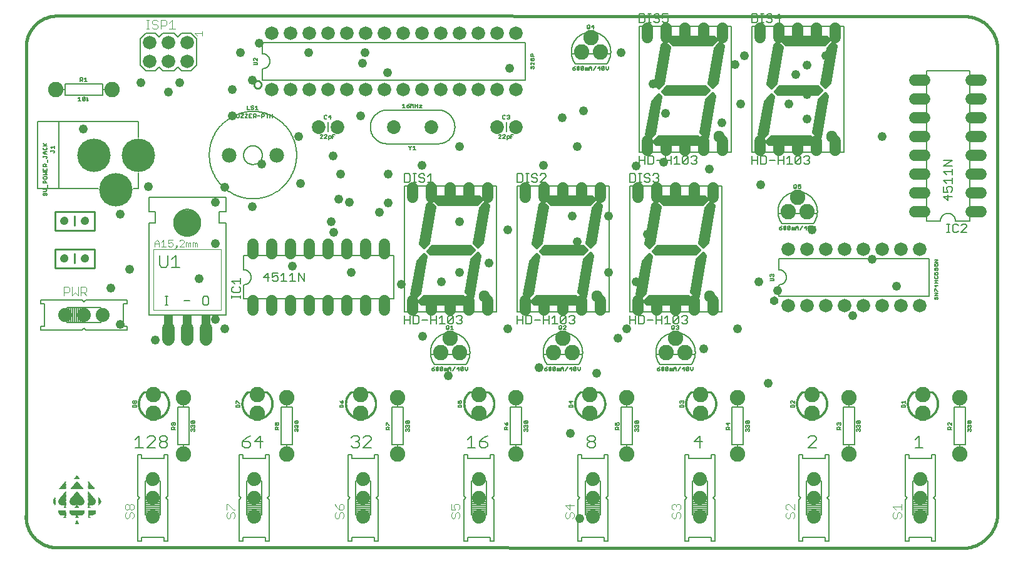
<source format=gto>
G75*
%MOIN*%
%OFA0B0*%
%FSLAX25Y25*%
%IPPOS*%
%LPD*%
%AMOC8*
5,1,8,0,0,1.08239X$1,22.5*
%
%ADD10C,0.00600*%
%ADD11R,0.02100X0.00100*%
%ADD12R,0.02000X0.00100*%
%ADD13R,0.01900X0.00100*%
%ADD14R,0.01800X0.00100*%
%ADD15R,0.01600X0.00100*%
%ADD16R,0.01400X0.00100*%
%ADD17R,0.01300X0.00100*%
%ADD18R,0.01200X0.00100*%
%ADD19R,0.01000X0.00100*%
%ADD20R,0.00800X0.00100*%
%ADD21R,0.00200X0.00100*%
%ADD22R,0.00100X0.00100*%
%ADD23R,0.01100X0.00100*%
%ADD24R,0.00900X0.00100*%
%ADD25R,0.00700X0.00100*%
%ADD26R,0.00600X0.00100*%
%ADD27R,0.00500X0.00100*%
%ADD28R,0.01500X0.00100*%
%ADD29R,0.00400X0.00100*%
%ADD30R,0.03000X0.00100*%
%ADD31R,0.06000X0.00100*%
%ADD32R,0.02900X0.00100*%
%ADD33R,0.03200X0.00100*%
%ADD34R,0.06200X0.00100*%
%ADD35R,0.03100X0.00100*%
%ADD36R,0.03300X0.00100*%
%ADD37R,0.06600X0.00100*%
%ADD38R,0.03400X0.00100*%
%ADD39R,0.06800X0.00100*%
%ADD40R,0.03500X0.00100*%
%ADD41R,0.07000X0.00100*%
%ADD42R,0.03600X0.00100*%
%ADD43R,0.07200X0.00100*%
%ADD44R,0.03700X0.00100*%
%ADD45R,0.07400X0.00100*%
%ADD46R,0.03800X0.00100*%
%ADD47R,0.07600X0.00100*%
%ADD48R,0.03900X0.00100*%
%ADD49R,0.07700X0.00100*%
%ADD50R,0.07800X0.00100*%
%ADD51R,0.04000X0.00100*%
%ADD52R,0.07900X0.00100*%
%ADD53R,0.05800X0.00100*%
%ADD54R,0.00300X0.00100*%
%ADD55R,0.06400X0.00100*%
%ADD56R,0.08000X0.00100*%
%ADD57R,0.07500X0.00100*%
%ADD58R,0.05600X0.00100*%
%ADD59R,0.02800X0.00100*%
%ADD60R,0.02700X0.00100*%
%ADD61R,0.05400X0.00100*%
%ADD62R,0.02600X0.00100*%
%ADD63R,0.05200X0.00100*%
%ADD64R,0.02500X0.00100*%
%ADD65R,0.05000X0.00100*%
%ADD66R,0.04800X0.00100*%
%ADD67R,0.02400X0.00100*%
%ADD68R,0.04600X0.00100*%
%ADD69R,0.02300X0.00100*%
%ADD70R,0.04400X0.00100*%
%ADD71R,0.02200X0.00100*%
%ADD72R,0.04200X0.00100*%
%ADD73R,0.01700X0.00100*%
%ADD74R,0.04100X0.00100*%
%ADD75C,0.01600*%
%ADD76C,0.01200*%
%ADD77C,0.03200*%
%ADD78C,0.03000*%
%ADD79C,0.06000*%
%ADD80C,0.00500*%
%ADD81C,0.00800*%
%ADD82C,0.17800*%
%ADD83C,0.08200*%
%ADD84C,0.00200*%
%ADD85C,0.06800*%
%ADD86C,0.00700*%
%ADD87C,0.00400*%
%ADD88R,0.05000X0.03500*%
%ADD89R,0.05000X0.06500*%
%ADD90C,0.13800*%
%ADD91C,0.07200*%
%ADD92C,0.01000*%
%ADD93C,0.00300*%
%ADD94C,0.07300*%
%ADD95C,0.07400*%
%ADD96C,0.07800*%
%ADD97C,0.00100*%
%ADD98C,0.04800*%
D10*
X0061116Y0055991D02*
X0065386Y0055991D01*
X0063251Y0055991D02*
X0063251Y0062396D01*
X0061116Y0060261D01*
X0067561Y0061329D02*
X0068629Y0062396D01*
X0070764Y0062396D01*
X0071832Y0061329D01*
X0071832Y0060261D01*
X0067561Y0055991D01*
X0071832Y0055991D01*
X0074007Y0057059D02*
X0074007Y0058126D01*
X0075074Y0059194D01*
X0077209Y0059194D01*
X0078277Y0058126D01*
X0078277Y0057059D01*
X0077209Y0055991D01*
X0075074Y0055991D01*
X0074007Y0057059D01*
X0075074Y0059194D02*
X0074007Y0060261D01*
X0074007Y0061329D01*
X0075074Y0062396D01*
X0077209Y0062396D01*
X0078277Y0061329D01*
X0078277Y0060261D01*
X0077209Y0059194D01*
X0118275Y0059194D02*
X0118275Y0057059D01*
X0119343Y0055991D01*
X0121478Y0055991D01*
X0122546Y0057059D01*
X0122546Y0058126D01*
X0121478Y0059194D01*
X0118275Y0059194D01*
X0120411Y0061329D01*
X0122546Y0062396D01*
X0124721Y0059194D02*
X0128991Y0059194D01*
X0127924Y0062396D02*
X0127924Y0055991D01*
X0124721Y0059194D02*
X0127924Y0062396D01*
X0176150Y0061329D02*
X0177217Y0062396D01*
X0179352Y0062396D01*
X0180420Y0061329D01*
X0180420Y0060261D01*
X0179352Y0059194D01*
X0180420Y0058126D01*
X0180420Y0057059D01*
X0179352Y0055991D01*
X0177217Y0055991D01*
X0176150Y0057059D01*
X0178285Y0059194D02*
X0179352Y0059194D01*
X0182595Y0061329D02*
X0183663Y0062396D01*
X0185798Y0062396D01*
X0186865Y0061329D01*
X0186865Y0060261D01*
X0182595Y0055991D01*
X0186865Y0055991D01*
X0237961Y0055991D02*
X0242231Y0055991D01*
X0240096Y0055991D02*
X0240096Y0062396D01*
X0237961Y0060261D01*
X0244406Y0059194D02*
X0244406Y0057059D01*
X0245474Y0055991D01*
X0247609Y0055991D01*
X0248676Y0057059D01*
X0248676Y0058126D01*
X0247609Y0059194D01*
X0244406Y0059194D01*
X0246541Y0061329D01*
X0248676Y0062396D01*
X0301931Y0061329D02*
X0301931Y0060261D01*
X0302999Y0059194D01*
X0305134Y0059194D01*
X0306202Y0058126D01*
X0306202Y0057059D01*
X0305134Y0055991D01*
X0302999Y0055991D01*
X0301931Y0057059D01*
X0301931Y0058126D01*
X0302999Y0059194D01*
X0305134Y0059194D02*
X0306202Y0060261D01*
X0306202Y0061329D01*
X0305134Y0062396D01*
X0302999Y0062396D01*
X0301931Y0061329D01*
X0358742Y0059194D02*
X0363013Y0059194D01*
X0361945Y0062396D02*
X0361945Y0055991D01*
X0358742Y0059194D02*
X0361945Y0062396D01*
X0419490Y0061329D02*
X0420558Y0062396D01*
X0422693Y0062396D01*
X0423761Y0061329D01*
X0423761Y0060261D01*
X0419490Y0055991D01*
X0423761Y0055991D01*
X0476301Y0055991D02*
X0480572Y0055991D01*
X0478437Y0055991D02*
X0478437Y0062396D01*
X0476301Y0060261D01*
X0373291Y0128250D02*
X0324291Y0128250D01*
X0324291Y0195250D01*
X0373291Y0195250D01*
X0373291Y0128250D01*
X0313291Y0128250D02*
X0264291Y0128250D01*
X0264291Y0195250D01*
X0313291Y0195250D01*
X0313291Y0128250D01*
X0253291Y0128250D02*
X0204291Y0128250D01*
X0204291Y0195250D01*
X0253291Y0195250D01*
X0253291Y0128250D01*
X0198791Y0135250D02*
X0198791Y0158250D01*
X0118791Y0158250D01*
X0118791Y0150750D01*
X0118917Y0150748D01*
X0119042Y0150742D01*
X0119167Y0150732D01*
X0119292Y0150718D01*
X0119417Y0150701D01*
X0119541Y0150679D01*
X0119664Y0150654D01*
X0119786Y0150624D01*
X0119907Y0150591D01*
X0120027Y0150554D01*
X0120146Y0150514D01*
X0120263Y0150469D01*
X0120380Y0150421D01*
X0120494Y0150369D01*
X0120607Y0150314D01*
X0120718Y0150255D01*
X0120827Y0150193D01*
X0120934Y0150127D01*
X0121039Y0150058D01*
X0121142Y0149986D01*
X0121243Y0149911D01*
X0121341Y0149832D01*
X0121436Y0149750D01*
X0121529Y0149666D01*
X0121619Y0149578D01*
X0121707Y0149488D01*
X0121791Y0149395D01*
X0121873Y0149300D01*
X0121952Y0149202D01*
X0122027Y0149101D01*
X0122099Y0148998D01*
X0122168Y0148893D01*
X0122234Y0148786D01*
X0122296Y0148677D01*
X0122355Y0148566D01*
X0122410Y0148453D01*
X0122462Y0148339D01*
X0122510Y0148222D01*
X0122555Y0148105D01*
X0122595Y0147986D01*
X0122632Y0147866D01*
X0122665Y0147745D01*
X0122695Y0147623D01*
X0122720Y0147500D01*
X0122742Y0147376D01*
X0122759Y0147251D01*
X0122773Y0147126D01*
X0122783Y0147001D01*
X0122789Y0146876D01*
X0122791Y0146750D01*
X0122789Y0146624D01*
X0122783Y0146499D01*
X0122773Y0146374D01*
X0122759Y0146249D01*
X0122742Y0146124D01*
X0122720Y0146000D01*
X0122695Y0145877D01*
X0122665Y0145755D01*
X0122632Y0145634D01*
X0122595Y0145514D01*
X0122555Y0145395D01*
X0122510Y0145278D01*
X0122462Y0145161D01*
X0122410Y0145047D01*
X0122355Y0144934D01*
X0122296Y0144823D01*
X0122234Y0144714D01*
X0122168Y0144607D01*
X0122099Y0144502D01*
X0122027Y0144399D01*
X0121952Y0144298D01*
X0121873Y0144200D01*
X0121791Y0144105D01*
X0121707Y0144012D01*
X0121619Y0143922D01*
X0121529Y0143834D01*
X0121436Y0143750D01*
X0121341Y0143668D01*
X0121243Y0143589D01*
X0121142Y0143514D01*
X0121039Y0143442D01*
X0120934Y0143373D01*
X0120827Y0143307D01*
X0120718Y0143245D01*
X0120607Y0143186D01*
X0120494Y0143131D01*
X0120380Y0143079D01*
X0120263Y0143031D01*
X0120146Y0142986D01*
X0120027Y0142946D01*
X0119907Y0142909D01*
X0119786Y0142876D01*
X0119664Y0142846D01*
X0119541Y0142821D01*
X0119417Y0142799D01*
X0119292Y0142782D01*
X0119167Y0142768D01*
X0119042Y0142758D01*
X0118917Y0142752D01*
X0118791Y0142750D01*
X0118791Y0135250D01*
X0198791Y0135250D01*
X0109291Y0126750D02*
X0109291Y0175750D01*
X0105791Y0175750D01*
X0105791Y0181750D01*
X0109291Y0181750D01*
X0109291Y0189250D01*
X0068291Y0189250D01*
X0068291Y0181750D01*
X0071791Y0181750D01*
X0071791Y0175750D01*
X0068291Y0175750D01*
X0068291Y0126750D01*
X0109291Y0126750D01*
X0081691Y0175750D02*
X0081693Y0175924D01*
X0081700Y0176098D01*
X0081710Y0176272D01*
X0081725Y0176446D01*
X0081744Y0176619D01*
X0081768Y0176792D01*
X0081796Y0176964D01*
X0081827Y0177135D01*
X0081864Y0177306D01*
X0081904Y0177475D01*
X0081948Y0177644D01*
X0081997Y0177811D01*
X0082049Y0177977D01*
X0082106Y0178142D01*
X0082167Y0178305D01*
X0082231Y0178467D01*
X0082300Y0178627D01*
X0082373Y0178786D01*
X0082449Y0178942D01*
X0082529Y0179097D01*
X0082613Y0179250D01*
X0082701Y0179400D01*
X0082793Y0179548D01*
X0082888Y0179695D01*
X0082986Y0179838D01*
X0083088Y0179979D01*
X0083194Y0180118D01*
X0083303Y0180254D01*
X0083415Y0180388D01*
X0083530Y0180518D01*
X0083649Y0180646D01*
X0083771Y0180770D01*
X0083895Y0180892D01*
X0084023Y0181011D01*
X0084153Y0181126D01*
X0084287Y0181238D01*
X0084423Y0181347D01*
X0084562Y0181453D01*
X0084703Y0181555D01*
X0084846Y0181653D01*
X0084993Y0181748D01*
X0085141Y0181840D01*
X0085291Y0181928D01*
X0085444Y0182012D01*
X0085599Y0182092D01*
X0085755Y0182168D01*
X0085914Y0182241D01*
X0086074Y0182310D01*
X0086236Y0182374D01*
X0086399Y0182435D01*
X0086564Y0182492D01*
X0086730Y0182544D01*
X0086897Y0182593D01*
X0087066Y0182637D01*
X0087235Y0182677D01*
X0087406Y0182714D01*
X0087577Y0182745D01*
X0087749Y0182773D01*
X0087922Y0182797D01*
X0088095Y0182816D01*
X0088269Y0182831D01*
X0088443Y0182841D01*
X0088617Y0182848D01*
X0088791Y0182850D01*
X0088965Y0182848D01*
X0089139Y0182841D01*
X0089313Y0182831D01*
X0089487Y0182816D01*
X0089660Y0182797D01*
X0089833Y0182773D01*
X0090005Y0182745D01*
X0090176Y0182714D01*
X0090347Y0182677D01*
X0090516Y0182637D01*
X0090685Y0182593D01*
X0090852Y0182544D01*
X0091018Y0182492D01*
X0091183Y0182435D01*
X0091346Y0182374D01*
X0091508Y0182310D01*
X0091668Y0182241D01*
X0091827Y0182168D01*
X0091983Y0182092D01*
X0092138Y0182012D01*
X0092291Y0181928D01*
X0092441Y0181840D01*
X0092589Y0181748D01*
X0092736Y0181653D01*
X0092879Y0181555D01*
X0093020Y0181453D01*
X0093159Y0181347D01*
X0093295Y0181238D01*
X0093429Y0181126D01*
X0093559Y0181011D01*
X0093687Y0180892D01*
X0093811Y0180770D01*
X0093933Y0180646D01*
X0094052Y0180518D01*
X0094167Y0180388D01*
X0094279Y0180254D01*
X0094388Y0180118D01*
X0094494Y0179979D01*
X0094596Y0179838D01*
X0094694Y0179695D01*
X0094789Y0179548D01*
X0094881Y0179400D01*
X0094969Y0179250D01*
X0095053Y0179097D01*
X0095133Y0178942D01*
X0095209Y0178786D01*
X0095282Y0178627D01*
X0095351Y0178467D01*
X0095415Y0178305D01*
X0095476Y0178142D01*
X0095533Y0177977D01*
X0095585Y0177811D01*
X0095634Y0177644D01*
X0095678Y0177475D01*
X0095718Y0177306D01*
X0095755Y0177135D01*
X0095786Y0176964D01*
X0095814Y0176792D01*
X0095838Y0176619D01*
X0095857Y0176446D01*
X0095872Y0176272D01*
X0095882Y0176098D01*
X0095889Y0175924D01*
X0095891Y0175750D01*
X0095889Y0175576D01*
X0095882Y0175402D01*
X0095872Y0175228D01*
X0095857Y0175054D01*
X0095838Y0174881D01*
X0095814Y0174708D01*
X0095786Y0174536D01*
X0095755Y0174365D01*
X0095718Y0174194D01*
X0095678Y0174025D01*
X0095634Y0173856D01*
X0095585Y0173689D01*
X0095533Y0173523D01*
X0095476Y0173358D01*
X0095415Y0173195D01*
X0095351Y0173033D01*
X0095282Y0172873D01*
X0095209Y0172714D01*
X0095133Y0172558D01*
X0095053Y0172403D01*
X0094969Y0172250D01*
X0094881Y0172100D01*
X0094789Y0171952D01*
X0094694Y0171805D01*
X0094596Y0171662D01*
X0094494Y0171521D01*
X0094388Y0171382D01*
X0094279Y0171246D01*
X0094167Y0171112D01*
X0094052Y0170982D01*
X0093933Y0170854D01*
X0093811Y0170730D01*
X0093687Y0170608D01*
X0093559Y0170489D01*
X0093429Y0170374D01*
X0093295Y0170262D01*
X0093159Y0170153D01*
X0093020Y0170047D01*
X0092879Y0169945D01*
X0092736Y0169847D01*
X0092589Y0169752D01*
X0092441Y0169660D01*
X0092291Y0169572D01*
X0092138Y0169488D01*
X0091983Y0169408D01*
X0091827Y0169332D01*
X0091668Y0169259D01*
X0091508Y0169190D01*
X0091346Y0169126D01*
X0091183Y0169065D01*
X0091018Y0169008D01*
X0090852Y0168956D01*
X0090685Y0168907D01*
X0090516Y0168863D01*
X0090347Y0168823D01*
X0090176Y0168786D01*
X0090005Y0168755D01*
X0089833Y0168727D01*
X0089660Y0168703D01*
X0089487Y0168684D01*
X0089313Y0168669D01*
X0089139Y0168659D01*
X0088965Y0168652D01*
X0088791Y0168650D01*
X0088617Y0168652D01*
X0088443Y0168659D01*
X0088269Y0168669D01*
X0088095Y0168684D01*
X0087922Y0168703D01*
X0087749Y0168727D01*
X0087577Y0168755D01*
X0087406Y0168786D01*
X0087235Y0168823D01*
X0087066Y0168863D01*
X0086897Y0168907D01*
X0086730Y0168956D01*
X0086564Y0169008D01*
X0086399Y0169065D01*
X0086236Y0169126D01*
X0086074Y0169190D01*
X0085914Y0169259D01*
X0085755Y0169332D01*
X0085599Y0169408D01*
X0085444Y0169488D01*
X0085291Y0169572D01*
X0085141Y0169660D01*
X0084993Y0169752D01*
X0084846Y0169847D01*
X0084703Y0169945D01*
X0084562Y0170047D01*
X0084423Y0170153D01*
X0084287Y0170262D01*
X0084153Y0170374D01*
X0084023Y0170489D01*
X0083895Y0170608D01*
X0083771Y0170730D01*
X0083649Y0170854D01*
X0083530Y0170982D01*
X0083415Y0171112D01*
X0083303Y0171246D01*
X0083194Y0171382D01*
X0083088Y0171521D01*
X0082986Y0171662D01*
X0082888Y0171805D01*
X0082793Y0171952D01*
X0082701Y0172100D01*
X0082613Y0172250D01*
X0082529Y0172403D01*
X0082449Y0172558D01*
X0082373Y0172714D01*
X0082300Y0172873D01*
X0082231Y0173033D01*
X0082167Y0173195D01*
X0082106Y0173358D01*
X0082049Y0173523D01*
X0081997Y0173689D01*
X0081948Y0173856D01*
X0081904Y0174025D01*
X0081864Y0174194D01*
X0081827Y0174365D01*
X0081796Y0174536D01*
X0081768Y0174708D01*
X0081744Y0174881D01*
X0081725Y0175054D01*
X0081710Y0175228D01*
X0081700Y0175402D01*
X0081693Y0175576D01*
X0081691Y0175750D01*
X0329291Y0213250D02*
X0378291Y0213250D01*
X0378291Y0280250D01*
X0329291Y0280250D01*
X0329291Y0213250D01*
X0389291Y0213250D02*
X0438291Y0213250D01*
X0438291Y0280250D01*
X0389291Y0280250D01*
X0389291Y0213250D01*
X0482291Y0176750D02*
X0489791Y0176750D01*
X0489793Y0176876D01*
X0489799Y0177001D01*
X0489809Y0177126D01*
X0489823Y0177251D01*
X0489840Y0177376D01*
X0489862Y0177500D01*
X0489887Y0177623D01*
X0489917Y0177745D01*
X0489950Y0177866D01*
X0489987Y0177986D01*
X0490027Y0178105D01*
X0490072Y0178222D01*
X0490120Y0178339D01*
X0490172Y0178453D01*
X0490227Y0178566D01*
X0490286Y0178677D01*
X0490348Y0178786D01*
X0490414Y0178893D01*
X0490483Y0178998D01*
X0490555Y0179101D01*
X0490630Y0179202D01*
X0490709Y0179300D01*
X0490791Y0179395D01*
X0490875Y0179488D01*
X0490963Y0179578D01*
X0491053Y0179666D01*
X0491146Y0179750D01*
X0491241Y0179832D01*
X0491339Y0179911D01*
X0491440Y0179986D01*
X0491543Y0180058D01*
X0491648Y0180127D01*
X0491755Y0180193D01*
X0491864Y0180255D01*
X0491975Y0180314D01*
X0492088Y0180369D01*
X0492202Y0180421D01*
X0492319Y0180469D01*
X0492436Y0180514D01*
X0492555Y0180554D01*
X0492675Y0180591D01*
X0492796Y0180624D01*
X0492918Y0180654D01*
X0493041Y0180679D01*
X0493165Y0180701D01*
X0493290Y0180718D01*
X0493415Y0180732D01*
X0493540Y0180742D01*
X0493665Y0180748D01*
X0493791Y0180750D01*
X0493917Y0180748D01*
X0494042Y0180742D01*
X0494167Y0180732D01*
X0494292Y0180718D01*
X0494417Y0180701D01*
X0494541Y0180679D01*
X0494664Y0180654D01*
X0494786Y0180624D01*
X0494907Y0180591D01*
X0495027Y0180554D01*
X0495146Y0180514D01*
X0495263Y0180469D01*
X0495380Y0180421D01*
X0495494Y0180369D01*
X0495607Y0180314D01*
X0495718Y0180255D01*
X0495827Y0180193D01*
X0495934Y0180127D01*
X0496039Y0180058D01*
X0496142Y0179986D01*
X0496243Y0179911D01*
X0496341Y0179832D01*
X0496436Y0179750D01*
X0496529Y0179666D01*
X0496619Y0179578D01*
X0496707Y0179488D01*
X0496791Y0179395D01*
X0496873Y0179300D01*
X0496952Y0179202D01*
X0497027Y0179101D01*
X0497099Y0178998D01*
X0497168Y0178893D01*
X0497234Y0178786D01*
X0497296Y0178677D01*
X0497355Y0178566D01*
X0497410Y0178453D01*
X0497462Y0178339D01*
X0497510Y0178222D01*
X0497555Y0178105D01*
X0497595Y0177986D01*
X0497632Y0177866D01*
X0497665Y0177745D01*
X0497695Y0177623D01*
X0497720Y0177500D01*
X0497742Y0177376D01*
X0497759Y0177251D01*
X0497773Y0177126D01*
X0497783Y0177001D01*
X0497789Y0176876D01*
X0497791Y0176750D01*
X0505291Y0176750D01*
X0505291Y0256750D01*
X0482291Y0256750D01*
X0482291Y0176750D01*
D11*
X0037191Y0035550D03*
X0037091Y0030150D03*
X0030091Y0039850D03*
X0023191Y0035750D03*
X0023191Y0035650D03*
X0023191Y0030150D03*
X0022391Y0025350D03*
X0022391Y0019950D03*
X0028391Y0019950D03*
X0031891Y0019950D03*
X0030091Y0015350D03*
D12*
X0030141Y0015450D03*
X0030141Y0018550D03*
X0030141Y0023950D03*
X0028441Y0025350D03*
X0031841Y0025350D03*
X0037841Y0025350D03*
X0037041Y0030250D03*
X0037141Y0035650D03*
X0037141Y0035750D03*
X0030141Y0036750D03*
X0030141Y0039950D03*
X0023241Y0035850D03*
X0023241Y0030250D03*
X0030141Y0031350D03*
D13*
X0030091Y0031450D03*
X0023291Y0030450D03*
X0023291Y0030350D03*
X0023291Y0035950D03*
X0030091Y0036850D03*
X0037091Y0035850D03*
X0036991Y0030350D03*
X0030091Y0024050D03*
X0030091Y0018650D03*
X0030091Y0015550D03*
X0037891Y0019950D03*
D14*
X0030141Y0018750D03*
X0030141Y0015650D03*
X0030141Y0024150D03*
X0030141Y0031550D03*
X0023341Y0030550D03*
X0023341Y0036050D03*
X0030141Y0036950D03*
X0030141Y0040050D03*
X0037041Y0035950D03*
X0036941Y0030550D03*
X0036941Y0030450D03*
D15*
X0036841Y0030750D03*
X0036941Y0036150D03*
X0030141Y0037050D03*
X0030141Y0040150D03*
X0023441Y0036250D03*
X0023441Y0030750D03*
X0030141Y0031650D03*
X0030141Y0024350D03*
X0030141Y0024250D03*
X0030141Y0018950D03*
X0030141Y0018850D03*
X0030141Y0015850D03*
X0030141Y0015750D03*
D16*
X0030141Y0015950D03*
X0030141Y0019050D03*
X0022341Y0019850D03*
X0022341Y0025250D03*
X0030141Y0024450D03*
X0030141Y0031750D03*
X0023541Y0031050D03*
X0023541Y0036550D03*
X0030141Y0037150D03*
X0030141Y0040250D03*
X0036841Y0036450D03*
X0036841Y0036350D03*
X0036741Y0030950D03*
X0037941Y0025250D03*
D17*
X0042291Y0026950D03*
X0042291Y0027050D03*
X0042291Y0027150D03*
X0042291Y0027250D03*
X0036691Y0031050D03*
X0036691Y0031150D03*
X0036791Y0036550D03*
X0023591Y0036650D03*
X0023591Y0031150D03*
X0017991Y0027450D03*
X0017991Y0027350D03*
X0017991Y0027250D03*
X0017991Y0027150D03*
X0017991Y0027050D03*
X0017991Y0026950D03*
X0017991Y0026850D03*
X0028291Y0025250D03*
X0030091Y0024550D03*
X0031991Y0025250D03*
X0030091Y0019150D03*
X0030091Y0016050D03*
D18*
X0030141Y0016150D03*
X0030141Y0016250D03*
X0030141Y0019250D03*
X0030141Y0019350D03*
X0030141Y0024650D03*
X0030141Y0024750D03*
X0023641Y0023950D03*
X0018041Y0026550D03*
X0018041Y0026650D03*
X0018041Y0026750D03*
X0018041Y0027550D03*
X0018041Y0027650D03*
X0018041Y0027750D03*
X0023641Y0031250D03*
X0030141Y0031850D03*
X0030141Y0037250D03*
X0030141Y0040350D03*
X0036741Y0036650D03*
X0036641Y0031250D03*
X0042241Y0027750D03*
X0042241Y0027650D03*
X0042241Y0027550D03*
X0042241Y0027450D03*
X0042241Y0027350D03*
X0042241Y0026850D03*
X0042241Y0026750D03*
X0042241Y0026650D03*
X0036641Y0023950D03*
D19*
X0036541Y0024150D03*
X0036541Y0024250D03*
X0030141Y0024850D03*
X0030141Y0024950D03*
X0023741Y0024250D03*
X0023741Y0024150D03*
X0018141Y0026250D03*
X0018141Y0028150D03*
X0023741Y0031450D03*
X0030141Y0031950D03*
X0030141Y0037350D03*
X0023641Y0036850D03*
X0036541Y0031450D03*
X0036641Y0036850D03*
X0042141Y0028150D03*
X0042141Y0028050D03*
X0042141Y0026250D03*
X0036641Y0018750D03*
X0036641Y0018650D03*
X0030141Y0019450D03*
X0030141Y0019550D03*
X0030141Y0019650D03*
X0030141Y0016550D03*
X0030141Y0016450D03*
X0030141Y0016350D03*
X0023741Y0018650D03*
X0023741Y0018750D03*
X0023741Y0018850D03*
D20*
X0023841Y0019150D03*
X0023841Y0019250D03*
X0030141Y0019850D03*
X0030141Y0019950D03*
X0030141Y0016950D03*
X0030141Y0016850D03*
X0030141Y0016750D03*
X0030141Y0016650D03*
X0036541Y0019050D03*
X0036541Y0019150D03*
X0036441Y0024450D03*
X0036441Y0024550D03*
X0030141Y0025150D03*
X0030141Y0025250D03*
X0030141Y0025350D03*
X0023841Y0024650D03*
X0023841Y0024550D03*
X0018241Y0025950D03*
X0018241Y0028450D03*
X0023841Y0031650D03*
X0023841Y0031750D03*
X0023741Y0037150D03*
X0030141Y0037450D03*
X0036541Y0037150D03*
X0036441Y0031650D03*
X0042041Y0028450D03*
X0042041Y0025950D03*
X0030141Y0040650D03*
D21*
X0018541Y0029150D03*
X0018541Y0025450D03*
X0024041Y0023850D03*
X0023141Y0018450D03*
X0041741Y0025450D03*
X0041741Y0029150D03*
D22*
X0041691Y0029250D03*
X0039491Y0033850D03*
X0041691Y0025350D03*
X0031091Y0023850D03*
X0029191Y0023850D03*
X0031091Y0018450D03*
X0018591Y0025350D03*
X0018591Y0029250D03*
X0020791Y0033850D03*
D23*
X0023691Y0031350D03*
X0018091Y0028050D03*
X0018091Y0027950D03*
X0018091Y0027850D03*
X0018091Y0026450D03*
X0018091Y0026350D03*
X0023691Y0024050D03*
X0023691Y0018550D03*
X0036591Y0024050D03*
X0037991Y0019850D03*
X0036691Y0018550D03*
X0042191Y0026350D03*
X0042191Y0026450D03*
X0042191Y0026550D03*
X0042191Y0027850D03*
X0042191Y0027950D03*
X0036591Y0031350D03*
X0036691Y0036750D03*
X0030091Y0040450D03*
X0023591Y0036750D03*
D24*
X0023691Y0036950D03*
X0023691Y0037050D03*
X0030091Y0040550D03*
X0036591Y0037050D03*
X0036591Y0036950D03*
X0030091Y0032050D03*
X0023791Y0031550D03*
X0018191Y0028350D03*
X0018191Y0028250D03*
X0018191Y0026150D03*
X0018191Y0026050D03*
X0023791Y0024450D03*
X0023791Y0024350D03*
X0030091Y0025050D03*
X0036491Y0024350D03*
X0036591Y0018950D03*
X0036591Y0018850D03*
X0030091Y0019750D03*
X0023791Y0019050D03*
X0023791Y0018950D03*
X0036491Y0031550D03*
X0042091Y0028350D03*
X0042091Y0028250D03*
X0042091Y0026150D03*
X0042091Y0026050D03*
D25*
X0041991Y0025850D03*
X0041991Y0028550D03*
X0036391Y0031750D03*
X0036391Y0031850D03*
X0030091Y0032150D03*
X0030091Y0037550D03*
X0023791Y0037250D03*
X0023891Y0031850D03*
X0018291Y0028650D03*
X0018291Y0028550D03*
X0018291Y0025850D03*
X0023891Y0024850D03*
X0023891Y0024750D03*
X0023891Y0019450D03*
X0036491Y0019350D03*
X0036491Y0019250D03*
X0036391Y0024650D03*
X0036391Y0024750D03*
X0036391Y0024850D03*
X0036491Y0037250D03*
D26*
X0036441Y0037350D03*
X0036341Y0031950D03*
X0030141Y0032250D03*
X0023941Y0031950D03*
X0023841Y0037350D03*
X0030141Y0040750D03*
X0018341Y0028750D03*
X0018341Y0025750D03*
X0023941Y0025250D03*
X0023941Y0025050D03*
X0023941Y0024950D03*
X0023941Y0019850D03*
X0023941Y0019750D03*
X0023941Y0019550D03*
X0023941Y0019350D03*
X0036441Y0019450D03*
X0036441Y0019550D03*
X0036441Y0019650D03*
X0036341Y0024950D03*
X0036341Y0025150D03*
X0041941Y0025750D03*
X0041941Y0028650D03*
X0041941Y0028750D03*
D27*
X0041891Y0028850D03*
X0041891Y0025650D03*
X0036291Y0025250D03*
X0036291Y0025050D03*
X0036391Y0019850D03*
X0036391Y0019750D03*
X0023991Y0019650D03*
X0023991Y0019950D03*
X0023991Y0025150D03*
X0023991Y0025350D03*
X0018391Y0025650D03*
X0018391Y0028850D03*
X0023991Y0032050D03*
X0023891Y0037450D03*
X0030091Y0037650D03*
X0036391Y0037450D03*
X0036291Y0032050D03*
D28*
X0036791Y0030850D03*
X0036891Y0036250D03*
X0023491Y0036350D03*
X0023491Y0036450D03*
X0023491Y0030950D03*
X0023491Y0030850D03*
X0028291Y0019850D03*
X0031991Y0019850D03*
D29*
X0036341Y0019950D03*
X0036241Y0025350D03*
X0041841Y0028950D03*
X0036241Y0032150D03*
X0036341Y0037550D03*
X0036241Y0037650D03*
X0024041Y0037650D03*
X0023941Y0037550D03*
X0024041Y0032150D03*
X0018441Y0028950D03*
X0018441Y0025550D03*
D30*
X0022741Y0025450D03*
X0022741Y0029150D03*
X0022741Y0034650D03*
X0030141Y0036250D03*
X0030141Y0039350D03*
X0037541Y0034650D03*
X0037541Y0029050D03*
X0037541Y0025450D03*
X0030141Y0030850D03*
X0022741Y0020050D03*
D31*
X0030141Y0020050D03*
X0030141Y0025550D03*
X0030141Y0029050D03*
X0030141Y0034450D03*
D32*
X0022791Y0034750D03*
X0022791Y0029250D03*
X0037491Y0029250D03*
X0037491Y0029150D03*
X0037491Y0034750D03*
X0037591Y0020050D03*
D33*
X0037741Y0020250D03*
X0037641Y0025550D03*
X0037641Y0028850D03*
X0037641Y0034350D03*
X0037641Y0034450D03*
X0030141Y0036050D03*
X0022641Y0034350D03*
X0030141Y0030650D03*
X0022641Y0028850D03*
X0022641Y0025550D03*
X0022641Y0020150D03*
D34*
X0030141Y0020150D03*
X0030141Y0028950D03*
X0030141Y0034350D03*
D35*
X0030091Y0036150D03*
X0022691Y0034550D03*
X0022691Y0034450D03*
X0022691Y0029050D03*
X0022691Y0028950D03*
X0030091Y0030750D03*
X0037591Y0028950D03*
X0037591Y0034550D03*
X0037691Y0020150D03*
D36*
X0037791Y0020350D03*
X0037691Y0025650D03*
X0037691Y0028750D03*
X0037691Y0034250D03*
X0022591Y0034250D03*
X0022591Y0028750D03*
X0022591Y0025650D03*
X0022591Y0020250D03*
D37*
X0030141Y0020250D03*
X0030141Y0025750D03*
X0030141Y0028750D03*
X0030141Y0034050D03*
X0030141Y0034150D03*
D38*
X0030141Y0035950D03*
X0022541Y0034150D03*
X0022441Y0033950D03*
X0030141Y0030550D03*
X0022541Y0028650D03*
X0022541Y0025750D03*
X0022541Y0020350D03*
X0037841Y0020450D03*
X0037741Y0025750D03*
X0037741Y0028650D03*
X0037841Y0033950D03*
X0037741Y0034150D03*
D39*
X0030141Y0033950D03*
X0030141Y0028650D03*
X0030141Y0028550D03*
X0030141Y0025850D03*
X0030141Y0020350D03*
D40*
X0022491Y0020450D03*
X0022491Y0025850D03*
X0022491Y0028550D03*
X0022491Y0034050D03*
X0037791Y0034050D03*
X0037791Y0028550D03*
X0037791Y0028450D03*
X0037791Y0025850D03*
X0037891Y0020550D03*
D41*
X0030141Y0020450D03*
X0030141Y0025950D03*
X0030141Y0028450D03*
D42*
X0030141Y0030450D03*
X0022441Y0028450D03*
X0022441Y0028350D03*
X0022441Y0025950D03*
X0022441Y0020550D03*
X0037941Y0020650D03*
X0037841Y0025950D03*
X0037841Y0028350D03*
X0030141Y0035850D03*
D43*
X0030141Y0028350D03*
X0030141Y0028250D03*
X0030141Y0026150D03*
X0030141Y0026050D03*
X0030141Y0020650D03*
X0030141Y0020550D03*
D44*
X0022391Y0020650D03*
X0022391Y0020750D03*
X0022391Y0026050D03*
X0022391Y0026150D03*
X0022391Y0028150D03*
X0022391Y0028250D03*
X0037891Y0028250D03*
X0037891Y0028150D03*
X0037891Y0026150D03*
X0037891Y0026050D03*
X0038091Y0022350D03*
X0037991Y0020850D03*
X0037991Y0020750D03*
D45*
X0030141Y0020750D03*
X0030141Y0026250D03*
X0030141Y0028150D03*
D46*
X0030141Y0030350D03*
X0022341Y0028050D03*
X0022341Y0027950D03*
X0022341Y0026350D03*
X0022341Y0026250D03*
X0022241Y0022250D03*
X0022341Y0020850D03*
X0038041Y0020950D03*
X0038041Y0021050D03*
X0037941Y0026250D03*
X0037941Y0026350D03*
X0037941Y0027950D03*
X0037941Y0028050D03*
X0030141Y0035750D03*
D47*
X0030141Y0027950D03*
X0030141Y0027850D03*
X0030141Y0026450D03*
X0030141Y0026350D03*
X0030141Y0022350D03*
X0030141Y0020950D03*
X0030141Y0020850D03*
D48*
X0022291Y0020950D03*
X0022291Y0021050D03*
X0022291Y0021150D03*
X0022291Y0026450D03*
X0022291Y0026550D03*
X0022291Y0026650D03*
X0022291Y0027650D03*
X0022291Y0027750D03*
X0022291Y0027850D03*
X0037991Y0027850D03*
X0037991Y0027750D03*
X0037991Y0027650D03*
X0037991Y0027550D03*
X0037991Y0027450D03*
X0037991Y0026650D03*
X0037991Y0026550D03*
X0037991Y0026450D03*
X0038091Y0022250D03*
X0038091Y0022150D03*
X0038091Y0022050D03*
X0038091Y0021950D03*
X0038091Y0021850D03*
X0038091Y0021750D03*
X0038091Y0021650D03*
X0038091Y0021550D03*
X0038091Y0021450D03*
X0038091Y0021350D03*
X0038091Y0021250D03*
X0038091Y0021150D03*
D49*
X0030091Y0021050D03*
X0030091Y0026550D03*
D50*
X0030141Y0026650D03*
X0030141Y0026750D03*
X0030141Y0026850D03*
X0030141Y0026950D03*
X0030141Y0027350D03*
X0030141Y0027450D03*
X0030141Y0027550D03*
X0030141Y0027650D03*
X0030141Y0027750D03*
X0030141Y0022250D03*
X0030141Y0022150D03*
X0030141Y0022050D03*
X0030141Y0021950D03*
X0030141Y0021850D03*
X0030141Y0021750D03*
X0030141Y0021550D03*
X0030141Y0021450D03*
X0030141Y0021350D03*
X0030141Y0021250D03*
X0030141Y0021150D03*
D51*
X0022241Y0021250D03*
X0022241Y0021350D03*
X0022241Y0021450D03*
X0022241Y0021550D03*
X0022241Y0021650D03*
X0022241Y0021750D03*
X0022241Y0021850D03*
X0022241Y0021950D03*
X0022241Y0022050D03*
X0022241Y0022150D03*
X0022241Y0026750D03*
X0022241Y0026850D03*
X0022241Y0026950D03*
X0022241Y0027050D03*
X0022241Y0027150D03*
X0022241Y0027250D03*
X0022241Y0027350D03*
X0022241Y0027450D03*
X0022241Y0027550D03*
X0030141Y0030250D03*
X0030141Y0035650D03*
X0038041Y0027350D03*
X0038041Y0027250D03*
X0038041Y0027150D03*
X0038041Y0027050D03*
X0038041Y0026950D03*
X0038041Y0026850D03*
X0038041Y0026750D03*
D52*
X0030091Y0027050D03*
X0030091Y0027250D03*
X0030091Y0021650D03*
D53*
X0030141Y0025450D03*
X0030141Y0029150D03*
X0030141Y0034550D03*
D54*
X0024091Y0032250D03*
X0018491Y0029050D03*
X0036191Y0032250D03*
X0041791Y0029050D03*
X0041791Y0025550D03*
X0030091Y0040850D03*
D55*
X0030141Y0034250D03*
X0030141Y0028850D03*
X0030141Y0025650D03*
D56*
X0030141Y0027150D03*
D57*
X0030191Y0028050D03*
D58*
X0030141Y0029250D03*
X0030141Y0029350D03*
X0030141Y0034650D03*
X0030141Y0034750D03*
D59*
X0030141Y0036350D03*
X0030141Y0039450D03*
X0022841Y0034850D03*
X0022841Y0029350D03*
X0030141Y0030950D03*
X0037441Y0029350D03*
X0037441Y0034850D03*
D60*
X0037391Y0034950D03*
X0037391Y0029450D03*
X0022891Y0029450D03*
X0022891Y0034950D03*
D61*
X0030141Y0034850D03*
X0030141Y0029450D03*
D62*
X0030141Y0031050D03*
X0022941Y0029550D03*
X0022941Y0035050D03*
X0022941Y0035150D03*
X0030141Y0036450D03*
X0030141Y0039550D03*
X0037341Y0035150D03*
X0037341Y0035050D03*
X0037341Y0029550D03*
D63*
X0030141Y0029550D03*
X0030141Y0034950D03*
D64*
X0022991Y0035250D03*
X0022991Y0029750D03*
X0022991Y0029650D03*
X0037291Y0029650D03*
X0037291Y0035250D03*
D65*
X0030141Y0035050D03*
X0030141Y0029650D03*
D66*
X0030141Y0029750D03*
X0030141Y0035150D03*
D67*
X0030141Y0036550D03*
X0030141Y0039650D03*
X0023041Y0035350D03*
X0023041Y0029850D03*
X0030141Y0031150D03*
X0037241Y0029850D03*
X0037241Y0029750D03*
X0037241Y0035350D03*
D68*
X0030141Y0035250D03*
X0030141Y0029850D03*
D69*
X0023091Y0029950D03*
X0023091Y0035450D03*
X0037191Y0029950D03*
D70*
X0030141Y0029950D03*
X0030141Y0030050D03*
X0030141Y0035350D03*
D71*
X0030141Y0036650D03*
X0030141Y0039750D03*
X0023141Y0035550D03*
X0023141Y0030050D03*
X0030141Y0031250D03*
X0037141Y0030050D03*
X0037241Y0035450D03*
D72*
X0030141Y0035450D03*
X0030141Y0030150D03*
D73*
X0023391Y0030650D03*
X0023391Y0036150D03*
X0036991Y0036050D03*
X0036891Y0030650D03*
D74*
X0030091Y0035550D03*
D75*
X0022091Y0002850D02*
X0019491Y0002850D01*
X0022091Y0002850D02*
X0501491Y0002550D01*
X0501943Y0002555D01*
X0502394Y0002572D01*
X0502846Y0002599D01*
X0503296Y0002637D01*
X0503745Y0002686D01*
X0504193Y0002746D01*
X0504639Y0002817D01*
X0505084Y0002898D01*
X0505526Y0002991D01*
X0505966Y0003093D01*
X0506404Y0003207D01*
X0506838Y0003331D01*
X0507270Y0003465D01*
X0507698Y0003610D01*
X0508122Y0003765D01*
X0508543Y0003931D01*
X0508959Y0004106D01*
X0509371Y0004291D01*
X0509779Y0004487D01*
X0510181Y0004692D01*
X0510579Y0004907D01*
X0510971Y0005131D01*
X0511358Y0005365D01*
X0511739Y0005608D01*
X0512114Y0005860D01*
X0512483Y0006121D01*
X0512845Y0006391D01*
X0513201Y0006670D01*
X0513550Y0006957D01*
X0513891Y0007253D01*
X0514226Y0007557D01*
X0514553Y0007868D01*
X0514873Y0008188D01*
X0515184Y0008515D01*
X0515488Y0008850D01*
X0515784Y0009191D01*
X0516071Y0009540D01*
X0516350Y0009896D01*
X0516620Y0010258D01*
X0516881Y0010627D01*
X0517133Y0011002D01*
X0517376Y0011383D01*
X0517610Y0011770D01*
X0517834Y0012162D01*
X0518049Y0012560D01*
X0518254Y0012962D01*
X0518450Y0013370D01*
X0518635Y0013782D01*
X0518810Y0014198D01*
X0518976Y0014619D01*
X0519131Y0015043D01*
X0519276Y0015471D01*
X0519410Y0015903D01*
X0519534Y0016337D01*
X0519648Y0016775D01*
X0519750Y0017215D01*
X0519843Y0017657D01*
X0519924Y0018102D01*
X0519995Y0018548D01*
X0520055Y0018996D01*
X0520104Y0019445D01*
X0520142Y0019895D01*
X0520169Y0020347D01*
X0520186Y0020798D01*
X0520191Y0021250D01*
X0520191Y0268050D01*
X0520186Y0268473D01*
X0520171Y0268895D01*
X0520145Y0269318D01*
X0520109Y0269739D01*
X0520063Y0270159D01*
X0520007Y0270579D01*
X0519941Y0270996D01*
X0519865Y0271412D01*
X0519779Y0271826D01*
X0519682Y0272238D01*
X0519576Y0272647D01*
X0519460Y0273054D01*
X0519334Y0273458D01*
X0519199Y0273858D01*
X0519054Y0274256D01*
X0518899Y0274649D01*
X0518735Y0275039D01*
X0518561Y0275425D01*
X0518378Y0275806D01*
X0518186Y0276183D01*
X0517985Y0276555D01*
X0517775Y0276922D01*
X0517557Y0277284D01*
X0517329Y0277640D01*
X0517093Y0277991D01*
X0516849Y0278336D01*
X0516596Y0278675D01*
X0516335Y0279008D01*
X0516067Y0279335D01*
X0515790Y0279655D01*
X0515506Y0279968D01*
X0515214Y0280274D01*
X0514915Y0280573D01*
X0514609Y0280865D01*
X0514296Y0281149D01*
X0513976Y0281426D01*
X0513649Y0281694D01*
X0513316Y0281955D01*
X0512977Y0282208D01*
X0512632Y0282452D01*
X0512281Y0282688D01*
X0511925Y0282916D01*
X0511563Y0283134D01*
X0511196Y0283344D01*
X0510824Y0283545D01*
X0510447Y0283737D01*
X0510066Y0283920D01*
X0509680Y0284094D01*
X0509290Y0284258D01*
X0508897Y0284413D01*
X0508499Y0284558D01*
X0508099Y0284693D01*
X0507695Y0284819D01*
X0507288Y0284935D01*
X0506879Y0285041D01*
X0506467Y0285138D01*
X0506053Y0285224D01*
X0505637Y0285300D01*
X0505220Y0285366D01*
X0504800Y0285422D01*
X0504380Y0285468D01*
X0503959Y0285504D01*
X0503536Y0285530D01*
X0503114Y0285545D01*
X0502691Y0285550D01*
X0502591Y0285550D01*
X0025791Y0285850D01*
X0025991Y0285850D01*
X0025791Y0285850D02*
X0019491Y0285850D01*
X0019092Y0285845D01*
X0018694Y0285831D01*
X0018296Y0285807D01*
X0017899Y0285773D01*
X0017502Y0285730D01*
X0017107Y0285677D01*
X0016713Y0285614D01*
X0016321Y0285543D01*
X0015931Y0285461D01*
X0015542Y0285371D01*
X0015156Y0285270D01*
X0014773Y0285161D01*
X0014392Y0285042D01*
X0014015Y0284915D01*
X0013640Y0284778D01*
X0013269Y0284632D01*
X0012901Y0284477D01*
X0012538Y0284313D01*
X0012178Y0284141D01*
X0011823Y0283960D01*
X0011472Y0283770D01*
X0011126Y0283572D01*
X0010785Y0283366D01*
X0010449Y0283152D01*
X0010118Y0282929D01*
X0009793Y0282699D01*
X0009473Y0282461D01*
X0009159Y0282215D01*
X0008851Y0281961D01*
X0008549Y0281700D01*
X0008254Y0281432D01*
X0007966Y0281157D01*
X0007684Y0280875D01*
X0007409Y0280587D01*
X0007141Y0280292D01*
X0006880Y0279990D01*
X0006626Y0279682D01*
X0006380Y0279368D01*
X0006142Y0279048D01*
X0005912Y0278723D01*
X0005689Y0278392D01*
X0005475Y0278056D01*
X0005269Y0277715D01*
X0005071Y0277369D01*
X0004881Y0277018D01*
X0004700Y0276663D01*
X0004528Y0276303D01*
X0004364Y0275940D01*
X0004209Y0275572D01*
X0004063Y0275201D01*
X0003926Y0274826D01*
X0003799Y0274449D01*
X0003680Y0274068D01*
X0003571Y0273685D01*
X0003470Y0273299D01*
X0003380Y0272910D01*
X0003298Y0272520D01*
X0003227Y0272128D01*
X0003164Y0271734D01*
X0003111Y0271339D01*
X0003068Y0270942D01*
X0003034Y0270545D01*
X0003010Y0270147D01*
X0002996Y0269749D01*
X0002991Y0269350D01*
X0002991Y0018750D01*
X0002891Y0018750D01*
X0002891Y0019450D02*
X0002896Y0019049D01*
X0002910Y0018648D01*
X0002935Y0018248D01*
X0002968Y0017848D01*
X0003012Y0017449D01*
X0003065Y0017051D01*
X0003128Y0016655D01*
X0003200Y0016261D01*
X0003282Y0015868D01*
X0003373Y0015477D01*
X0003474Y0015089D01*
X0003584Y0014703D01*
X0003703Y0014320D01*
X0003832Y0013940D01*
X0003970Y0013564D01*
X0004117Y0013190D01*
X0004272Y0012821D01*
X0004437Y0012455D01*
X0004610Y0012093D01*
X0004792Y0011736D01*
X0004983Y0011383D01*
X0005182Y0011034D01*
X0005390Y0010691D01*
X0005606Y0010353D01*
X0005829Y0010020D01*
X0006061Y0009693D01*
X0006301Y0009371D01*
X0006548Y0009055D01*
X0006803Y0008746D01*
X0007066Y0008442D01*
X0007335Y0008145D01*
X0007612Y0007855D01*
X0007896Y0007571D01*
X0008186Y0007294D01*
X0008483Y0007025D01*
X0008787Y0006762D01*
X0009096Y0006507D01*
X0009412Y0006260D01*
X0009734Y0006020D01*
X0010061Y0005788D01*
X0010394Y0005565D01*
X0010732Y0005349D01*
X0011075Y0005141D01*
X0011424Y0004942D01*
X0011777Y0004751D01*
X0012134Y0004569D01*
X0012496Y0004396D01*
X0012862Y0004231D01*
X0013231Y0004076D01*
X0013605Y0003929D01*
X0013981Y0003791D01*
X0014361Y0003662D01*
X0014744Y0003543D01*
X0015130Y0003433D01*
X0015518Y0003332D01*
X0015909Y0003241D01*
X0016302Y0003159D01*
X0016696Y0003087D01*
X0017092Y0003024D01*
X0017490Y0002971D01*
X0017889Y0002927D01*
X0018289Y0002894D01*
X0018689Y0002869D01*
X0019090Y0002855D01*
X0019491Y0002850D01*
X0211991Y0134050D02*
X0213291Y0132750D01*
X0236791Y0132750D01*
X0238091Y0134050D01*
X0235391Y0136750D01*
X0214691Y0136750D01*
X0211991Y0134050D01*
X0210091Y0135950D02*
X0208191Y0137850D01*
X0211291Y0155350D01*
X0214791Y0158850D01*
X0215791Y0157850D01*
X0212391Y0138250D01*
X0210091Y0135950D01*
X0236991Y0138850D02*
X0239991Y0135850D01*
X0240791Y0136650D01*
X0244391Y0158350D01*
X0243291Y0159450D01*
X0239991Y0156150D01*
X0236991Y0138850D01*
X0268191Y0137850D02*
X0271291Y0155350D01*
X0274791Y0158850D01*
X0275791Y0157850D01*
X0272391Y0138250D01*
X0270091Y0135950D01*
X0268191Y0137850D01*
X0271991Y0134050D02*
X0273291Y0132750D01*
X0296791Y0132750D01*
X0298091Y0134050D01*
X0295391Y0136750D01*
X0274691Y0136750D01*
X0271991Y0134050D01*
X0296991Y0138850D02*
X0299991Y0135850D01*
X0300791Y0136650D01*
X0304391Y0158350D01*
X0303291Y0159450D01*
X0299991Y0156150D01*
X0296991Y0138850D01*
X0328191Y0137850D02*
X0330091Y0135950D01*
X0332391Y0138250D01*
X0335791Y0157850D01*
X0334791Y0158850D01*
X0331291Y0155350D01*
X0328191Y0137850D01*
X0331991Y0134050D02*
X0333291Y0132750D01*
X0356791Y0132750D01*
X0358091Y0134050D01*
X0355391Y0136750D01*
X0334691Y0136750D01*
X0331991Y0134050D01*
X0356991Y0138850D02*
X0359991Y0135850D01*
X0360791Y0136650D01*
X0364391Y0158350D01*
X0363291Y0159450D01*
X0359991Y0156150D01*
X0356991Y0138850D01*
X0359391Y0159250D02*
X0338191Y0159250D01*
X0336691Y0160750D01*
X0339191Y0163250D01*
X0359391Y0163250D01*
X0361391Y0161250D01*
X0359391Y0159250D01*
X0363391Y0162950D02*
X0365791Y0165350D01*
X0369091Y0184850D01*
X0367491Y0186450D01*
X0364791Y0183750D01*
X0361491Y0164850D01*
X0363391Y0162950D01*
X0337091Y0164950D02*
X0334791Y0162650D01*
X0332891Y0164550D01*
X0336491Y0185250D01*
X0337891Y0186650D01*
X0340391Y0184150D01*
X0337091Y0164950D01*
X0305791Y0165350D02*
X0303391Y0162950D01*
X0301491Y0164850D01*
X0304791Y0183750D01*
X0307491Y0186450D01*
X0309091Y0184850D01*
X0305791Y0165350D01*
X0301391Y0161250D02*
X0299391Y0163250D01*
X0279191Y0163250D01*
X0276691Y0160750D01*
X0278191Y0159250D01*
X0299391Y0159250D01*
X0301391Y0161250D01*
X0277091Y0164950D02*
X0274791Y0162650D01*
X0272891Y0164550D01*
X0276491Y0185250D01*
X0277891Y0186650D01*
X0280391Y0184150D01*
X0277091Y0164950D01*
X0245791Y0165350D02*
X0249091Y0184850D01*
X0247491Y0186450D01*
X0244791Y0183750D01*
X0241491Y0164850D01*
X0243391Y0162950D01*
X0245791Y0165350D01*
X0241391Y0161250D02*
X0239391Y0159250D01*
X0218191Y0159250D01*
X0216691Y0160750D01*
X0219191Y0163250D01*
X0239391Y0163250D01*
X0241391Y0161250D01*
X0217091Y0164950D02*
X0214791Y0162650D01*
X0212891Y0164550D01*
X0216491Y0185250D01*
X0217891Y0186650D01*
X0220391Y0184150D01*
X0217091Y0164950D01*
X0222391Y0185750D02*
X0219691Y0188450D01*
X0220991Y0189750D01*
X0244191Y0189750D01*
X0245691Y0188250D01*
X0243191Y0185750D01*
X0222391Y0185750D01*
X0279691Y0188450D02*
X0280991Y0189750D01*
X0304191Y0189750D01*
X0305691Y0188250D01*
X0303191Y0185750D01*
X0282391Y0185750D01*
X0279691Y0188450D01*
X0339691Y0188450D02*
X0340991Y0189750D01*
X0364191Y0189750D01*
X0365691Y0188250D01*
X0363191Y0185750D01*
X0342391Y0185750D01*
X0339691Y0188450D01*
X0338291Y0217750D02*
X0336991Y0219050D01*
X0339691Y0221750D01*
X0360391Y0221750D01*
X0363091Y0219050D01*
X0361791Y0217750D01*
X0338291Y0217750D01*
X0335091Y0220950D02*
X0333191Y0222850D01*
X0336291Y0240350D01*
X0339791Y0243850D01*
X0340791Y0242850D01*
X0337391Y0223250D01*
X0335091Y0220950D01*
X0361991Y0223850D02*
X0364991Y0220850D01*
X0365791Y0221650D01*
X0369391Y0243350D01*
X0368291Y0244450D01*
X0364991Y0241150D01*
X0361991Y0223850D01*
X0393191Y0222850D02*
X0395091Y0220950D01*
X0397391Y0223250D01*
X0400791Y0242850D01*
X0399791Y0243850D01*
X0396291Y0240350D01*
X0393191Y0222850D01*
X0396991Y0219050D02*
X0398291Y0217750D01*
X0421791Y0217750D01*
X0423091Y0219050D01*
X0420391Y0221750D01*
X0399691Y0221750D01*
X0396991Y0219050D01*
X0421991Y0223850D02*
X0424991Y0220850D01*
X0425791Y0221650D01*
X0429391Y0243350D01*
X0428291Y0244450D01*
X0424991Y0241150D01*
X0421991Y0223850D01*
X0424391Y0244250D02*
X0403191Y0244250D01*
X0401691Y0245750D01*
X0404191Y0248250D01*
X0424391Y0248250D01*
X0426391Y0246250D01*
X0424391Y0244250D01*
X0428391Y0247950D02*
X0430791Y0250350D01*
X0434091Y0269850D01*
X0432491Y0271450D01*
X0429791Y0268750D01*
X0426491Y0249850D01*
X0428391Y0247950D01*
X0402091Y0249950D02*
X0399791Y0247650D01*
X0397891Y0249550D01*
X0401491Y0270250D01*
X0402891Y0271650D01*
X0405391Y0269150D01*
X0402091Y0249950D01*
X0370791Y0250350D02*
X0368391Y0247950D01*
X0366491Y0249850D01*
X0369791Y0268750D01*
X0372491Y0271450D01*
X0374091Y0269850D01*
X0370791Y0250350D01*
X0366391Y0246250D02*
X0364391Y0248250D01*
X0344191Y0248250D01*
X0341691Y0245750D01*
X0343191Y0244250D01*
X0364391Y0244250D01*
X0366391Y0246250D01*
X0342091Y0249950D02*
X0339791Y0247650D01*
X0337891Y0249550D01*
X0341491Y0270250D01*
X0342891Y0271650D01*
X0345391Y0269150D01*
X0342091Y0249950D01*
X0347391Y0270750D02*
X0344691Y0273450D01*
X0345991Y0274750D01*
X0369191Y0274750D01*
X0370691Y0273250D01*
X0368191Y0270750D01*
X0347391Y0270750D01*
X0404691Y0273450D02*
X0407391Y0270750D01*
X0428191Y0270750D01*
X0430691Y0273250D01*
X0429191Y0274750D01*
X0405991Y0274750D01*
X0404691Y0273450D01*
D76*
X0431391Y0221750D02*
X0432091Y0221750D01*
X0372091Y0221750D02*
X0371391Y0221750D01*
X0367091Y0136750D02*
X0366391Y0136750D01*
X0307091Y0136750D02*
X0306391Y0136750D01*
X0247091Y0136750D02*
X0246391Y0136750D01*
D77*
X0239191Y0138150D02*
X0242491Y0157150D01*
X0239291Y0161250D02*
X0218891Y0161250D01*
X0214891Y0165050D02*
X0218291Y0184250D01*
X0221891Y0187750D02*
X0243791Y0187750D01*
X0246791Y0184450D02*
X0243591Y0165350D01*
X0213891Y0156650D02*
X0210491Y0138350D01*
X0214291Y0134750D02*
X0235791Y0134750D01*
X0270491Y0138350D02*
X0273891Y0156650D01*
X0278891Y0161250D02*
X0299291Y0161250D01*
X0302491Y0157150D02*
X0299191Y0138150D01*
X0295791Y0134750D02*
X0274291Y0134750D01*
X0274891Y0165050D02*
X0278291Y0184250D01*
X0281891Y0187750D02*
X0303791Y0187750D01*
X0306791Y0184450D02*
X0303591Y0165350D01*
X0333891Y0156650D02*
X0330491Y0138350D01*
X0334291Y0134750D02*
X0355791Y0134750D01*
X0359191Y0138150D02*
X0362491Y0157150D01*
X0359291Y0161250D02*
X0338891Y0161250D01*
X0334891Y0165050D02*
X0338291Y0184250D01*
X0341891Y0187750D02*
X0363791Y0187750D01*
X0366791Y0184450D02*
X0363591Y0165350D01*
X0360791Y0219750D02*
X0339291Y0219750D01*
X0335491Y0223350D02*
X0338891Y0241650D01*
X0343891Y0246250D02*
X0364291Y0246250D01*
X0367491Y0242150D02*
X0364191Y0223150D01*
X0395491Y0223350D02*
X0398891Y0241650D01*
X0403891Y0246250D02*
X0424291Y0246250D01*
X0427491Y0242150D02*
X0424191Y0223150D01*
X0420791Y0219750D02*
X0399291Y0219750D01*
X0399891Y0250050D02*
X0403291Y0269250D01*
X0406891Y0272750D02*
X0428791Y0272750D01*
X0431791Y0269450D02*
X0428591Y0250350D01*
X0371791Y0269450D02*
X0368591Y0250350D01*
X0339891Y0250050D02*
X0343291Y0269250D01*
X0346891Y0272750D02*
X0368791Y0272750D01*
D78*
X0370291Y0221750D02*
X0370293Y0221827D01*
X0370299Y0221904D01*
X0370309Y0221981D01*
X0370323Y0222057D01*
X0370340Y0222132D01*
X0370362Y0222206D01*
X0370387Y0222279D01*
X0370417Y0222351D01*
X0370449Y0222421D01*
X0370486Y0222489D01*
X0370525Y0222555D01*
X0370568Y0222619D01*
X0370615Y0222681D01*
X0370664Y0222740D01*
X0370717Y0222797D01*
X0370772Y0222851D01*
X0370830Y0222902D01*
X0370891Y0222950D01*
X0370954Y0222995D01*
X0371019Y0223036D01*
X0371086Y0223074D01*
X0371155Y0223109D01*
X0371226Y0223139D01*
X0371298Y0223167D01*
X0371372Y0223190D01*
X0371446Y0223210D01*
X0371522Y0223226D01*
X0371598Y0223238D01*
X0371675Y0223246D01*
X0371752Y0223250D01*
X0371830Y0223250D01*
X0371907Y0223246D01*
X0371984Y0223238D01*
X0372060Y0223226D01*
X0372136Y0223210D01*
X0372210Y0223190D01*
X0372284Y0223167D01*
X0372356Y0223139D01*
X0372427Y0223109D01*
X0372496Y0223074D01*
X0372563Y0223036D01*
X0372628Y0222995D01*
X0372691Y0222950D01*
X0372752Y0222902D01*
X0372810Y0222851D01*
X0372865Y0222797D01*
X0372918Y0222740D01*
X0372967Y0222681D01*
X0373014Y0222619D01*
X0373057Y0222555D01*
X0373096Y0222489D01*
X0373133Y0222421D01*
X0373165Y0222351D01*
X0373195Y0222279D01*
X0373220Y0222206D01*
X0373242Y0222132D01*
X0373259Y0222057D01*
X0373273Y0221981D01*
X0373283Y0221904D01*
X0373289Y0221827D01*
X0373291Y0221750D01*
X0373289Y0221673D01*
X0373283Y0221596D01*
X0373273Y0221519D01*
X0373259Y0221443D01*
X0373242Y0221368D01*
X0373220Y0221294D01*
X0373195Y0221221D01*
X0373165Y0221149D01*
X0373133Y0221079D01*
X0373096Y0221011D01*
X0373057Y0220945D01*
X0373014Y0220881D01*
X0372967Y0220819D01*
X0372918Y0220760D01*
X0372865Y0220703D01*
X0372810Y0220649D01*
X0372752Y0220598D01*
X0372691Y0220550D01*
X0372628Y0220505D01*
X0372563Y0220464D01*
X0372496Y0220426D01*
X0372427Y0220391D01*
X0372356Y0220361D01*
X0372284Y0220333D01*
X0372210Y0220310D01*
X0372136Y0220290D01*
X0372060Y0220274D01*
X0371984Y0220262D01*
X0371907Y0220254D01*
X0371830Y0220250D01*
X0371752Y0220250D01*
X0371675Y0220254D01*
X0371598Y0220262D01*
X0371522Y0220274D01*
X0371446Y0220290D01*
X0371372Y0220310D01*
X0371298Y0220333D01*
X0371226Y0220361D01*
X0371155Y0220391D01*
X0371086Y0220426D01*
X0371019Y0220464D01*
X0370954Y0220505D01*
X0370891Y0220550D01*
X0370830Y0220598D01*
X0370772Y0220649D01*
X0370717Y0220703D01*
X0370664Y0220760D01*
X0370615Y0220819D01*
X0370568Y0220881D01*
X0370525Y0220945D01*
X0370486Y0221011D01*
X0370449Y0221079D01*
X0370417Y0221149D01*
X0370387Y0221221D01*
X0370362Y0221294D01*
X0370340Y0221368D01*
X0370323Y0221443D01*
X0370309Y0221519D01*
X0370299Y0221596D01*
X0370293Y0221673D01*
X0370291Y0221750D01*
X0430291Y0221750D02*
X0430293Y0221827D01*
X0430299Y0221904D01*
X0430309Y0221981D01*
X0430323Y0222057D01*
X0430340Y0222132D01*
X0430362Y0222206D01*
X0430387Y0222279D01*
X0430417Y0222351D01*
X0430449Y0222421D01*
X0430486Y0222489D01*
X0430525Y0222555D01*
X0430568Y0222619D01*
X0430615Y0222681D01*
X0430664Y0222740D01*
X0430717Y0222797D01*
X0430772Y0222851D01*
X0430830Y0222902D01*
X0430891Y0222950D01*
X0430954Y0222995D01*
X0431019Y0223036D01*
X0431086Y0223074D01*
X0431155Y0223109D01*
X0431226Y0223139D01*
X0431298Y0223167D01*
X0431372Y0223190D01*
X0431446Y0223210D01*
X0431522Y0223226D01*
X0431598Y0223238D01*
X0431675Y0223246D01*
X0431752Y0223250D01*
X0431830Y0223250D01*
X0431907Y0223246D01*
X0431984Y0223238D01*
X0432060Y0223226D01*
X0432136Y0223210D01*
X0432210Y0223190D01*
X0432284Y0223167D01*
X0432356Y0223139D01*
X0432427Y0223109D01*
X0432496Y0223074D01*
X0432563Y0223036D01*
X0432628Y0222995D01*
X0432691Y0222950D01*
X0432752Y0222902D01*
X0432810Y0222851D01*
X0432865Y0222797D01*
X0432918Y0222740D01*
X0432967Y0222681D01*
X0433014Y0222619D01*
X0433057Y0222555D01*
X0433096Y0222489D01*
X0433133Y0222421D01*
X0433165Y0222351D01*
X0433195Y0222279D01*
X0433220Y0222206D01*
X0433242Y0222132D01*
X0433259Y0222057D01*
X0433273Y0221981D01*
X0433283Y0221904D01*
X0433289Y0221827D01*
X0433291Y0221750D01*
X0433289Y0221673D01*
X0433283Y0221596D01*
X0433273Y0221519D01*
X0433259Y0221443D01*
X0433242Y0221368D01*
X0433220Y0221294D01*
X0433195Y0221221D01*
X0433165Y0221149D01*
X0433133Y0221079D01*
X0433096Y0221011D01*
X0433057Y0220945D01*
X0433014Y0220881D01*
X0432967Y0220819D01*
X0432918Y0220760D01*
X0432865Y0220703D01*
X0432810Y0220649D01*
X0432752Y0220598D01*
X0432691Y0220550D01*
X0432628Y0220505D01*
X0432563Y0220464D01*
X0432496Y0220426D01*
X0432427Y0220391D01*
X0432356Y0220361D01*
X0432284Y0220333D01*
X0432210Y0220310D01*
X0432136Y0220290D01*
X0432060Y0220274D01*
X0431984Y0220262D01*
X0431907Y0220254D01*
X0431830Y0220250D01*
X0431752Y0220250D01*
X0431675Y0220254D01*
X0431598Y0220262D01*
X0431522Y0220274D01*
X0431446Y0220290D01*
X0431372Y0220310D01*
X0431298Y0220333D01*
X0431226Y0220361D01*
X0431155Y0220391D01*
X0431086Y0220426D01*
X0431019Y0220464D01*
X0430954Y0220505D01*
X0430891Y0220550D01*
X0430830Y0220598D01*
X0430772Y0220649D01*
X0430717Y0220703D01*
X0430664Y0220760D01*
X0430615Y0220819D01*
X0430568Y0220881D01*
X0430525Y0220945D01*
X0430486Y0221011D01*
X0430449Y0221079D01*
X0430417Y0221149D01*
X0430387Y0221221D01*
X0430362Y0221294D01*
X0430340Y0221368D01*
X0430323Y0221443D01*
X0430309Y0221519D01*
X0430299Y0221596D01*
X0430293Y0221673D01*
X0430291Y0221750D01*
X0365291Y0136750D02*
X0365293Y0136827D01*
X0365299Y0136904D01*
X0365309Y0136981D01*
X0365323Y0137057D01*
X0365340Y0137132D01*
X0365362Y0137206D01*
X0365387Y0137279D01*
X0365417Y0137351D01*
X0365449Y0137421D01*
X0365486Y0137489D01*
X0365525Y0137555D01*
X0365568Y0137619D01*
X0365615Y0137681D01*
X0365664Y0137740D01*
X0365717Y0137797D01*
X0365772Y0137851D01*
X0365830Y0137902D01*
X0365891Y0137950D01*
X0365954Y0137995D01*
X0366019Y0138036D01*
X0366086Y0138074D01*
X0366155Y0138109D01*
X0366226Y0138139D01*
X0366298Y0138167D01*
X0366372Y0138190D01*
X0366446Y0138210D01*
X0366522Y0138226D01*
X0366598Y0138238D01*
X0366675Y0138246D01*
X0366752Y0138250D01*
X0366830Y0138250D01*
X0366907Y0138246D01*
X0366984Y0138238D01*
X0367060Y0138226D01*
X0367136Y0138210D01*
X0367210Y0138190D01*
X0367284Y0138167D01*
X0367356Y0138139D01*
X0367427Y0138109D01*
X0367496Y0138074D01*
X0367563Y0138036D01*
X0367628Y0137995D01*
X0367691Y0137950D01*
X0367752Y0137902D01*
X0367810Y0137851D01*
X0367865Y0137797D01*
X0367918Y0137740D01*
X0367967Y0137681D01*
X0368014Y0137619D01*
X0368057Y0137555D01*
X0368096Y0137489D01*
X0368133Y0137421D01*
X0368165Y0137351D01*
X0368195Y0137279D01*
X0368220Y0137206D01*
X0368242Y0137132D01*
X0368259Y0137057D01*
X0368273Y0136981D01*
X0368283Y0136904D01*
X0368289Y0136827D01*
X0368291Y0136750D01*
X0368289Y0136673D01*
X0368283Y0136596D01*
X0368273Y0136519D01*
X0368259Y0136443D01*
X0368242Y0136368D01*
X0368220Y0136294D01*
X0368195Y0136221D01*
X0368165Y0136149D01*
X0368133Y0136079D01*
X0368096Y0136011D01*
X0368057Y0135945D01*
X0368014Y0135881D01*
X0367967Y0135819D01*
X0367918Y0135760D01*
X0367865Y0135703D01*
X0367810Y0135649D01*
X0367752Y0135598D01*
X0367691Y0135550D01*
X0367628Y0135505D01*
X0367563Y0135464D01*
X0367496Y0135426D01*
X0367427Y0135391D01*
X0367356Y0135361D01*
X0367284Y0135333D01*
X0367210Y0135310D01*
X0367136Y0135290D01*
X0367060Y0135274D01*
X0366984Y0135262D01*
X0366907Y0135254D01*
X0366830Y0135250D01*
X0366752Y0135250D01*
X0366675Y0135254D01*
X0366598Y0135262D01*
X0366522Y0135274D01*
X0366446Y0135290D01*
X0366372Y0135310D01*
X0366298Y0135333D01*
X0366226Y0135361D01*
X0366155Y0135391D01*
X0366086Y0135426D01*
X0366019Y0135464D01*
X0365954Y0135505D01*
X0365891Y0135550D01*
X0365830Y0135598D01*
X0365772Y0135649D01*
X0365717Y0135703D01*
X0365664Y0135760D01*
X0365615Y0135819D01*
X0365568Y0135881D01*
X0365525Y0135945D01*
X0365486Y0136011D01*
X0365449Y0136079D01*
X0365417Y0136149D01*
X0365387Y0136221D01*
X0365362Y0136294D01*
X0365340Y0136368D01*
X0365323Y0136443D01*
X0365309Y0136519D01*
X0365299Y0136596D01*
X0365293Y0136673D01*
X0365291Y0136750D01*
X0305291Y0136750D02*
X0305293Y0136827D01*
X0305299Y0136904D01*
X0305309Y0136981D01*
X0305323Y0137057D01*
X0305340Y0137132D01*
X0305362Y0137206D01*
X0305387Y0137279D01*
X0305417Y0137351D01*
X0305449Y0137421D01*
X0305486Y0137489D01*
X0305525Y0137555D01*
X0305568Y0137619D01*
X0305615Y0137681D01*
X0305664Y0137740D01*
X0305717Y0137797D01*
X0305772Y0137851D01*
X0305830Y0137902D01*
X0305891Y0137950D01*
X0305954Y0137995D01*
X0306019Y0138036D01*
X0306086Y0138074D01*
X0306155Y0138109D01*
X0306226Y0138139D01*
X0306298Y0138167D01*
X0306372Y0138190D01*
X0306446Y0138210D01*
X0306522Y0138226D01*
X0306598Y0138238D01*
X0306675Y0138246D01*
X0306752Y0138250D01*
X0306830Y0138250D01*
X0306907Y0138246D01*
X0306984Y0138238D01*
X0307060Y0138226D01*
X0307136Y0138210D01*
X0307210Y0138190D01*
X0307284Y0138167D01*
X0307356Y0138139D01*
X0307427Y0138109D01*
X0307496Y0138074D01*
X0307563Y0138036D01*
X0307628Y0137995D01*
X0307691Y0137950D01*
X0307752Y0137902D01*
X0307810Y0137851D01*
X0307865Y0137797D01*
X0307918Y0137740D01*
X0307967Y0137681D01*
X0308014Y0137619D01*
X0308057Y0137555D01*
X0308096Y0137489D01*
X0308133Y0137421D01*
X0308165Y0137351D01*
X0308195Y0137279D01*
X0308220Y0137206D01*
X0308242Y0137132D01*
X0308259Y0137057D01*
X0308273Y0136981D01*
X0308283Y0136904D01*
X0308289Y0136827D01*
X0308291Y0136750D01*
X0308289Y0136673D01*
X0308283Y0136596D01*
X0308273Y0136519D01*
X0308259Y0136443D01*
X0308242Y0136368D01*
X0308220Y0136294D01*
X0308195Y0136221D01*
X0308165Y0136149D01*
X0308133Y0136079D01*
X0308096Y0136011D01*
X0308057Y0135945D01*
X0308014Y0135881D01*
X0307967Y0135819D01*
X0307918Y0135760D01*
X0307865Y0135703D01*
X0307810Y0135649D01*
X0307752Y0135598D01*
X0307691Y0135550D01*
X0307628Y0135505D01*
X0307563Y0135464D01*
X0307496Y0135426D01*
X0307427Y0135391D01*
X0307356Y0135361D01*
X0307284Y0135333D01*
X0307210Y0135310D01*
X0307136Y0135290D01*
X0307060Y0135274D01*
X0306984Y0135262D01*
X0306907Y0135254D01*
X0306830Y0135250D01*
X0306752Y0135250D01*
X0306675Y0135254D01*
X0306598Y0135262D01*
X0306522Y0135274D01*
X0306446Y0135290D01*
X0306372Y0135310D01*
X0306298Y0135333D01*
X0306226Y0135361D01*
X0306155Y0135391D01*
X0306086Y0135426D01*
X0306019Y0135464D01*
X0305954Y0135505D01*
X0305891Y0135550D01*
X0305830Y0135598D01*
X0305772Y0135649D01*
X0305717Y0135703D01*
X0305664Y0135760D01*
X0305615Y0135819D01*
X0305568Y0135881D01*
X0305525Y0135945D01*
X0305486Y0136011D01*
X0305449Y0136079D01*
X0305417Y0136149D01*
X0305387Y0136221D01*
X0305362Y0136294D01*
X0305340Y0136368D01*
X0305323Y0136443D01*
X0305309Y0136519D01*
X0305299Y0136596D01*
X0305293Y0136673D01*
X0305291Y0136750D01*
X0245291Y0136750D02*
X0245293Y0136827D01*
X0245299Y0136904D01*
X0245309Y0136981D01*
X0245323Y0137057D01*
X0245340Y0137132D01*
X0245362Y0137206D01*
X0245387Y0137279D01*
X0245417Y0137351D01*
X0245449Y0137421D01*
X0245486Y0137489D01*
X0245525Y0137555D01*
X0245568Y0137619D01*
X0245615Y0137681D01*
X0245664Y0137740D01*
X0245717Y0137797D01*
X0245772Y0137851D01*
X0245830Y0137902D01*
X0245891Y0137950D01*
X0245954Y0137995D01*
X0246019Y0138036D01*
X0246086Y0138074D01*
X0246155Y0138109D01*
X0246226Y0138139D01*
X0246298Y0138167D01*
X0246372Y0138190D01*
X0246446Y0138210D01*
X0246522Y0138226D01*
X0246598Y0138238D01*
X0246675Y0138246D01*
X0246752Y0138250D01*
X0246830Y0138250D01*
X0246907Y0138246D01*
X0246984Y0138238D01*
X0247060Y0138226D01*
X0247136Y0138210D01*
X0247210Y0138190D01*
X0247284Y0138167D01*
X0247356Y0138139D01*
X0247427Y0138109D01*
X0247496Y0138074D01*
X0247563Y0138036D01*
X0247628Y0137995D01*
X0247691Y0137950D01*
X0247752Y0137902D01*
X0247810Y0137851D01*
X0247865Y0137797D01*
X0247918Y0137740D01*
X0247967Y0137681D01*
X0248014Y0137619D01*
X0248057Y0137555D01*
X0248096Y0137489D01*
X0248133Y0137421D01*
X0248165Y0137351D01*
X0248195Y0137279D01*
X0248220Y0137206D01*
X0248242Y0137132D01*
X0248259Y0137057D01*
X0248273Y0136981D01*
X0248283Y0136904D01*
X0248289Y0136827D01*
X0248291Y0136750D01*
X0248289Y0136673D01*
X0248283Y0136596D01*
X0248273Y0136519D01*
X0248259Y0136443D01*
X0248242Y0136368D01*
X0248220Y0136294D01*
X0248195Y0136221D01*
X0248165Y0136149D01*
X0248133Y0136079D01*
X0248096Y0136011D01*
X0248057Y0135945D01*
X0248014Y0135881D01*
X0247967Y0135819D01*
X0247918Y0135760D01*
X0247865Y0135703D01*
X0247810Y0135649D01*
X0247752Y0135598D01*
X0247691Y0135550D01*
X0247628Y0135505D01*
X0247563Y0135464D01*
X0247496Y0135426D01*
X0247427Y0135391D01*
X0247356Y0135361D01*
X0247284Y0135333D01*
X0247210Y0135310D01*
X0247136Y0135290D01*
X0247060Y0135274D01*
X0246984Y0135262D01*
X0246907Y0135254D01*
X0246830Y0135250D01*
X0246752Y0135250D01*
X0246675Y0135254D01*
X0246598Y0135262D01*
X0246522Y0135274D01*
X0246446Y0135290D01*
X0246372Y0135310D01*
X0246298Y0135333D01*
X0246226Y0135361D01*
X0246155Y0135391D01*
X0246086Y0135426D01*
X0246019Y0135464D01*
X0245954Y0135505D01*
X0245891Y0135550D01*
X0245830Y0135598D01*
X0245772Y0135649D01*
X0245717Y0135703D01*
X0245664Y0135760D01*
X0245615Y0135819D01*
X0245568Y0135881D01*
X0245525Y0135945D01*
X0245486Y0136011D01*
X0245449Y0136079D01*
X0245417Y0136149D01*
X0245387Y0136221D01*
X0245362Y0136294D01*
X0245340Y0136368D01*
X0245323Y0136443D01*
X0245309Y0136519D01*
X0245299Y0136596D01*
X0245293Y0136673D01*
X0245291Y0136750D01*
D79*
X0248791Y0134350D02*
X0248791Y0129150D01*
X0238791Y0129150D02*
X0238791Y0134350D01*
X0228791Y0134350D02*
X0228791Y0129150D01*
X0218791Y0129150D02*
X0218791Y0134350D01*
X0208791Y0134350D02*
X0208791Y0129150D01*
X0193791Y0129150D02*
X0193791Y0134350D01*
X0183791Y0134350D02*
X0183791Y0129150D01*
X0173791Y0129150D02*
X0173791Y0134350D01*
X0163791Y0134350D02*
X0163791Y0129150D01*
X0153791Y0129150D02*
X0153791Y0134350D01*
X0143791Y0134350D02*
X0143791Y0129150D01*
X0133791Y0129150D02*
X0133791Y0134350D01*
X0123791Y0134350D02*
X0123791Y0129150D01*
X0123791Y0159150D02*
X0123791Y0164350D01*
X0133791Y0164350D02*
X0133791Y0159150D01*
X0143791Y0159150D02*
X0143791Y0164350D01*
X0153791Y0164350D02*
X0153791Y0159150D01*
X0163791Y0159150D02*
X0163791Y0164350D01*
X0173791Y0164350D02*
X0173791Y0159150D01*
X0183791Y0159150D02*
X0183791Y0164350D01*
X0193791Y0164350D02*
X0193791Y0159150D01*
X0208791Y0189150D02*
X0208791Y0194350D01*
X0218791Y0194350D02*
X0218791Y0189150D01*
X0228791Y0189150D02*
X0228791Y0194350D01*
X0238791Y0194350D02*
X0238791Y0189150D01*
X0248791Y0189150D02*
X0248791Y0194350D01*
X0268791Y0194350D02*
X0268791Y0189150D01*
X0278791Y0189150D02*
X0278791Y0194350D01*
X0288791Y0194350D02*
X0288791Y0189150D01*
X0298791Y0189150D02*
X0298791Y0194350D01*
X0308791Y0194350D02*
X0308791Y0189150D01*
X0328791Y0189150D02*
X0328791Y0194350D01*
X0338791Y0194350D02*
X0338791Y0189150D01*
X0348791Y0189150D02*
X0348791Y0194350D01*
X0358791Y0194350D02*
X0358791Y0189150D01*
X0368791Y0189150D02*
X0368791Y0194350D01*
X0363791Y0214150D02*
X0363791Y0219350D01*
X0353791Y0219350D02*
X0353791Y0214150D01*
X0343791Y0214150D02*
X0343791Y0219350D01*
X0333791Y0219350D02*
X0333791Y0214150D01*
X0373791Y0214150D02*
X0373791Y0219350D01*
X0393791Y0219350D02*
X0393791Y0214150D01*
X0403791Y0214150D02*
X0403791Y0219350D01*
X0413791Y0219350D02*
X0413791Y0214150D01*
X0423791Y0214150D02*
X0423791Y0219350D01*
X0433791Y0219350D02*
X0433791Y0214150D01*
X0476191Y0211750D02*
X0481391Y0211750D01*
X0481391Y0221750D02*
X0476191Y0221750D01*
X0476191Y0231750D02*
X0481391Y0231750D01*
X0481391Y0241750D02*
X0476191Y0241750D01*
X0476191Y0251750D02*
X0481391Y0251750D01*
X0506191Y0251750D02*
X0511391Y0251750D01*
X0511391Y0241750D02*
X0506191Y0241750D01*
X0506191Y0231750D02*
X0511391Y0231750D01*
X0511391Y0221750D02*
X0506191Y0221750D01*
X0506191Y0211750D02*
X0511391Y0211750D01*
X0511391Y0201750D02*
X0506191Y0201750D01*
X0506191Y0191750D02*
X0511391Y0191750D01*
X0511391Y0181750D02*
X0506191Y0181750D01*
X0481391Y0181750D02*
X0476191Y0181750D01*
X0476191Y0191750D02*
X0481391Y0191750D01*
X0481391Y0201750D02*
X0476191Y0201750D01*
X0368791Y0134350D02*
X0368791Y0129150D01*
X0358791Y0129150D02*
X0358791Y0134350D01*
X0348791Y0134350D02*
X0348791Y0129150D01*
X0338791Y0129150D02*
X0338791Y0134350D01*
X0328791Y0134350D02*
X0328791Y0129150D01*
X0308791Y0129150D02*
X0308791Y0134350D01*
X0298791Y0134350D02*
X0298791Y0129150D01*
X0288791Y0129150D02*
X0288791Y0134350D01*
X0278791Y0134350D02*
X0278791Y0129150D01*
X0268791Y0129150D02*
X0268791Y0134350D01*
X0333791Y0274150D02*
X0333791Y0279350D01*
X0343791Y0279350D02*
X0343791Y0274150D01*
X0353791Y0274150D02*
X0353791Y0279350D01*
X0363791Y0279350D02*
X0363791Y0274150D01*
X0373791Y0274150D02*
X0373791Y0279350D01*
X0393791Y0279350D02*
X0393791Y0274150D01*
X0403791Y0274150D02*
X0403791Y0279350D01*
X0413791Y0279350D02*
X0413791Y0274150D01*
X0423791Y0274150D02*
X0423791Y0279350D01*
X0433791Y0279350D02*
X0433791Y0274150D01*
D80*
X0404821Y0284552D02*
X0401818Y0284552D01*
X0404070Y0286804D01*
X0404070Y0282300D01*
X0400217Y0283051D02*
X0399466Y0282300D01*
X0397965Y0282300D01*
X0397214Y0283051D01*
X0397965Y0284552D02*
X0397214Y0285303D01*
X0397214Y0286053D01*
X0397965Y0286804D01*
X0399466Y0286804D01*
X0400217Y0286053D01*
X0399466Y0284552D02*
X0400217Y0283801D01*
X0400217Y0283051D01*
X0399466Y0284552D02*
X0397965Y0284552D01*
X0395646Y0286804D02*
X0394145Y0286804D01*
X0394896Y0286804D02*
X0394896Y0282300D01*
X0395646Y0282300D02*
X0394145Y0282300D01*
X0392544Y0283051D02*
X0392544Y0286053D01*
X0391793Y0286804D01*
X0389541Y0286804D01*
X0389541Y0282300D01*
X0391793Y0282300D01*
X0392544Y0283051D01*
X0344821Y0283051D02*
X0344070Y0282300D01*
X0342569Y0282300D01*
X0341818Y0283051D01*
X0341818Y0284552D02*
X0343319Y0285303D01*
X0344070Y0285303D01*
X0344821Y0284552D01*
X0344821Y0283051D01*
X0341818Y0284552D02*
X0341818Y0286804D01*
X0344821Y0286804D01*
X0340217Y0286053D02*
X0339466Y0286804D01*
X0337965Y0286804D01*
X0337214Y0286053D01*
X0337214Y0285303D01*
X0337965Y0284552D01*
X0339466Y0284552D01*
X0340217Y0283801D01*
X0340217Y0283051D01*
X0339466Y0282300D01*
X0337965Y0282300D01*
X0337214Y0283051D01*
X0335646Y0282300D02*
X0334145Y0282300D01*
X0334896Y0282300D02*
X0334896Y0286804D01*
X0335646Y0286804D02*
X0334145Y0286804D01*
X0332544Y0286053D02*
X0331793Y0286804D01*
X0329541Y0286804D01*
X0329541Y0282300D01*
X0331793Y0282300D01*
X0332544Y0283051D01*
X0332544Y0286053D01*
X0305309Y0279951D02*
X0304041Y0279951D01*
X0304992Y0280902D01*
X0304992Y0279000D01*
X0303099Y0279000D02*
X0302465Y0279634D01*
X0302148Y0279000D02*
X0301831Y0279317D01*
X0301831Y0280585D01*
X0302148Y0280902D01*
X0302782Y0280902D01*
X0303099Y0280585D01*
X0303099Y0279317D01*
X0302782Y0279000D01*
X0302148Y0279000D01*
X0273541Y0264210D02*
X0271639Y0264210D01*
X0271639Y0265161D01*
X0271956Y0265478D01*
X0272590Y0265478D01*
X0272907Y0265161D01*
X0272907Y0264210D01*
X0272907Y0263268D02*
X0273224Y0263268D01*
X0273541Y0262951D01*
X0273541Y0262317D01*
X0273224Y0262000D01*
X0272907Y0262000D01*
X0272590Y0262317D01*
X0272590Y0262951D01*
X0272907Y0263268D01*
X0272590Y0262951D02*
X0272273Y0263268D01*
X0271956Y0263268D01*
X0271639Y0262951D01*
X0271639Y0262317D01*
X0271956Y0262000D01*
X0272273Y0262000D01*
X0272590Y0262317D01*
X0272273Y0261058D02*
X0271956Y0261058D01*
X0271639Y0260741D01*
X0271639Y0260107D01*
X0271956Y0259790D01*
X0271956Y0258848D02*
X0272273Y0258848D01*
X0272590Y0258531D01*
X0272907Y0258848D01*
X0273224Y0258848D01*
X0273541Y0258531D01*
X0273541Y0257897D01*
X0273224Y0257580D01*
X0272590Y0258214D02*
X0272590Y0258531D01*
X0271956Y0258848D02*
X0271639Y0258531D01*
X0271639Y0257897D01*
X0271956Y0257580D01*
X0273541Y0259790D02*
X0272273Y0261058D01*
X0273541Y0261058D02*
X0273541Y0259790D01*
X0294097Y0258051D02*
X0294097Y0257417D01*
X0294414Y0257100D01*
X0295047Y0257100D01*
X0295364Y0257417D01*
X0295364Y0257734D01*
X0295047Y0258051D01*
X0294097Y0258051D01*
X0294730Y0258685D01*
X0295364Y0259002D01*
X0296306Y0258685D02*
X0296623Y0259002D01*
X0297257Y0259002D01*
X0297574Y0258685D01*
X0296306Y0257417D01*
X0296623Y0257100D01*
X0297257Y0257100D01*
X0297574Y0257417D01*
X0297574Y0258685D01*
X0298516Y0258685D02*
X0298516Y0257417D01*
X0299784Y0258685D01*
X0299784Y0257417D01*
X0299467Y0257100D01*
X0298833Y0257100D01*
X0298516Y0257417D01*
X0298516Y0258685D02*
X0298833Y0259002D01*
X0299467Y0259002D01*
X0299784Y0258685D01*
X0300726Y0258368D02*
X0301043Y0258368D01*
X0301360Y0258051D01*
X0301677Y0258368D01*
X0301994Y0258051D01*
X0301994Y0257100D01*
X0301360Y0257100D02*
X0301360Y0258051D01*
X0300726Y0258368D02*
X0300726Y0257100D01*
X0302936Y0257100D02*
X0302936Y0258368D01*
X0303570Y0259002D01*
X0304204Y0258368D01*
X0304204Y0257100D01*
X0305146Y0257100D02*
X0306414Y0259002D01*
X0307356Y0258051D02*
X0308624Y0258051D01*
X0308307Y0257100D02*
X0308307Y0259002D01*
X0307356Y0258051D01*
X0309566Y0257417D02*
X0309566Y0258685D01*
X0309883Y0259002D01*
X0310517Y0259002D01*
X0310833Y0258685D01*
X0309566Y0257417D01*
X0309883Y0257100D01*
X0310517Y0257100D01*
X0310833Y0257417D01*
X0310833Y0258685D01*
X0311776Y0259002D02*
X0311776Y0257734D01*
X0312409Y0257100D01*
X0313043Y0257734D01*
X0313043Y0259002D01*
X0304204Y0258051D02*
X0302936Y0258051D01*
X0296306Y0257417D02*
X0296306Y0258685D01*
X0260309Y0232585D02*
X0260309Y0232268D01*
X0259992Y0231951D01*
X0260309Y0231634D01*
X0260309Y0231317D01*
X0259992Y0231000D01*
X0259358Y0231000D01*
X0259041Y0231317D01*
X0259675Y0231951D02*
X0259992Y0231951D01*
X0260309Y0232585D02*
X0259992Y0232902D01*
X0259358Y0232902D01*
X0259041Y0232585D01*
X0258099Y0232585D02*
X0257782Y0232902D01*
X0257148Y0232902D01*
X0256831Y0232585D01*
X0256831Y0231317D01*
X0257148Y0231000D01*
X0257782Y0231000D01*
X0258099Y0231317D01*
X0257782Y0222502D02*
X0257148Y0222502D01*
X0256831Y0222185D01*
X0255889Y0222185D02*
X0255572Y0222502D01*
X0254938Y0222502D01*
X0254621Y0222185D01*
X0255889Y0222185D02*
X0255889Y0221868D01*
X0254621Y0220600D01*
X0255889Y0220600D01*
X0256831Y0220600D02*
X0258099Y0221868D01*
X0258099Y0222185D01*
X0257782Y0222502D01*
X0259041Y0221868D02*
X0259992Y0221868D01*
X0260309Y0221551D01*
X0260309Y0220917D01*
X0259992Y0220600D01*
X0259041Y0220600D01*
X0259041Y0219966D02*
X0259041Y0221868D01*
X0258099Y0220600D02*
X0256831Y0220600D01*
X0261251Y0220600D02*
X0261251Y0222502D01*
X0262519Y0222502D01*
X0261885Y0221551D02*
X0261251Y0221551D01*
X0264541Y0201804D02*
X0266793Y0201804D01*
X0267544Y0201053D01*
X0267544Y0198051D01*
X0266793Y0197300D01*
X0264541Y0197300D01*
X0264541Y0201804D01*
X0269145Y0201804D02*
X0270646Y0201804D01*
X0269896Y0201804D02*
X0269896Y0197300D01*
X0270646Y0197300D02*
X0269145Y0197300D01*
X0272214Y0198051D02*
X0272965Y0197300D01*
X0274466Y0197300D01*
X0275217Y0198051D01*
X0275217Y0198801D01*
X0274466Y0199552D01*
X0272965Y0199552D01*
X0272214Y0200303D01*
X0272214Y0201053D01*
X0272965Y0201804D01*
X0274466Y0201804D01*
X0275217Y0201053D01*
X0276818Y0201053D02*
X0277569Y0201804D01*
X0279070Y0201804D01*
X0279821Y0201053D01*
X0279821Y0200303D01*
X0276818Y0197300D01*
X0279821Y0197300D01*
X0324541Y0197300D02*
X0326793Y0197300D01*
X0327544Y0198051D01*
X0327544Y0201053D01*
X0326793Y0201804D01*
X0324541Y0201804D01*
X0324541Y0197300D01*
X0329145Y0197300D02*
X0330646Y0197300D01*
X0329896Y0197300D02*
X0329896Y0201804D01*
X0330646Y0201804D02*
X0329145Y0201804D01*
X0332214Y0201053D02*
X0332214Y0200303D01*
X0332965Y0199552D01*
X0334466Y0199552D01*
X0335217Y0198801D01*
X0335217Y0198051D01*
X0334466Y0197300D01*
X0332965Y0197300D01*
X0332214Y0198051D01*
X0332214Y0201053D02*
X0332965Y0201804D01*
X0334466Y0201804D01*
X0335217Y0201053D01*
X0336818Y0201053D02*
X0337569Y0201804D01*
X0339070Y0201804D01*
X0339821Y0201053D01*
X0339821Y0200303D01*
X0339070Y0199552D01*
X0339821Y0198801D01*
X0339821Y0198051D01*
X0339070Y0197300D01*
X0337569Y0197300D01*
X0336818Y0198051D01*
X0338319Y0199552D02*
X0339070Y0199552D01*
X0336397Y0206800D02*
X0334145Y0206800D01*
X0334145Y0211304D01*
X0336397Y0211304D01*
X0337148Y0210553D01*
X0337148Y0207551D01*
X0336397Y0206800D01*
X0338749Y0209052D02*
X0341751Y0209052D01*
X0343353Y0209052D02*
X0346355Y0209052D01*
X0347957Y0209803D02*
X0349458Y0211304D01*
X0349458Y0206800D01*
X0347957Y0206800D02*
X0350959Y0206800D01*
X0352561Y0207551D02*
X0355563Y0210553D01*
X0355563Y0207551D01*
X0354813Y0206800D01*
X0353311Y0206800D01*
X0352561Y0207551D01*
X0352561Y0210553D01*
X0353311Y0211304D01*
X0354813Y0211304D01*
X0355563Y0210553D01*
X0357165Y0210553D02*
X0357915Y0211304D01*
X0359417Y0211304D01*
X0360167Y0210553D01*
X0360167Y0209803D01*
X0359417Y0209052D01*
X0360167Y0208301D01*
X0360167Y0207551D01*
X0359417Y0206800D01*
X0357915Y0206800D01*
X0357165Y0207551D01*
X0358666Y0209052D02*
X0359417Y0209052D01*
X0346355Y0211304D02*
X0346355Y0206800D01*
X0343353Y0206800D02*
X0343353Y0211304D01*
X0332544Y0211304D02*
X0332544Y0206800D01*
X0332544Y0209052D02*
X0329541Y0209052D01*
X0329541Y0206800D02*
X0329541Y0211304D01*
X0389541Y0211304D02*
X0389541Y0206800D01*
X0389541Y0209052D02*
X0392544Y0209052D01*
X0392544Y0211304D02*
X0392544Y0206800D01*
X0394145Y0206800D02*
X0396397Y0206800D01*
X0397148Y0207551D01*
X0397148Y0210553D01*
X0396397Y0211304D01*
X0394145Y0211304D01*
X0394145Y0206800D01*
X0398749Y0209052D02*
X0401751Y0209052D01*
X0403353Y0209052D02*
X0406355Y0209052D01*
X0407957Y0209803D02*
X0409458Y0211304D01*
X0409458Y0206800D01*
X0407957Y0206800D02*
X0410959Y0206800D01*
X0412561Y0207551D02*
X0415563Y0210553D01*
X0415563Y0207551D01*
X0414813Y0206800D01*
X0413311Y0206800D01*
X0412561Y0207551D01*
X0412561Y0210553D01*
X0413311Y0211304D01*
X0414813Y0211304D01*
X0415563Y0210553D01*
X0417165Y0210553D02*
X0417915Y0211304D01*
X0419417Y0211304D01*
X0420167Y0210553D01*
X0420167Y0209803D01*
X0419417Y0209052D01*
X0420167Y0208301D01*
X0420167Y0207551D01*
X0419417Y0206800D01*
X0417915Y0206800D01*
X0417165Y0207551D01*
X0418666Y0209052D02*
X0419417Y0209052D01*
X0406355Y0211304D02*
X0406355Y0206800D01*
X0403353Y0206800D02*
X0403353Y0211304D01*
X0412148Y0195902D02*
X0412782Y0195902D01*
X0413099Y0195585D01*
X0413099Y0194317D01*
X0412782Y0194000D01*
X0412148Y0194000D01*
X0411831Y0194317D01*
X0411831Y0195585D01*
X0412148Y0195902D01*
X0412465Y0194634D02*
X0413099Y0194000D01*
X0414041Y0194317D02*
X0414358Y0194000D01*
X0414992Y0194000D01*
X0415309Y0194317D01*
X0415309Y0194951D01*
X0414992Y0195268D01*
X0414675Y0195268D01*
X0414041Y0194951D01*
X0414041Y0195902D01*
X0415309Y0195902D01*
X0416414Y0174002D02*
X0415146Y0172100D01*
X0414204Y0172100D02*
X0414204Y0173368D01*
X0413570Y0174002D01*
X0412936Y0173368D01*
X0412936Y0172100D01*
X0411994Y0172100D02*
X0411994Y0173051D01*
X0411677Y0173368D01*
X0411360Y0173051D01*
X0411360Y0172100D01*
X0410726Y0172100D02*
X0410726Y0173368D01*
X0411043Y0173368D01*
X0411360Y0173051D01*
X0412936Y0173051D02*
X0414204Y0173051D01*
X0417356Y0173051D02*
X0418624Y0173051D01*
X0418307Y0172100D02*
X0418307Y0174002D01*
X0417356Y0173051D01*
X0419566Y0173685D02*
X0419883Y0174002D01*
X0420517Y0174002D01*
X0420833Y0173685D01*
X0419566Y0172417D01*
X0419883Y0172100D01*
X0420517Y0172100D01*
X0420833Y0172417D01*
X0420833Y0173685D01*
X0421776Y0174002D02*
X0421776Y0172734D01*
X0422409Y0172100D01*
X0423043Y0172734D01*
X0423043Y0174002D01*
X0419566Y0173685D02*
X0419566Y0172417D01*
X0409784Y0172417D02*
X0409467Y0172100D01*
X0408833Y0172100D01*
X0408516Y0172417D01*
X0409784Y0173685D01*
X0409784Y0172417D01*
X0408516Y0172417D02*
X0408516Y0173685D01*
X0408833Y0174002D01*
X0409467Y0174002D01*
X0409784Y0173685D01*
X0407574Y0173685D02*
X0407257Y0174002D01*
X0406623Y0174002D01*
X0406306Y0173685D01*
X0406306Y0172417D01*
X0407574Y0173685D01*
X0407574Y0172417D01*
X0407257Y0172100D01*
X0406623Y0172100D01*
X0406306Y0172417D01*
X0405364Y0172417D02*
X0405364Y0172734D01*
X0405047Y0173051D01*
X0404097Y0173051D01*
X0404097Y0172417D01*
X0404414Y0172100D01*
X0405047Y0172100D01*
X0405364Y0172417D01*
X0404097Y0173051D02*
X0404730Y0173685D01*
X0405364Y0174002D01*
X0400724Y0148268D02*
X0401041Y0147951D01*
X0401041Y0147317D01*
X0400724Y0147000D01*
X0400090Y0147634D02*
X0400090Y0147951D01*
X0400407Y0148268D01*
X0400724Y0148268D01*
X0400090Y0147951D02*
X0399773Y0148268D01*
X0399456Y0148268D01*
X0399139Y0147951D01*
X0399139Y0147317D01*
X0399456Y0147000D01*
X0399139Y0146058D02*
X0400724Y0146058D01*
X0401041Y0145741D01*
X0401041Y0145107D01*
X0400724Y0144790D01*
X0399139Y0144790D01*
X0400874Y0136078D02*
X0401291Y0136125D01*
X0401708Y0136078D01*
X0402105Y0135939D01*
X0402460Y0135716D01*
X0402757Y0135419D01*
X0402980Y0135064D01*
X0403119Y0134667D01*
X0403166Y0134250D01*
X0403119Y0133833D01*
X0402980Y0133436D01*
X0402757Y0133081D01*
X0402460Y0132784D01*
X0402105Y0132561D01*
X0401708Y0132422D01*
X0401291Y0132375D01*
X0400874Y0132422D01*
X0400478Y0132561D01*
X0400122Y0132784D01*
X0399825Y0133081D01*
X0399602Y0133436D01*
X0399463Y0133833D01*
X0399416Y0134250D01*
X0399463Y0134667D01*
X0399602Y0135064D01*
X0399825Y0135419D01*
X0400122Y0135716D01*
X0400478Y0135939D01*
X0400874Y0136078D01*
X0400311Y0135835D02*
X0402271Y0135835D01*
X0402809Y0135336D02*
X0399773Y0135336D01*
X0399523Y0134838D02*
X0403059Y0134838D01*
X0403156Y0134339D02*
X0399426Y0134339D01*
X0399462Y0133841D02*
X0403120Y0133841D01*
X0402921Y0133342D02*
X0399661Y0133342D01*
X0400062Y0132844D02*
X0402520Y0132844D01*
X0355167Y0125553D02*
X0355167Y0124803D01*
X0354417Y0124052D01*
X0355167Y0123301D01*
X0355167Y0122551D01*
X0354417Y0121800D01*
X0352915Y0121800D01*
X0352165Y0122551D01*
X0350563Y0122551D02*
X0349813Y0121800D01*
X0348311Y0121800D01*
X0347561Y0122551D01*
X0350563Y0125553D01*
X0350563Y0122551D01*
X0349992Y0120902D02*
X0350309Y0120585D01*
X0350309Y0120268D01*
X0349992Y0119951D01*
X0350309Y0119634D01*
X0350309Y0119317D01*
X0349992Y0119000D01*
X0349358Y0119000D01*
X0349041Y0119317D01*
X0349675Y0119951D02*
X0349992Y0119951D01*
X0349992Y0120902D02*
X0349358Y0120902D01*
X0349041Y0120585D01*
X0348099Y0120585D02*
X0348099Y0119317D01*
X0347782Y0119000D01*
X0347148Y0119000D01*
X0346831Y0119317D01*
X0346831Y0120585D01*
X0347148Y0120902D01*
X0347782Y0120902D01*
X0348099Y0120585D01*
X0347465Y0119634D02*
X0348099Y0119000D01*
X0345959Y0121800D02*
X0342957Y0121800D01*
X0344458Y0121800D02*
X0344458Y0126304D01*
X0342957Y0124803D01*
X0341355Y0124052D02*
X0338353Y0124052D01*
X0336751Y0124052D02*
X0333749Y0124052D01*
X0332148Y0122551D02*
X0332148Y0125553D01*
X0331397Y0126304D01*
X0329145Y0126304D01*
X0329145Y0121800D01*
X0331397Y0121800D01*
X0332148Y0122551D01*
X0327544Y0121800D02*
X0327544Y0126304D01*
X0327544Y0124052D02*
X0324541Y0124052D01*
X0324541Y0121800D02*
X0324541Y0126304D01*
X0338353Y0126304D02*
X0338353Y0121800D01*
X0341355Y0121800D02*
X0341355Y0126304D01*
X0347561Y0125553D02*
X0347561Y0122551D01*
X0347561Y0125553D02*
X0348311Y0126304D01*
X0349813Y0126304D01*
X0350563Y0125553D01*
X0352165Y0125553D02*
X0352915Y0126304D01*
X0354417Y0126304D01*
X0355167Y0125553D01*
X0354417Y0124052D02*
X0353666Y0124052D01*
X0353307Y0099002D02*
X0352356Y0098051D01*
X0353624Y0098051D01*
X0353307Y0097100D02*
X0353307Y0099002D01*
X0354566Y0098685D02*
X0354883Y0099002D01*
X0355517Y0099002D01*
X0355833Y0098685D01*
X0354566Y0097417D01*
X0354883Y0097100D01*
X0355517Y0097100D01*
X0355833Y0097417D01*
X0355833Y0098685D01*
X0356776Y0099002D02*
X0356776Y0097734D01*
X0357409Y0097100D01*
X0358043Y0097734D01*
X0358043Y0099002D01*
X0354566Y0098685D02*
X0354566Y0097417D01*
X0351414Y0099002D02*
X0350146Y0097100D01*
X0349204Y0097100D02*
X0349204Y0098368D01*
X0348570Y0099002D01*
X0347936Y0098368D01*
X0347936Y0097100D01*
X0346994Y0097100D02*
X0346994Y0098051D01*
X0346677Y0098368D01*
X0346360Y0098051D01*
X0346360Y0097100D01*
X0345726Y0097100D02*
X0345726Y0098368D01*
X0346043Y0098368D01*
X0346360Y0098051D01*
X0347936Y0098051D02*
X0349204Y0098051D01*
X0344784Y0098685D02*
X0343516Y0097417D01*
X0343833Y0097100D01*
X0344467Y0097100D01*
X0344784Y0097417D01*
X0344784Y0098685D01*
X0344467Y0099002D01*
X0343833Y0099002D01*
X0343516Y0098685D01*
X0343516Y0097417D01*
X0342574Y0097417D02*
X0342257Y0097100D01*
X0341623Y0097100D01*
X0341306Y0097417D01*
X0342574Y0098685D01*
X0342574Y0097417D01*
X0341306Y0097417D02*
X0341306Y0098685D01*
X0341623Y0099002D01*
X0342257Y0099002D01*
X0342574Y0098685D01*
X0340364Y0099002D02*
X0339730Y0098685D01*
X0339097Y0098051D01*
X0340047Y0098051D01*
X0340364Y0097734D01*
X0340364Y0097417D01*
X0340047Y0097100D01*
X0339414Y0097100D01*
X0339097Y0097417D01*
X0339097Y0098051D01*
X0351421Y0080945D02*
X0351738Y0080945D01*
X0352055Y0080628D01*
X0352372Y0080945D01*
X0352689Y0080945D01*
X0353006Y0080628D01*
X0353006Y0079994D01*
X0352689Y0079677D01*
X0352055Y0080311D02*
X0352055Y0080628D01*
X0351421Y0080945D02*
X0351104Y0080628D01*
X0351104Y0079994D01*
X0351421Y0079677D01*
X0351421Y0078735D02*
X0351104Y0078418D01*
X0351104Y0077467D01*
X0353006Y0077467D01*
X0353006Y0078418D01*
X0352689Y0078735D01*
X0351421Y0078735D01*
X0375789Y0068817D02*
X0376740Y0067866D01*
X0376740Y0069134D01*
X0377691Y0068817D02*
X0375789Y0068817D01*
X0376106Y0066924D02*
X0376740Y0066924D01*
X0377057Y0066607D01*
X0377057Y0065656D01*
X0377691Y0065656D02*
X0375789Y0065656D01*
X0375789Y0066607D01*
X0376106Y0066924D01*
X0377057Y0066290D02*
X0377691Y0066924D01*
X0386189Y0067078D02*
X0386189Y0067712D01*
X0386506Y0068029D01*
X0386823Y0068029D01*
X0387140Y0067712D01*
X0387457Y0068029D01*
X0387774Y0068029D01*
X0388091Y0067712D01*
X0388091Y0067078D01*
X0387774Y0066761D01*
X0387140Y0067395D02*
X0387140Y0067712D01*
X0386506Y0066761D02*
X0386189Y0067078D01*
X0386506Y0065819D02*
X0386823Y0065819D01*
X0387140Y0065502D01*
X0387457Y0065819D01*
X0387774Y0065819D01*
X0388091Y0065502D01*
X0388091Y0064868D01*
X0387774Y0064551D01*
X0387140Y0065185D02*
X0387140Y0065502D01*
X0386506Y0065819D02*
X0386189Y0065502D01*
X0386189Y0064868D01*
X0386506Y0064551D01*
X0386506Y0068971D02*
X0386189Y0069288D01*
X0386189Y0069922D01*
X0386506Y0070239D01*
X0387774Y0068971D01*
X0388091Y0069288D01*
X0388091Y0069922D01*
X0387774Y0070239D01*
X0386506Y0070239D01*
X0386506Y0068971D02*
X0387774Y0068971D01*
X0410159Y0077467D02*
X0410159Y0078418D01*
X0410476Y0078735D01*
X0411744Y0078735D01*
X0412061Y0078418D01*
X0412061Y0077467D01*
X0410159Y0077467D01*
X0410476Y0079677D02*
X0410159Y0079994D01*
X0410159Y0080628D01*
X0410476Y0080945D01*
X0410793Y0080945D01*
X0412061Y0079677D01*
X0412061Y0080945D01*
X0434844Y0068817D02*
X0435161Y0069134D01*
X0435478Y0069134D01*
X0435795Y0068817D01*
X0436112Y0069134D01*
X0436429Y0069134D01*
X0436746Y0068817D01*
X0436746Y0068183D01*
X0436429Y0067866D01*
X0435795Y0068500D02*
X0435795Y0068817D01*
X0434844Y0068817D02*
X0434844Y0068183D01*
X0435161Y0067866D01*
X0435161Y0066924D02*
X0435795Y0066924D01*
X0436112Y0066607D01*
X0436112Y0065656D01*
X0436746Y0065656D02*
X0434844Y0065656D01*
X0434844Y0066607D01*
X0435161Y0066924D01*
X0436112Y0066290D02*
X0436746Y0066924D01*
X0445244Y0067078D02*
X0445244Y0067712D01*
X0445561Y0068029D01*
X0445878Y0068029D01*
X0446195Y0067712D01*
X0446512Y0068029D01*
X0446829Y0068029D01*
X0447146Y0067712D01*
X0447146Y0067078D01*
X0446829Y0066761D01*
X0446195Y0067395D02*
X0446195Y0067712D01*
X0445561Y0066761D02*
X0445244Y0067078D01*
X0445561Y0065819D02*
X0445878Y0065819D01*
X0446195Y0065502D01*
X0446512Y0065819D01*
X0446829Y0065819D01*
X0447146Y0065502D01*
X0447146Y0064868D01*
X0446829Y0064551D01*
X0446195Y0065185D02*
X0446195Y0065502D01*
X0445561Y0065819D02*
X0445244Y0065502D01*
X0445244Y0064868D01*
X0445561Y0064551D01*
X0445561Y0068971D02*
X0445244Y0069288D01*
X0445244Y0069922D01*
X0445561Y0070239D01*
X0446829Y0068971D01*
X0447146Y0069288D01*
X0447146Y0069922D01*
X0446829Y0070239D01*
X0445561Y0070239D01*
X0445561Y0068971D02*
X0446829Y0068971D01*
X0469214Y0077467D02*
X0469214Y0078418D01*
X0469531Y0078735D01*
X0470799Y0078735D01*
X0471116Y0078418D01*
X0471116Y0077467D01*
X0469214Y0077467D01*
X0469848Y0079677D02*
X0469214Y0080311D01*
X0471116Y0080311D01*
X0471116Y0079677D02*
X0471116Y0080945D01*
X0493899Y0068817D02*
X0493899Y0068183D01*
X0494216Y0067866D01*
X0494216Y0066924D02*
X0494850Y0066924D01*
X0495167Y0066607D01*
X0495167Y0065656D01*
X0495801Y0065656D02*
X0493899Y0065656D01*
X0493899Y0066607D01*
X0494216Y0066924D01*
X0495167Y0066290D02*
X0495801Y0066924D01*
X0495801Y0067866D02*
X0494533Y0069134D01*
X0494216Y0069134D01*
X0493899Y0068817D01*
X0495801Y0069134D02*
X0495801Y0067866D01*
X0504299Y0067712D02*
X0504616Y0068029D01*
X0504933Y0068029D01*
X0505250Y0067712D01*
X0505567Y0068029D01*
X0505884Y0068029D01*
X0506201Y0067712D01*
X0506201Y0067078D01*
X0505884Y0066761D01*
X0505250Y0067395D02*
X0505250Y0067712D01*
X0504299Y0067712D02*
X0504299Y0067078D01*
X0504616Y0066761D01*
X0504616Y0065819D02*
X0504933Y0065819D01*
X0505250Y0065502D01*
X0505567Y0065819D01*
X0505884Y0065819D01*
X0506201Y0065502D01*
X0506201Y0064868D01*
X0505884Y0064551D01*
X0505250Y0065185D02*
X0505250Y0065502D01*
X0504616Y0065819D02*
X0504299Y0065502D01*
X0504299Y0064868D01*
X0504616Y0064551D01*
X0504616Y0068971D02*
X0504299Y0069288D01*
X0504299Y0069922D01*
X0504616Y0070239D01*
X0505884Y0068971D01*
X0506201Y0069288D01*
X0506201Y0069922D01*
X0505884Y0070239D01*
X0504616Y0070239D01*
X0504616Y0068971D02*
X0505884Y0068971D01*
X0487224Y0052191D02*
X0485224Y0052191D01*
X0485224Y0050191D01*
X0473224Y0050191D01*
X0473224Y0052191D01*
X0471224Y0052191D01*
X0471224Y0030191D01*
X0472224Y0029191D01*
X0471224Y0028191D01*
X0471224Y0006191D01*
X0473224Y0006191D01*
X0473224Y0008191D01*
X0485224Y0008191D01*
X0485224Y0006191D01*
X0487224Y0006191D01*
X0487224Y0028191D01*
X0486224Y0029191D01*
X0487224Y0030191D01*
X0487224Y0052191D01*
X0483224Y0038191D02*
X0475224Y0038191D01*
X0475224Y0020191D01*
X0483224Y0020191D01*
X0483224Y0038191D01*
X0483224Y0027191D02*
X0475224Y0027191D01*
X0475224Y0026191D02*
X0483224Y0026191D01*
X0483224Y0025191D02*
X0475224Y0025191D01*
X0475224Y0024191D02*
X0483224Y0024191D01*
X0483224Y0023191D02*
X0475224Y0023191D01*
X0475224Y0022191D02*
X0483224Y0022191D01*
X0483224Y0021191D02*
X0475224Y0021191D01*
X0430413Y0028191D02*
X0430413Y0006191D01*
X0428413Y0006191D01*
X0428413Y0008191D01*
X0416413Y0008191D01*
X0416413Y0006191D01*
X0414413Y0006191D01*
X0414413Y0028191D01*
X0415413Y0029191D01*
X0414413Y0030191D01*
X0414413Y0052191D01*
X0416413Y0052191D01*
X0416413Y0050191D01*
X0428413Y0050191D01*
X0428413Y0052191D01*
X0430413Y0052191D01*
X0430413Y0030191D01*
X0429413Y0029191D01*
X0430413Y0028191D01*
X0426413Y0027191D02*
X0418413Y0027191D01*
X0418413Y0026191D02*
X0426413Y0026191D01*
X0426413Y0025191D02*
X0418413Y0025191D01*
X0418413Y0024191D02*
X0426413Y0024191D01*
X0426413Y0023191D02*
X0418413Y0023191D01*
X0418413Y0022191D02*
X0426413Y0022191D01*
X0426413Y0021191D02*
X0418413Y0021191D01*
X0418413Y0020191D02*
X0426413Y0020191D01*
X0426413Y0038191D01*
X0418413Y0038191D01*
X0418413Y0020191D01*
X0369665Y0028191D02*
X0369665Y0006191D01*
X0367665Y0006191D01*
X0367665Y0008191D01*
X0355665Y0008191D01*
X0355665Y0006191D01*
X0353665Y0006191D01*
X0353665Y0028191D01*
X0354665Y0029191D01*
X0353665Y0030191D01*
X0353665Y0052191D01*
X0355665Y0052191D01*
X0355665Y0050191D01*
X0367665Y0050191D01*
X0367665Y0052191D01*
X0369665Y0052191D01*
X0369665Y0030191D01*
X0368665Y0029191D01*
X0369665Y0028191D01*
X0365665Y0027191D02*
X0357665Y0027191D01*
X0357665Y0026191D02*
X0365665Y0026191D01*
X0365665Y0025191D02*
X0357665Y0025191D01*
X0357665Y0024191D02*
X0365665Y0024191D01*
X0365665Y0023191D02*
X0357665Y0023191D01*
X0357665Y0022191D02*
X0365665Y0022191D01*
X0365665Y0021191D02*
X0357665Y0021191D01*
X0357665Y0020191D02*
X0365665Y0020191D01*
X0365665Y0038191D01*
X0357665Y0038191D01*
X0357665Y0020191D01*
X0312854Y0028191D02*
X0312854Y0006191D01*
X0310854Y0006191D01*
X0310854Y0008191D01*
X0298854Y0008191D01*
X0298854Y0006191D01*
X0296854Y0006191D01*
X0296854Y0028191D01*
X0297854Y0029191D01*
X0296854Y0030191D01*
X0296854Y0052191D01*
X0298854Y0052191D01*
X0298854Y0050191D01*
X0310854Y0050191D01*
X0310854Y0052191D01*
X0312854Y0052191D01*
X0312854Y0030191D01*
X0311854Y0029191D01*
X0312854Y0028191D01*
X0308854Y0027191D02*
X0300854Y0027191D01*
X0300854Y0026191D02*
X0308854Y0026191D01*
X0308854Y0025191D02*
X0300854Y0025191D01*
X0300854Y0024191D02*
X0308854Y0024191D01*
X0308854Y0023191D02*
X0300854Y0023191D01*
X0300854Y0022191D02*
X0308854Y0022191D01*
X0308854Y0021191D02*
X0300854Y0021191D01*
X0300854Y0020191D02*
X0308854Y0020191D01*
X0308854Y0038191D01*
X0300854Y0038191D01*
X0300854Y0020191D01*
X0252106Y0028191D02*
X0252106Y0006191D01*
X0250106Y0006191D01*
X0250106Y0008191D01*
X0238106Y0008191D01*
X0238106Y0006191D01*
X0236106Y0006191D01*
X0236106Y0028191D01*
X0237106Y0029191D01*
X0236106Y0030191D01*
X0236106Y0052191D01*
X0238106Y0052191D01*
X0238106Y0050191D01*
X0250106Y0050191D01*
X0250106Y0052191D01*
X0252106Y0052191D01*
X0252106Y0030191D01*
X0251106Y0029191D01*
X0252106Y0028191D01*
X0248106Y0027191D02*
X0240106Y0027191D01*
X0240106Y0026191D02*
X0248106Y0026191D01*
X0248106Y0025191D02*
X0240106Y0025191D01*
X0240106Y0024191D02*
X0248106Y0024191D01*
X0248106Y0023191D02*
X0240106Y0023191D01*
X0240106Y0022191D02*
X0248106Y0022191D01*
X0248106Y0021191D02*
X0240106Y0021191D01*
X0240106Y0020191D02*
X0248106Y0020191D01*
X0248106Y0038191D01*
X0240106Y0038191D01*
X0240106Y0020191D01*
X0190295Y0028191D02*
X0190295Y0006191D01*
X0188295Y0006191D01*
X0188295Y0008191D01*
X0176295Y0008191D01*
X0176295Y0006191D01*
X0174295Y0006191D01*
X0174295Y0028191D01*
X0175295Y0029191D01*
X0174295Y0030191D01*
X0174295Y0052191D01*
X0176295Y0052191D01*
X0176295Y0050191D01*
X0188295Y0050191D01*
X0188295Y0052191D01*
X0190295Y0052191D01*
X0190295Y0030191D01*
X0189295Y0029191D01*
X0190295Y0028191D01*
X0186295Y0027191D02*
X0178295Y0027191D01*
X0178295Y0026191D02*
X0186295Y0026191D01*
X0186295Y0025191D02*
X0178295Y0025191D01*
X0178295Y0024191D02*
X0186295Y0024191D01*
X0186295Y0023191D02*
X0178295Y0023191D01*
X0178295Y0022191D02*
X0186295Y0022191D01*
X0186295Y0021191D02*
X0178295Y0021191D01*
X0178295Y0020191D02*
X0186295Y0020191D01*
X0186295Y0038191D01*
X0178295Y0038191D01*
X0178295Y0020191D01*
X0132421Y0028191D02*
X0132421Y0006191D01*
X0130421Y0006191D01*
X0130421Y0008191D01*
X0118421Y0008191D01*
X0118421Y0006191D01*
X0116421Y0006191D01*
X0116421Y0028191D01*
X0117421Y0029191D01*
X0116421Y0030191D01*
X0116421Y0052191D01*
X0118421Y0052191D01*
X0118421Y0050191D01*
X0130421Y0050191D01*
X0130421Y0052191D01*
X0132421Y0052191D01*
X0132421Y0030191D01*
X0131421Y0029191D01*
X0132421Y0028191D01*
X0128421Y0027191D02*
X0120421Y0027191D01*
X0120421Y0026191D02*
X0128421Y0026191D01*
X0128421Y0025191D02*
X0120421Y0025191D01*
X0120421Y0024191D02*
X0128421Y0024191D01*
X0128421Y0023191D02*
X0120421Y0023191D01*
X0120421Y0022191D02*
X0128421Y0022191D01*
X0128421Y0021191D02*
X0120421Y0021191D01*
X0120421Y0020191D02*
X0128421Y0020191D01*
X0128421Y0038191D01*
X0120421Y0038191D01*
X0120421Y0020191D01*
X0078484Y0028191D02*
X0078484Y0006191D01*
X0076484Y0006191D01*
X0076484Y0008191D01*
X0064484Y0008191D01*
X0064484Y0006191D01*
X0062484Y0006191D01*
X0062484Y0028191D01*
X0063484Y0029191D01*
X0062484Y0030191D01*
X0062484Y0052191D01*
X0064484Y0052191D01*
X0064484Y0050191D01*
X0076484Y0050191D01*
X0076484Y0052191D01*
X0078484Y0052191D01*
X0078484Y0030191D01*
X0077484Y0029191D01*
X0078484Y0028191D01*
X0074484Y0027191D02*
X0066484Y0027191D01*
X0066484Y0026191D02*
X0074484Y0026191D01*
X0074484Y0025191D02*
X0066484Y0025191D01*
X0066484Y0024191D02*
X0074484Y0024191D01*
X0074484Y0023191D02*
X0066484Y0023191D01*
X0066484Y0022191D02*
X0074484Y0022191D01*
X0074484Y0021191D02*
X0066484Y0021191D01*
X0066484Y0020191D02*
X0074484Y0020191D01*
X0074484Y0038191D01*
X0066484Y0038191D01*
X0066484Y0020191D01*
X0080513Y0065656D02*
X0080513Y0066607D01*
X0080830Y0066924D01*
X0081464Y0066924D01*
X0081781Y0066607D01*
X0081781Y0065656D01*
X0082415Y0065656D02*
X0080513Y0065656D01*
X0081781Y0066290D02*
X0082415Y0066924D01*
X0082098Y0067866D02*
X0082415Y0068183D01*
X0082415Y0068817D01*
X0082098Y0069134D01*
X0080830Y0069134D01*
X0080513Y0068817D01*
X0080513Y0068183D01*
X0080830Y0067866D01*
X0081147Y0067866D01*
X0081464Y0068183D01*
X0081464Y0069134D01*
X0090913Y0069288D02*
X0090913Y0069922D01*
X0091230Y0070239D01*
X0092498Y0068971D01*
X0092815Y0069288D01*
X0092815Y0069922D01*
X0092498Y0070239D01*
X0091230Y0070239D01*
X0090913Y0069288D02*
X0091230Y0068971D01*
X0092498Y0068971D01*
X0092498Y0068029D02*
X0092815Y0067712D01*
X0092815Y0067078D01*
X0092498Y0066761D01*
X0091864Y0067395D02*
X0091864Y0067712D01*
X0092181Y0068029D01*
X0092498Y0068029D01*
X0091864Y0067712D02*
X0091547Y0068029D01*
X0091230Y0068029D01*
X0090913Y0067712D01*
X0090913Y0067078D01*
X0091230Y0066761D01*
X0091230Y0065819D02*
X0091547Y0065819D01*
X0091864Y0065502D01*
X0092181Y0065819D01*
X0092498Y0065819D01*
X0092815Y0065502D01*
X0092815Y0064868D01*
X0092498Y0064551D01*
X0091864Y0065185D02*
X0091864Y0065502D01*
X0091230Y0065819D02*
X0090913Y0065502D01*
X0090913Y0064868D01*
X0091230Y0064551D01*
X0114884Y0077467D02*
X0114884Y0078418D01*
X0115200Y0078735D01*
X0116468Y0078735D01*
X0116785Y0078418D01*
X0116785Y0077467D01*
X0114884Y0077467D01*
X0114884Y0079677D02*
X0114884Y0080945D01*
X0115200Y0080945D01*
X0116468Y0079677D01*
X0116785Y0079677D01*
X0135632Y0068817D02*
X0135949Y0069134D01*
X0136265Y0069134D01*
X0136582Y0068817D01*
X0136582Y0068183D01*
X0136265Y0067866D01*
X0135949Y0067866D01*
X0135632Y0068183D01*
X0135632Y0068817D01*
X0136582Y0068817D02*
X0136899Y0069134D01*
X0137216Y0069134D01*
X0137533Y0068817D01*
X0137533Y0068183D01*
X0137216Y0067866D01*
X0136899Y0067866D01*
X0136582Y0068183D01*
X0136582Y0066924D02*
X0136899Y0066607D01*
X0136899Y0065656D01*
X0136899Y0066290D02*
X0137533Y0066924D01*
X0136582Y0066924D02*
X0135949Y0066924D01*
X0135632Y0066607D01*
X0135632Y0065656D01*
X0137533Y0065656D01*
X0146032Y0065502D02*
X0146349Y0065819D01*
X0146665Y0065819D01*
X0146982Y0065502D01*
X0147299Y0065819D01*
X0147616Y0065819D01*
X0147933Y0065502D01*
X0147933Y0064868D01*
X0147616Y0064551D01*
X0146982Y0065185D02*
X0146982Y0065502D01*
X0146032Y0065502D02*
X0146032Y0064868D01*
X0146349Y0064551D01*
X0146349Y0066761D02*
X0146032Y0067078D01*
X0146032Y0067712D01*
X0146349Y0068029D01*
X0146665Y0068029D01*
X0146982Y0067712D01*
X0147299Y0068029D01*
X0147616Y0068029D01*
X0147933Y0067712D01*
X0147933Y0067078D01*
X0147616Y0066761D01*
X0146982Y0067395D02*
X0146982Y0067712D01*
X0147616Y0068971D02*
X0146349Y0068971D01*
X0146032Y0069288D01*
X0146032Y0069922D01*
X0146349Y0070239D01*
X0147616Y0068971D01*
X0147933Y0069288D01*
X0147933Y0069922D01*
X0147616Y0070239D01*
X0146349Y0070239D01*
X0170002Y0077467D02*
X0170002Y0078418D01*
X0170319Y0078735D01*
X0171586Y0078735D01*
X0171903Y0078418D01*
X0171903Y0077467D01*
X0170002Y0077467D01*
X0170952Y0079677D02*
X0170952Y0080628D01*
X0171269Y0080945D01*
X0171586Y0080945D01*
X0171903Y0080628D01*
X0171903Y0079994D01*
X0171586Y0079677D01*
X0170952Y0079677D01*
X0170319Y0080311D01*
X0170002Y0080945D01*
X0194687Y0069134D02*
X0195004Y0069134D01*
X0196271Y0067866D01*
X0196588Y0067866D01*
X0196588Y0066924D02*
X0195954Y0066290D01*
X0195954Y0066607D02*
X0195954Y0065656D01*
X0196588Y0065656D02*
X0194687Y0065656D01*
X0194687Y0066607D01*
X0195004Y0066924D01*
X0195637Y0066924D01*
X0195954Y0066607D01*
X0194687Y0067866D02*
X0194687Y0069134D01*
X0205087Y0069288D02*
X0205087Y0069922D01*
X0205404Y0070239D01*
X0206671Y0068971D01*
X0206988Y0069288D01*
X0206988Y0069922D01*
X0206671Y0070239D01*
X0205404Y0070239D01*
X0205087Y0069288D02*
X0205404Y0068971D01*
X0206671Y0068971D01*
X0206671Y0068029D02*
X0206988Y0067712D01*
X0206988Y0067078D01*
X0206671Y0066761D01*
X0206037Y0067395D02*
X0206037Y0067712D01*
X0206354Y0068029D01*
X0206671Y0068029D01*
X0206037Y0067712D02*
X0205721Y0068029D01*
X0205404Y0068029D01*
X0205087Y0067712D01*
X0205087Y0067078D01*
X0205404Y0066761D01*
X0205404Y0065819D02*
X0205721Y0065819D01*
X0206037Y0065502D01*
X0206354Y0065819D01*
X0206671Y0065819D01*
X0206988Y0065502D01*
X0206988Y0064868D01*
X0206671Y0064551D01*
X0206037Y0065185D02*
X0206037Y0065502D01*
X0205404Y0065819D02*
X0205087Y0065502D01*
X0205087Y0064868D01*
X0205404Y0064551D01*
X0232994Y0077467D02*
X0232994Y0078418D01*
X0233311Y0078735D01*
X0234578Y0078735D01*
X0234895Y0078418D01*
X0234895Y0077467D01*
X0232994Y0077467D01*
X0232994Y0079677D02*
X0233945Y0079677D01*
X0233628Y0080311D01*
X0233628Y0080628D01*
X0233945Y0080945D01*
X0234578Y0080945D01*
X0234895Y0080628D01*
X0234895Y0079994D01*
X0234578Y0079677D01*
X0232994Y0079677D02*
X0232994Y0080945D01*
X0257679Y0069134D02*
X0257996Y0068500D01*
X0258630Y0067866D01*
X0258630Y0068817D01*
X0258947Y0069134D01*
X0259264Y0069134D01*
X0259580Y0068817D01*
X0259580Y0068183D01*
X0259264Y0067866D01*
X0258630Y0067866D01*
X0258630Y0066924D02*
X0258947Y0066607D01*
X0258947Y0065656D01*
X0259580Y0065656D02*
X0257679Y0065656D01*
X0257679Y0066607D01*
X0257996Y0066924D01*
X0258630Y0066924D01*
X0258947Y0066290D02*
X0259580Y0066924D01*
X0268079Y0067078D02*
X0268079Y0067712D01*
X0268396Y0068029D01*
X0268713Y0068029D01*
X0269030Y0067712D01*
X0269347Y0068029D01*
X0269664Y0068029D01*
X0269980Y0067712D01*
X0269980Y0067078D01*
X0269664Y0066761D01*
X0269030Y0067395D02*
X0269030Y0067712D01*
X0268396Y0066761D02*
X0268079Y0067078D01*
X0268396Y0065819D02*
X0268713Y0065819D01*
X0269030Y0065502D01*
X0269347Y0065819D01*
X0269664Y0065819D01*
X0269980Y0065502D01*
X0269980Y0064868D01*
X0269664Y0064551D01*
X0269030Y0065185D02*
X0269030Y0065502D01*
X0268396Y0065819D02*
X0268079Y0065502D01*
X0268079Y0064868D01*
X0268396Y0064551D01*
X0268396Y0068971D02*
X0268079Y0069288D01*
X0268079Y0069922D01*
X0268396Y0070239D01*
X0269664Y0068971D01*
X0269980Y0069288D01*
X0269980Y0069922D01*
X0269664Y0070239D01*
X0268396Y0070239D01*
X0268396Y0068971D02*
X0269664Y0068971D01*
X0292049Y0077467D02*
X0292049Y0078418D01*
X0292366Y0078735D01*
X0293634Y0078735D01*
X0293951Y0078418D01*
X0293951Y0077467D01*
X0292049Y0077467D01*
X0293000Y0079677D02*
X0292049Y0080628D01*
X0293951Y0080628D01*
X0293000Y0080945D02*
X0293000Y0079677D01*
X0316734Y0069134D02*
X0316734Y0067866D01*
X0317685Y0067866D01*
X0317368Y0068500D01*
X0317368Y0068817D01*
X0317685Y0069134D01*
X0318319Y0069134D01*
X0318636Y0068817D01*
X0318636Y0068183D01*
X0318319Y0067866D01*
X0318636Y0066924D02*
X0318002Y0066290D01*
X0318002Y0066607D02*
X0318002Y0065656D01*
X0318636Y0065656D02*
X0316734Y0065656D01*
X0316734Y0066607D01*
X0317051Y0066924D01*
X0317685Y0066924D01*
X0318002Y0066607D01*
X0327134Y0067078D02*
X0327134Y0067712D01*
X0327451Y0068029D01*
X0327768Y0068029D01*
X0328085Y0067712D01*
X0328402Y0068029D01*
X0328719Y0068029D01*
X0329036Y0067712D01*
X0329036Y0067078D01*
X0328719Y0066761D01*
X0328085Y0067395D02*
X0328085Y0067712D01*
X0327451Y0066761D02*
X0327134Y0067078D01*
X0327451Y0065819D02*
X0327768Y0065819D01*
X0328085Y0065502D01*
X0328402Y0065819D01*
X0328719Y0065819D01*
X0329036Y0065502D01*
X0329036Y0064868D01*
X0328719Y0064551D01*
X0328085Y0065185D02*
X0328085Y0065502D01*
X0327451Y0065819D02*
X0327134Y0065502D01*
X0327134Y0064868D01*
X0327451Y0064551D01*
X0327451Y0068971D02*
X0327134Y0069288D01*
X0327134Y0069922D01*
X0327451Y0070239D01*
X0328719Y0068971D01*
X0329036Y0069288D01*
X0329036Y0069922D01*
X0328719Y0070239D01*
X0327451Y0070239D01*
X0327451Y0068971D02*
X0328719Y0068971D01*
X0298043Y0097734D02*
X0297409Y0097100D01*
X0296776Y0097734D01*
X0296776Y0099002D01*
X0295833Y0098685D02*
X0294566Y0097417D01*
X0294883Y0097100D01*
X0295517Y0097100D01*
X0295833Y0097417D01*
X0295833Y0098685D01*
X0295517Y0099002D01*
X0294883Y0099002D01*
X0294566Y0098685D01*
X0294566Y0097417D01*
X0293624Y0098051D02*
X0292356Y0098051D01*
X0293307Y0099002D01*
X0293307Y0097100D01*
X0291414Y0099002D02*
X0290146Y0097100D01*
X0289204Y0097100D02*
X0289204Y0098368D01*
X0288570Y0099002D01*
X0287936Y0098368D01*
X0287936Y0097100D01*
X0286994Y0097100D02*
X0286994Y0098051D01*
X0286677Y0098368D01*
X0286360Y0098051D01*
X0286360Y0097100D01*
X0285726Y0097100D02*
X0285726Y0098368D01*
X0286043Y0098368D01*
X0286360Y0098051D01*
X0287936Y0098051D02*
X0289204Y0098051D01*
X0284784Y0098685D02*
X0283516Y0097417D01*
X0283833Y0097100D01*
X0284467Y0097100D01*
X0284784Y0097417D01*
X0284784Y0098685D01*
X0284467Y0099002D01*
X0283833Y0099002D01*
X0283516Y0098685D01*
X0283516Y0097417D01*
X0282574Y0097417D02*
X0282257Y0097100D01*
X0281623Y0097100D01*
X0281306Y0097417D01*
X0282574Y0098685D01*
X0282574Y0097417D01*
X0281306Y0097417D02*
X0281306Y0098685D01*
X0281623Y0099002D01*
X0282257Y0099002D01*
X0282574Y0098685D01*
X0280364Y0099002D02*
X0279730Y0098685D01*
X0279097Y0098051D01*
X0280047Y0098051D01*
X0280364Y0097734D01*
X0280364Y0097417D01*
X0280047Y0097100D01*
X0279414Y0097100D01*
X0279097Y0097417D01*
X0279097Y0098051D01*
X0298043Y0097734D02*
X0298043Y0099002D01*
X0290309Y0119000D02*
X0289041Y0119000D01*
X0290309Y0120268D01*
X0290309Y0120585D01*
X0289992Y0120902D01*
X0289358Y0120902D01*
X0289041Y0120585D01*
X0288099Y0120585D02*
X0288099Y0119317D01*
X0287782Y0119000D01*
X0287148Y0119000D01*
X0286831Y0119317D01*
X0286831Y0120585D01*
X0287148Y0120902D01*
X0287782Y0120902D01*
X0288099Y0120585D01*
X0287465Y0119634D02*
X0288099Y0119000D01*
X0288311Y0121800D02*
X0287561Y0122551D01*
X0290563Y0125553D01*
X0290563Y0122551D01*
X0289813Y0121800D01*
X0288311Y0121800D01*
X0287561Y0122551D02*
X0287561Y0125553D01*
X0288311Y0126304D01*
X0289813Y0126304D01*
X0290563Y0125553D01*
X0292165Y0125553D02*
X0292915Y0126304D01*
X0294417Y0126304D01*
X0295167Y0125553D01*
X0295167Y0124803D01*
X0294417Y0124052D01*
X0295167Y0123301D01*
X0295167Y0122551D01*
X0294417Y0121800D01*
X0292915Y0121800D01*
X0292165Y0122551D01*
X0293666Y0124052D02*
X0294417Y0124052D01*
X0285959Y0121800D02*
X0282957Y0121800D01*
X0284458Y0121800D02*
X0284458Y0126304D01*
X0282957Y0124803D01*
X0281355Y0124052D02*
X0278353Y0124052D01*
X0276751Y0124052D02*
X0273749Y0124052D01*
X0272148Y0122551D02*
X0272148Y0125553D01*
X0271397Y0126304D01*
X0269145Y0126304D01*
X0269145Y0121800D01*
X0271397Y0121800D01*
X0272148Y0122551D01*
X0267544Y0121800D02*
X0267544Y0126304D01*
X0267544Y0124052D02*
X0264541Y0124052D01*
X0264541Y0121800D02*
X0264541Y0126304D01*
X0278353Y0126304D02*
X0278353Y0121800D01*
X0281355Y0121800D02*
X0281355Y0126304D01*
X0235167Y0125553D02*
X0235167Y0124803D01*
X0234417Y0124052D01*
X0235167Y0123301D01*
X0235167Y0122551D01*
X0234417Y0121800D01*
X0232915Y0121800D01*
X0232165Y0122551D01*
X0230563Y0122551D02*
X0229813Y0121800D01*
X0228311Y0121800D01*
X0227561Y0122551D01*
X0230563Y0125553D01*
X0230563Y0122551D01*
X0229675Y0120902D02*
X0229675Y0119000D01*
X0229041Y0119000D02*
X0230309Y0119000D01*
X0229041Y0120268D02*
X0229675Y0120902D01*
X0228099Y0120585D02*
X0228099Y0119317D01*
X0227782Y0119000D01*
X0227148Y0119000D01*
X0226831Y0119317D01*
X0226831Y0120585D01*
X0227148Y0120902D01*
X0227782Y0120902D01*
X0228099Y0120585D01*
X0227465Y0119634D02*
X0228099Y0119000D01*
X0225959Y0121800D02*
X0222957Y0121800D01*
X0224458Y0121800D02*
X0224458Y0126304D01*
X0222957Y0124803D01*
X0221355Y0124052D02*
X0218353Y0124052D01*
X0216751Y0124052D02*
X0213749Y0124052D01*
X0212148Y0122551D02*
X0212148Y0125553D01*
X0211397Y0126304D01*
X0209145Y0126304D01*
X0209145Y0121800D01*
X0211397Y0121800D01*
X0212148Y0122551D01*
X0207544Y0121800D02*
X0207544Y0126304D01*
X0207544Y0124052D02*
X0204541Y0124052D01*
X0204541Y0121800D02*
X0204541Y0126304D01*
X0218353Y0126304D02*
X0218353Y0121800D01*
X0221355Y0121800D02*
X0221355Y0126304D01*
X0227561Y0125553D02*
X0227561Y0122551D01*
X0227561Y0125553D02*
X0228311Y0126304D01*
X0229813Y0126304D01*
X0230563Y0125553D01*
X0232165Y0125553D02*
X0232915Y0126304D01*
X0234417Y0126304D01*
X0235167Y0125553D01*
X0234417Y0124052D02*
X0233666Y0124052D01*
X0233307Y0099002D02*
X0232356Y0098051D01*
X0233624Y0098051D01*
X0233307Y0097100D02*
X0233307Y0099002D01*
X0234566Y0098685D02*
X0234883Y0099002D01*
X0235517Y0099002D01*
X0235833Y0098685D01*
X0234566Y0097417D01*
X0234883Y0097100D01*
X0235517Y0097100D01*
X0235833Y0097417D01*
X0235833Y0098685D01*
X0236776Y0099002D02*
X0236776Y0097734D01*
X0237409Y0097100D01*
X0238043Y0097734D01*
X0238043Y0099002D01*
X0234566Y0098685D02*
X0234566Y0097417D01*
X0231414Y0099002D02*
X0230146Y0097100D01*
X0229204Y0097100D02*
X0229204Y0098368D01*
X0228570Y0099002D01*
X0227936Y0098368D01*
X0227936Y0097100D01*
X0226994Y0097100D02*
X0226994Y0098051D01*
X0226677Y0098368D01*
X0226360Y0098051D01*
X0226360Y0097100D01*
X0225726Y0097100D02*
X0225726Y0098368D01*
X0226043Y0098368D01*
X0226360Y0098051D01*
X0227936Y0098051D02*
X0229204Y0098051D01*
X0224784Y0098685D02*
X0223516Y0097417D01*
X0223833Y0097100D01*
X0224467Y0097100D01*
X0224784Y0097417D01*
X0224784Y0098685D01*
X0224467Y0099002D01*
X0223833Y0099002D01*
X0223516Y0098685D01*
X0223516Y0097417D01*
X0222574Y0097417D02*
X0222257Y0097100D01*
X0221623Y0097100D01*
X0221306Y0097417D01*
X0222574Y0098685D01*
X0222574Y0097417D01*
X0221306Y0097417D02*
X0221306Y0098685D01*
X0221623Y0099002D01*
X0222257Y0099002D01*
X0222574Y0098685D01*
X0220364Y0099002D02*
X0219730Y0098685D01*
X0219097Y0098051D01*
X0220047Y0098051D01*
X0220364Y0097734D01*
X0220364Y0097417D01*
X0220047Y0097100D01*
X0219414Y0097100D01*
X0219097Y0097417D01*
X0219097Y0098051D01*
X0150959Y0144500D02*
X0150959Y0149004D01*
X0147957Y0149004D02*
X0150959Y0144500D01*
X0147957Y0144500D02*
X0147957Y0149004D01*
X0144854Y0149004D02*
X0143353Y0147503D01*
X0144854Y0149004D02*
X0144854Y0144500D01*
X0143353Y0144500D02*
X0146355Y0144500D01*
X0141751Y0144500D02*
X0138749Y0144500D01*
X0140250Y0144500D02*
X0140250Y0149004D01*
X0138749Y0147503D01*
X0137148Y0146752D02*
X0137148Y0145251D01*
X0136397Y0144500D01*
X0134896Y0144500D01*
X0134145Y0145251D01*
X0134145Y0146752D02*
X0135646Y0147503D01*
X0136397Y0147503D01*
X0137148Y0146752D01*
X0137148Y0149004D02*
X0134145Y0149004D01*
X0134145Y0146752D01*
X0132544Y0146752D02*
X0129541Y0146752D01*
X0131793Y0149004D01*
X0131793Y0144500D01*
X0117041Y0144674D02*
X0112537Y0144674D01*
X0114039Y0143173D01*
X0113288Y0141572D02*
X0112537Y0140821D01*
X0112537Y0139320D01*
X0113288Y0138569D01*
X0116290Y0138569D01*
X0117041Y0139320D01*
X0117041Y0140821D01*
X0116290Y0141572D01*
X0117041Y0143173D02*
X0117041Y0146176D01*
X0117041Y0137001D02*
X0117041Y0135500D01*
X0117041Y0136251D02*
X0112537Y0136251D01*
X0112537Y0137001D02*
X0112537Y0135500D01*
X0100044Y0135753D02*
X0100044Y0132751D01*
X0099293Y0132000D01*
X0097792Y0132000D01*
X0097041Y0132751D01*
X0097041Y0135753D01*
X0097792Y0136504D01*
X0099293Y0136504D01*
X0100044Y0135753D01*
X0090044Y0134252D02*
X0087041Y0134252D01*
X0078542Y0136504D02*
X0077041Y0136504D01*
X0077792Y0136504D02*
X0077792Y0132000D01*
X0078542Y0132000D02*
X0077041Y0132000D01*
X0056791Y0132750D02*
X0054791Y0132750D01*
X0054791Y0120750D01*
X0056791Y0120750D01*
X0056791Y0118750D01*
X0034791Y0118750D01*
X0033791Y0119750D01*
X0032791Y0118750D01*
X0010791Y0118750D01*
X0010791Y0120750D01*
X0012791Y0120750D01*
X0012791Y0132750D01*
X0010791Y0132750D01*
X0010791Y0134750D01*
X0032791Y0134750D01*
X0033791Y0133750D01*
X0034791Y0134750D01*
X0056791Y0134750D01*
X0056791Y0132750D01*
X0042791Y0130750D02*
X0042791Y0122750D01*
X0024791Y0122750D01*
X0024791Y0130750D01*
X0042791Y0130750D01*
X0031791Y0130750D02*
X0031791Y0122750D01*
X0030791Y0122750D02*
X0030791Y0130750D01*
X0029791Y0130750D02*
X0029791Y0122750D01*
X0028791Y0122750D02*
X0028791Y0130750D01*
X0027791Y0130750D02*
X0027791Y0122750D01*
X0026791Y0122750D02*
X0026791Y0130750D01*
X0025791Y0130750D02*
X0025791Y0122750D01*
X0023261Y0155020D02*
X0023645Y0155060D01*
X0024011Y0155184D01*
X0024340Y0155387D01*
X0024615Y0155658D01*
X0024824Y0155983D01*
X0024954Y0156346D01*
X0025001Y0156730D01*
X0024963Y0157124D01*
X0024839Y0157501D01*
X0024633Y0157840D01*
X0024358Y0158125D01*
X0024026Y0158341D01*
X0023654Y0158478D01*
X0023261Y0158530D01*
X0022863Y0158475D01*
X0022487Y0158332D01*
X0022152Y0158110D01*
X0021875Y0157819D01*
X0021669Y0157473D01*
X0021546Y0157090D01*
X0021511Y0156690D01*
X0021563Y0156310D01*
X0021698Y0155952D01*
X0021909Y0155632D01*
X0022186Y0155368D01*
X0022515Y0155172D01*
X0022880Y0155054D01*
X0023261Y0155020D01*
X0024161Y0155277D02*
X0022339Y0155277D01*
X0021815Y0155775D02*
X0024691Y0155775D01*
X0024928Y0156274D02*
X0021577Y0156274D01*
X0021518Y0156772D02*
X0024997Y0156772D01*
X0024915Y0157271D02*
X0021604Y0157271D01*
X0021845Y0157769D02*
X0024676Y0157769D01*
X0024139Y0158268D02*
X0022389Y0158268D01*
X0032566Y0157090D02*
X0032690Y0157473D01*
X0032895Y0157819D01*
X0033172Y0158110D01*
X0033507Y0158332D01*
X0033883Y0158475D01*
X0034281Y0158530D01*
X0034674Y0158478D01*
X0035046Y0158341D01*
X0035378Y0158125D01*
X0035654Y0157840D01*
X0035859Y0157501D01*
X0035983Y0157124D01*
X0036021Y0156730D01*
X0035974Y0156346D01*
X0035844Y0155983D01*
X0035636Y0155658D01*
X0035360Y0155387D01*
X0035031Y0155184D01*
X0034665Y0155060D01*
X0034281Y0155020D01*
X0033900Y0155054D01*
X0033535Y0155172D01*
X0033206Y0155368D01*
X0032929Y0155632D01*
X0032718Y0155952D01*
X0032583Y0156310D01*
X0032531Y0156690D01*
X0032566Y0157090D01*
X0032624Y0157271D02*
X0035935Y0157271D01*
X0036017Y0156772D02*
X0032538Y0156772D01*
X0032597Y0156274D02*
X0035948Y0156274D01*
X0035711Y0155775D02*
X0032835Y0155775D01*
X0033359Y0155277D02*
X0035181Y0155277D01*
X0035696Y0157769D02*
X0032865Y0157769D01*
X0033410Y0158268D02*
X0035159Y0158268D01*
X0034281Y0175020D02*
X0034665Y0175060D01*
X0035031Y0175184D01*
X0035360Y0175387D01*
X0035636Y0175658D01*
X0035844Y0175983D01*
X0035974Y0176346D01*
X0036021Y0176730D01*
X0035983Y0177124D01*
X0035859Y0177501D01*
X0035654Y0177840D01*
X0035378Y0178125D01*
X0035046Y0178341D01*
X0034674Y0178478D01*
X0034281Y0178530D01*
X0033883Y0178475D01*
X0033507Y0178332D01*
X0033172Y0178110D01*
X0032895Y0177819D01*
X0032690Y0177473D01*
X0032566Y0177090D01*
X0032531Y0176690D01*
X0032583Y0176310D01*
X0032718Y0175952D01*
X0032929Y0175632D01*
X0033206Y0175368D01*
X0033535Y0175172D01*
X0033900Y0175054D01*
X0034281Y0175020D01*
X0035085Y0175217D02*
X0033459Y0175217D01*
X0032874Y0175716D02*
X0035673Y0175716D01*
X0035927Y0176214D02*
X0032619Y0176214D01*
X0032533Y0176713D02*
X0036019Y0176713D01*
X0035955Y0177211D02*
X0032605Y0177211D01*
X0032830Y0177710D02*
X0035732Y0177710D01*
X0035250Y0178208D02*
X0033320Y0178208D01*
X0024963Y0177124D02*
X0025001Y0176730D01*
X0024954Y0176346D01*
X0024824Y0175983D01*
X0024615Y0175658D01*
X0024340Y0175387D01*
X0024011Y0175184D01*
X0023645Y0175060D01*
X0023261Y0175020D01*
X0022880Y0175054D01*
X0022515Y0175172D01*
X0022186Y0175368D01*
X0021909Y0175632D01*
X0021698Y0175952D01*
X0021563Y0176310D01*
X0021511Y0176690D01*
X0021546Y0177090D01*
X0021669Y0177473D01*
X0021875Y0177819D01*
X0022152Y0178110D01*
X0022487Y0178332D01*
X0022863Y0178475D01*
X0023261Y0178530D01*
X0023654Y0178478D01*
X0024026Y0178341D01*
X0024358Y0178125D01*
X0024633Y0177840D01*
X0024839Y0177501D01*
X0024963Y0177124D01*
X0024935Y0177211D02*
X0021585Y0177211D01*
X0021513Y0176713D02*
X0024999Y0176713D01*
X0024907Y0176214D02*
X0021599Y0176214D01*
X0021854Y0175716D02*
X0024653Y0175716D01*
X0024065Y0175217D02*
X0022439Y0175217D01*
X0021810Y0177710D02*
X0024712Y0177710D01*
X0024230Y0178208D02*
X0022300Y0178208D01*
X0013824Y0190171D02*
X0014141Y0190488D01*
X0014141Y0191122D01*
X0013824Y0191439D01*
X0012556Y0191439D01*
X0012239Y0191122D01*
X0012239Y0190488D01*
X0012556Y0190171D01*
X0012873Y0190171D01*
X0013190Y0190488D01*
X0013190Y0191439D01*
X0013507Y0192381D02*
X0014141Y0193015D01*
X0013507Y0193649D01*
X0012239Y0193649D01*
X0012239Y0192381D02*
X0013507Y0192381D01*
X0014458Y0194591D02*
X0014458Y0195859D01*
X0014141Y0196801D02*
X0012239Y0196801D01*
X0012239Y0197752D01*
X0012556Y0198069D01*
X0013190Y0198069D01*
X0013507Y0197752D01*
X0013507Y0196801D01*
X0013824Y0199011D02*
X0014141Y0199328D01*
X0014141Y0199962D01*
X0013824Y0200279D01*
X0012556Y0200279D01*
X0012239Y0199962D01*
X0012239Y0199328D01*
X0012556Y0199011D01*
X0013824Y0199011D01*
X0014141Y0201221D02*
X0013507Y0201855D01*
X0014141Y0202489D01*
X0012239Y0202489D01*
X0012239Y0203431D02*
X0014141Y0203431D01*
X0014141Y0204698D01*
X0014141Y0205641D02*
X0012239Y0205641D01*
X0012239Y0206591D01*
X0012556Y0206908D01*
X0013190Y0206908D01*
X0013507Y0206591D01*
X0013507Y0205641D01*
X0013507Y0206274D02*
X0014141Y0206908D01*
X0014458Y0207850D02*
X0014458Y0209118D01*
X0013824Y0210060D02*
X0014141Y0210377D01*
X0014141Y0210694D01*
X0013824Y0211011D01*
X0012239Y0211011D01*
X0012239Y0210694D02*
X0012239Y0211328D01*
X0012873Y0212270D02*
X0012239Y0212904D01*
X0012873Y0213538D01*
X0014141Y0213538D01*
X0013190Y0213538D02*
X0013190Y0212270D01*
X0012873Y0212270D02*
X0014141Y0212270D01*
X0013824Y0214480D02*
X0014141Y0214797D01*
X0014141Y0215431D01*
X0013824Y0215748D01*
X0013507Y0216690D02*
X0012239Y0217958D01*
X0012239Y0216690D02*
X0014141Y0216690D01*
X0013190Y0217007D02*
X0014141Y0217958D01*
X0012556Y0215748D02*
X0012239Y0215431D01*
X0012239Y0214797D01*
X0012556Y0214480D01*
X0013824Y0214480D01*
X0016239Y0214248D02*
X0016239Y0213614D01*
X0016239Y0213931D02*
X0017824Y0213931D01*
X0018141Y0213614D01*
X0018141Y0213297D01*
X0017824Y0212980D01*
X0018141Y0215190D02*
X0018141Y0216458D01*
X0018141Y0215824D02*
X0016239Y0215824D01*
X0016873Y0215190D01*
X0012239Y0204698D02*
X0012239Y0203431D01*
X0013190Y0203431D02*
X0013190Y0204065D01*
X0012239Y0201221D02*
X0014141Y0201221D01*
X0030910Y0240600D02*
X0032178Y0240600D01*
X0031544Y0240600D02*
X0031544Y0242502D01*
X0030910Y0241868D01*
X0033120Y0242185D02*
X0033437Y0242502D01*
X0034071Y0242502D01*
X0034388Y0242185D01*
X0033120Y0240917D01*
X0033437Y0240600D01*
X0034071Y0240600D01*
X0034388Y0240917D01*
X0034388Y0242185D01*
X0035330Y0242502D02*
X0035330Y0240600D01*
X0035330Y0241234D02*
X0036281Y0241868D01*
X0035330Y0241234D02*
X0036281Y0240600D01*
X0033120Y0240917D02*
X0033120Y0242185D01*
X0033099Y0251000D02*
X0032465Y0251634D01*
X0032782Y0251634D02*
X0031831Y0251634D01*
X0031831Y0251000D02*
X0031831Y0252902D01*
X0032782Y0252902D01*
X0033099Y0252585D01*
X0033099Y0251951D01*
X0032782Y0251634D01*
X0034041Y0252268D02*
X0034675Y0252902D01*
X0034675Y0251000D01*
X0034041Y0251000D02*
X0035309Y0251000D01*
X0063791Y0259750D02*
X0066791Y0256750D01*
X0071791Y0256750D01*
X0073791Y0258750D01*
X0075791Y0256750D01*
X0081791Y0256750D01*
X0083791Y0258750D01*
X0085791Y0256750D01*
X0090791Y0256750D01*
X0093791Y0259750D01*
X0093791Y0273750D01*
X0090791Y0276750D01*
X0085791Y0276750D01*
X0083791Y0274750D01*
X0081791Y0276750D01*
X0075791Y0276750D01*
X0073791Y0274750D01*
X0071791Y0276750D01*
X0066791Y0276750D01*
X0063791Y0273750D01*
X0063791Y0259750D01*
X0112992Y0233502D02*
X0113942Y0233502D01*
X0114259Y0233185D01*
X0114259Y0232868D01*
X0113942Y0232551D01*
X0112992Y0232551D01*
X0113942Y0232551D02*
X0114259Y0232234D01*
X0114259Y0231917D01*
X0113942Y0231600D01*
X0112992Y0231600D01*
X0112992Y0233502D01*
X0115202Y0233502D02*
X0115202Y0231917D01*
X0115518Y0231600D01*
X0116152Y0231600D01*
X0116469Y0231917D01*
X0116469Y0233502D01*
X0117411Y0233502D02*
X0118679Y0233502D01*
X0118679Y0233185D01*
X0117411Y0231917D01*
X0117411Y0231600D01*
X0118679Y0231600D01*
X0119621Y0231600D02*
X0120889Y0231600D01*
X0121831Y0231600D02*
X0123099Y0231600D01*
X0124041Y0231600D02*
X0124041Y0233502D01*
X0124992Y0233502D01*
X0125309Y0233185D01*
X0125309Y0232551D01*
X0124992Y0232234D01*
X0124041Y0232234D01*
X0124675Y0232234D02*
X0125309Y0231600D01*
X0126251Y0232551D02*
X0127519Y0232551D01*
X0128461Y0232234D02*
X0129412Y0232234D01*
X0129729Y0232551D01*
X0129729Y0233185D01*
X0129412Y0233502D01*
X0128461Y0233502D01*
X0128461Y0231600D01*
X0131305Y0231600D02*
X0131305Y0233502D01*
X0131938Y0233502D02*
X0130671Y0233502D01*
X0132881Y0233502D02*
X0132881Y0231600D01*
X0132881Y0232551D02*
X0134148Y0232551D01*
X0134148Y0233502D02*
X0134148Y0231600D01*
X0126414Y0236000D02*
X0125146Y0236000D01*
X0125780Y0236000D02*
X0125780Y0237902D01*
X0125146Y0237268D01*
X0124204Y0237585D02*
X0123887Y0237902D01*
X0123253Y0237902D01*
X0122936Y0237585D01*
X0122936Y0237268D01*
X0123253Y0236951D01*
X0123887Y0236951D01*
X0124204Y0236634D01*
X0124204Y0236317D01*
X0123887Y0236000D01*
X0123253Y0236000D01*
X0122936Y0236317D01*
X0121994Y0236000D02*
X0120726Y0236000D01*
X0120726Y0237902D01*
X0120889Y0233502D02*
X0119621Y0233502D01*
X0120889Y0233502D02*
X0120889Y0233185D01*
X0119621Y0231917D01*
X0119621Y0231600D01*
X0121831Y0231600D02*
X0121831Y0233502D01*
X0123099Y0233502D01*
X0122465Y0232551D02*
X0121831Y0232551D01*
X0159621Y0222185D02*
X0159938Y0222502D01*
X0160572Y0222502D01*
X0160889Y0222185D01*
X0160889Y0221868D01*
X0159621Y0220600D01*
X0160889Y0220600D01*
X0161831Y0220600D02*
X0163099Y0221868D01*
X0163099Y0222185D01*
X0162782Y0222502D01*
X0162148Y0222502D01*
X0161831Y0222185D01*
X0161831Y0220600D02*
X0163099Y0220600D01*
X0164041Y0220600D02*
X0164992Y0220600D01*
X0165309Y0220917D01*
X0165309Y0221551D01*
X0164992Y0221868D01*
X0164041Y0221868D01*
X0164041Y0219966D01*
X0166251Y0220600D02*
X0166251Y0222502D01*
X0167519Y0222502D01*
X0166885Y0221551D02*
X0166251Y0221551D01*
X0164992Y0231000D02*
X0164992Y0232902D01*
X0164041Y0231951D01*
X0165309Y0231951D01*
X0163099Y0232585D02*
X0162782Y0232902D01*
X0162148Y0232902D01*
X0161831Y0232585D01*
X0161831Y0231317D01*
X0162148Y0231000D01*
X0162782Y0231000D01*
X0163099Y0231317D01*
X0203516Y0237000D02*
X0204784Y0237000D01*
X0204150Y0237000D02*
X0204150Y0238902D01*
X0203516Y0238268D01*
X0205726Y0237951D02*
X0205726Y0237317D01*
X0206043Y0237000D01*
X0206677Y0237000D01*
X0206994Y0237317D01*
X0206994Y0237634D01*
X0206677Y0237951D01*
X0205726Y0237951D01*
X0206360Y0238585D01*
X0206994Y0238902D01*
X0207936Y0238902D02*
X0208570Y0238268D01*
X0209204Y0238902D01*
X0209204Y0237000D01*
X0210146Y0237000D02*
X0210146Y0238902D01*
X0210146Y0237951D02*
X0211414Y0237951D01*
X0211414Y0238902D02*
X0211414Y0237000D01*
X0212356Y0237000D02*
X0213624Y0237000D01*
X0213624Y0238268D02*
X0212356Y0237000D01*
X0212356Y0238268D02*
X0213624Y0238268D01*
X0207936Y0238902D02*
X0207936Y0237000D01*
X0208099Y0216502D02*
X0208099Y0216185D01*
X0207465Y0215551D01*
X0207465Y0214600D01*
X0207465Y0215551D02*
X0206831Y0216185D01*
X0206831Y0216502D01*
X0209041Y0215868D02*
X0209675Y0216502D01*
X0209675Y0214600D01*
X0209041Y0214600D02*
X0210309Y0214600D01*
X0210646Y0201804D02*
X0209145Y0201804D01*
X0209896Y0201804D02*
X0209896Y0197300D01*
X0210646Y0197300D02*
X0209145Y0197300D01*
X0207544Y0198051D02*
X0207544Y0201053D01*
X0206793Y0201804D01*
X0204541Y0201804D01*
X0204541Y0197300D01*
X0206793Y0197300D01*
X0207544Y0198051D01*
X0212214Y0198051D02*
X0212965Y0197300D01*
X0214466Y0197300D01*
X0215217Y0198051D01*
X0215217Y0198801D01*
X0214466Y0199552D01*
X0212965Y0199552D01*
X0212214Y0200303D01*
X0212214Y0201053D01*
X0212965Y0201804D01*
X0214466Y0201804D01*
X0215217Y0201053D01*
X0216818Y0200303D02*
X0218319Y0201804D01*
X0218319Y0197300D01*
X0216818Y0197300D02*
X0219821Y0197300D01*
X0126041Y0260107D02*
X0126041Y0260741D01*
X0125724Y0261058D01*
X0124139Y0261058D01*
X0124456Y0262000D02*
X0124139Y0262317D01*
X0124139Y0262951D01*
X0124456Y0263268D01*
X0124773Y0263268D01*
X0126041Y0262000D01*
X0126041Y0263268D01*
X0126041Y0260107D02*
X0125724Y0259790D01*
X0124139Y0259790D01*
X0061350Y0080945D02*
X0061667Y0080628D01*
X0061667Y0079994D01*
X0061350Y0079677D01*
X0061033Y0079677D01*
X0060716Y0079994D01*
X0060716Y0080628D01*
X0061033Y0080945D01*
X0061350Y0080945D01*
X0060716Y0080628D02*
X0060399Y0080945D01*
X0060082Y0080945D01*
X0059765Y0080628D01*
X0059765Y0079994D01*
X0060082Y0079677D01*
X0060399Y0079677D01*
X0060716Y0079994D01*
X0060082Y0078735D02*
X0059765Y0078418D01*
X0059765Y0077467D01*
X0061667Y0077467D01*
X0061667Y0078418D01*
X0061350Y0078735D01*
X0060082Y0078735D01*
X0486639Y0135163D02*
X0486956Y0134846D01*
X0487273Y0134846D01*
X0487590Y0135163D01*
X0487590Y0135796D01*
X0487907Y0136113D01*
X0488224Y0136113D01*
X0488541Y0135796D01*
X0488541Y0135163D01*
X0488224Y0134846D01*
X0486639Y0135163D02*
X0486639Y0135796D01*
X0486956Y0136113D01*
X0486639Y0137055D02*
X0488541Y0138323D01*
X0486639Y0138323D01*
X0486639Y0139265D02*
X0486639Y0140533D01*
X0486956Y0140533D01*
X0488224Y0139265D01*
X0488541Y0139265D01*
X0488541Y0137055D02*
X0486639Y0137055D01*
X0487590Y0141475D02*
X0487590Y0142743D01*
X0487590Y0143685D02*
X0487590Y0144953D01*
X0486639Y0144953D02*
X0488541Y0144953D01*
X0488224Y0145895D02*
X0488541Y0146212D01*
X0488541Y0146846D01*
X0488224Y0147163D01*
X0488224Y0148105D02*
X0488541Y0148422D01*
X0488541Y0149056D01*
X0488224Y0149373D01*
X0487590Y0149373D01*
X0487273Y0149056D01*
X0487273Y0148739D01*
X0487590Y0148105D01*
X0486639Y0148105D01*
X0486639Y0149373D01*
X0486956Y0150315D02*
X0487273Y0150315D01*
X0487590Y0150632D01*
X0487590Y0151583D01*
X0486956Y0151583D02*
X0486639Y0151266D01*
X0486639Y0150632D01*
X0486956Y0150315D01*
X0486956Y0151583D02*
X0488224Y0151583D01*
X0488541Y0151266D01*
X0488541Y0150632D01*
X0488224Y0150315D01*
X0488224Y0152525D02*
X0488541Y0152842D01*
X0488541Y0153475D01*
X0488224Y0153792D01*
X0487590Y0153792D01*
X0487273Y0153475D01*
X0487273Y0153159D01*
X0487590Y0152525D01*
X0486639Y0152525D01*
X0486639Y0153792D01*
X0486639Y0154735D02*
X0488541Y0156002D01*
X0486639Y0156002D01*
X0486639Y0154735D02*
X0488541Y0154735D01*
X0486956Y0147163D02*
X0486639Y0146846D01*
X0486639Y0146212D01*
X0486956Y0145895D01*
X0488224Y0145895D01*
X0488541Y0143685D02*
X0486639Y0143685D01*
X0486639Y0142426D02*
X0487590Y0141475D01*
X0488541Y0142426D02*
X0486639Y0142426D01*
X0493264Y0170500D02*
X0494765Y0170500D01*
X0494015Y0170500D02*
X0494015Y0175004D01*
X0494765Y0175004D02*
X0493264Y0175004D01*
X0496333Y0174253D02*
X0496333Y0171251D01*
X0497084Y0170500D01*
X0498585Y0170500D01*
X0499336Y0171251D01*
X0500937Y0170500D02*
X0503940Y0173503D01*
X0503940Y0174253D01*
X0503189Y0175004D01*
X0501688Y0175004D01*
X0500937Y0174253D01*
X0499336Y0174253D02*
X0498585Y0175004D01*
X0497084Y0175004D01*
X0496333Y0174253D01*
X0500937Y0170500D02*
X0503940Y0170500D01*
X0493789Y0187500D02*
X0493789Y0190503D01*
X0493789Y0192104D02*
X0493039Y0193605D01*
X0493039Y0194356D01*
X0493789Y0195106D01*
X0495290Y0195106D01*
X0496041Y0194356D01*
X0496041Y0192855D01*
X0495290Y0192104D01*
X0493789Y0192104D02*
X0491537Y0192104D01*
X0491537Y0195106D01*
X0493039Y0196708D02*
X0491537Y0198209D01*
X0496041Y0198209D01*
X0496041Y0196708D02*
X0496041Y0199710D01*
X0496041Y0201312D02*
X0496041Y0204314D01*
X0496041Y0202813D02*
X0491537Y0202813D01*
X0493039Y0201312D01*
X0491537Y0205916D02*
X0496041Y0208918D01*
X0491537Y0208918D01*
X0491537Y0205916D02*
X0496041Y0205916D01*
X0496041Y0189752D02*
X0491537Y0189752D01*
X0493789Y0187500D01*
D81*
X0483791Y0156750D02*
X0483791Y0136750D01*
X0403791Y0136750D01*
X0403791Y0142750D01*
X0403917Y0142752D01*
X0404042Y0142758D01*
X0404167Y0142768D01*
X0404292Y0142782D01*
X0404417Y0142799D01*
X0404541Y0142821D01*
X0404664Y0142846D01*
X0404786Y0142876D01*
X0404907Y0142909D01*
X0405027Y0142946D01*
X0405146Y0142986D01*
X0405263Y0143031D01*
X0405380Y0143079D01*
X0405494Y0143131D01*
X0405607Y0143186D01*
X0405718Y0143245D01*
X0405827Y0143307D01*
X0405934Y0143373D01*
X0406039Y0143442D01*
X0406142Y0143514D01*
X0406243Y0143589D01*
X0406341Y0143668D01*
X0406436Y0143750D01*
X0406529Y0143834D01*
X0406619Y0143922D01*
X0406707Y0144012D01*
X0406791Y0144105D01*
X0406873Y0144200D01*
X0406952Y0144298D01*
X0407027Y0144399D01*
X0407099Y0144502D01*
X0407168Y0144607D01*
X0407234Y0144714D01*
X0407296Y0144823D01*
X0407355Y0144934D01*
X0407410Y0145047D01*
X0407462Y0145161D01*
X0407510Y0145278D01*
X0407555Y0145395D01*
X0407595Y0145514D01*
X0407632Y0145634D01*
X0407665Y0145755D01*
X0407695Y0145877D01*
X0407720Y0146000D01*
X0407742Y0146124D01*
X0407759Y0146249D01*
X0407773Y0146374D01*
X0407783Y0146499D01*
X0407789Y0146624D01*
X0407791Y0146750D01*
X0407789Y0146876D01*
X0407783Y0147001D01*
X0407773Y0147126D01*
X0407759Y0147251D01*
X0407742Y0147376D01*
X0407720Y0147500D01*
X0407695Y0147623D01*
X0407665Y0147745D01*
X0407632Y0147866D01*
X0407595Y0147986D01*
X0407555Y0148105D01*
X0407510Y0148222D01*
X0407462Y0148339D01*
X0407410Y0148453D01*
X0407355Y0148566D01*
X0407296Y0148677D01*
X0407234Y0148786D01*
X0407168Y0148893D01*
X0407099Y0148998D01*
X0407027Y0149101D01*
X0406952Y0149202D01*
X0406873Y0149300D01*
X0406791Y0149395D01*
X0406707Y0149488D01*
X0406619Y0149578D01*
X0406529Y0149666D01*
X0406436Y0149750D01*
X0406341Y0149832D01*
X0406243Y0149911D01*
X0406142Y0149986D01*
X0406039Y0150058D01*
X0405934Y0150127D01*
X0405827Y0150193D01*
X0405718Y0150255D01*
X0405607Y0150314D01*
X0405494Y0150369D01*
X0405380Y0150421D01*
X0405263Y0150469D01*
X0405146Y0150514D01*
X0405027Y0150554D01*
X0404907Y0150591D01*
X0404786Y0150624D01*
X0404664Y0150654D01*
X0404541Y0150679D01*
X0404417Y0150701D01*
X0404292Y0150718D01*
X0404167Y0150732D01*
X0404042Y0150742D01*
X0403917Y0150748D01*
X0403791Y0150750D01*
X0403791Y0156750D01*
X0483791Y0156750D01*
X0424243Y0180750D02*
X0422664Y0180750D01*
X0414918Y0180750D02*
X0412664Y0180750D01*
X0422037Y0175250D02*
X0422192Y0175452D01*
X0422342Y0175657D01*
X0422488Y0175866D01*
X0422628Y0176079D01*
X0422763Y0176295D01*
X0422892Y0176514D01*
X0423016Y0176736D01*
X0423135Y0176961D01*
X0423248Y0177189D01*
X0423356Y0177419D01*
X0423458Y0177652D01*
X0423555Y0177888D01*
X0423646Y0178126D01*
X0423731Y0178365D01*
X0423810Y0178607D01*
X0423883Y0178851D01*
X0423950Y0179096D01*
X0424012Y0179343D01*
X0424067Y0179592D01*
X0424116Y0179842D01*
X0424159Y0180092D01*
X0424196Y0180344D01*
X0424227Y0180597D01*
X0424252Y0180850D01*
X0424271Y0181104D01*
X0424284Y0181358D01*
X0424290Y0181612D01*
X0424290Y0181867D01*
X0424284Y0182121D01*
X0424272Y0182376D01*
X0424254Y0182629D01*
X0424230Y0182883D01*
X0424199Y0183135D01*
X0424163Y0183387D01*
X0424120Y0183638D01*
X0424071Y0183888D01*
X0424016Y0184136D01*
X0423955Y0184383D01*
X0423889Y0184629D01*
X0423816Y0184873D01*
X0423737Y0185115D01*
X0423653Y0185355D01*
X0423562Y0185593D01*
X0423466Y0185829D01*
X0423365Y0186062D01*
X0423257Y0186293D01*
X0423145Y0186521D01*
X0423026Y0186746D01*
X0422902Y0186968D01*
X0422773Y0187188D01*
X0422639Y0187404D01*
X0422499Y0187617D01*
X0422354Y0187826D01*
X0422205Y0188032D01*
X0422050Y0188234D01*
X0421890Y0188432D01*
X0421726Y0188626D01*
X0421557Y0188817D01*
X0421384Y0189003D01*
X0421206Y0189185D01*
X0421023Y0189362D01*
X0420837Y0189535D01*
X0420646Y0189704D01*
X0420451Y0189868D01*
X0420252Y0190027D01*
X0420050Y0190181D01*
X0419844Y0190330D01*
X0419634Y0190474D01*
X0419421Y0190613D01*
X0419204Y0190747D01*
X0418985Y0190876D01*
X0418762Y0190999D01*
X0418536Y0191116D01*
X0418308Y0191229D01*
X0418077Y0191335D01*
X0417843Y0191436D01*
X0417607Y0191532D01*
X0417369Y0191621D01*
X0417129Y0191705D01*
X0416887Y0191783D01*
X0410695Y0191783D02*
X0410453Y0191705D01*
X0410213Y0191622D01*
X0409975Y0191532D01*
X0409739Y0191437D01*
X0409505Y0191335D01*
X0409274Y0191229D01*
X0409046Y0191117D01*
X0408820Y0190999D01*
X0408597Y0190876D01*
X0408378Y0190747D01*
X0408161Y0190613D01*
X0407948Y0190474D01*
X0407738Y0190330D01*
X0407532Y0190181D01*
X0407330Y0190027D01*
X0407131Y0189868D01*
X0406936Y0189704D01*
X0406746Y0189535D01*
X0406559Y0189362D01*
X0406377Y0189185D01*
X0406199Y0189003D01*
X0406025Y0188817D01*
X0405856Y0188626D01*
X0405692Y0188432D01*
X0405532Y0188234D01*
X0405377Y0188032D01*
X0405228Y0187826D01*
X0405083Y0187617D01*
X0404943Y0187404D01*
X0404809Y0187188D01*
X0404680Y0186969D01*
X0404556Y0186746D01*
X0404438Y0186521D01*
X0404325Y0186293D01*
X0404217Y0186062D01*
X0404116Y0185829D01*
X0404020Y0185593D01*
X0403929Y0185355D01*
X0403845Y0185115D01*
X0403766Y0184873D01*
X0403693Y0184629D01*
X0403627Y0184384D01*
X0403566Y0184137D01*
X0403511Y0183888D01*
X0403462Y0183638D01*
X0403419Y0183387D01*
X0403383Y0183136D01*
X0403352Y0182883D01*
X0403328Y0182630D01*
X0403310Y0182376D01*
X0403298Y0182122D01*
X0403292Y0181867D01*
X0403292Y0181613D01*
X0403298Y0181358D01*
X0403311Y0181104D01*
X0403330Y0180850D01*
X0403355Y0180597D01*
X0403386Y0180344D01*
X0403423Y0180093D01*
X0403466Y0179842D01*
X0403515Y0179592D01*
X0403570Y0179344D01*
X0403632Y0179097D01*
X0403699Y0178851D01*
X0403772Y0178608D01*
X0403851Y0178366D01*
X0403936Y0178126D01*
X0404027Y0177888D01*
X0404124Y0177652D01*
X0404226Y0177419D01*
X0404333Y0177189D01*
X0404447Y0176961D01*
X0404566Y0176736D01*
X0404690Y0176514D01*
X0404819Y0176295D01*
X0404954Y0176079D01*
X0405094Y0175866D01*
X0405239Y0175657D01*
X0405390Y0175452D01*
X0405545Y0175250D01*
X0422037Y0175250D01*
X0404918Y0180750D02*
X0403339Y0180750D01*
X0359243Y0105750D02*
X0357664Y0105750D01*
X0357037Y0100250D02*
X0340545Y0100250D01*
X0339918Y0105750D02*
X0338339Y0105750D01*
X0347664Y0105750D02*
X0349918Y0105750D01*
X0357037Y0100250D02*
X0357192Y0100452D01*
X0357342Y0100657D01*
X0357488Y0100866D01*
X0357628Y0101079D01*
X0357763Y0101295D01*
X0357892Y0101514D01*
X0358016Y0101736D01*
X0358135Y0101961D01*
X0358248Y0102189D01*
X0358356Y0102419D01*
X0358458Y0102652D01*
X0358555Y0102888D01*
X0358646Y0103126D01*
X0358731Y0103365D01*
X0358810Y0103607D01*
X0358883Y0103851D01*
X0358950Y0104096D01*
X0359012Y0104343D01*
X0359067Y0104592D01*
X0359116Y0104842D01*
X0359159Y0105092D01*
X0359196Y0105344D01*
X0359227Y0105597D01*
X0359252Y0105850D01*
X0359271Y0106104D01*
X0359284Y0106358D01*
X0359290Y0106612D01*
X0359290Y0106867D01*
X0359284Y0107121D01*
X0359272Y0107376D01*
X0359254Y0107629D01*
X0359230Y0107883D01*
X0359199Y0108135D01*
X0359163Y0108387D01*
X0359120Y0108638D01*
X0359071Y0108888D01*
X0359016Y0109136D01*
X0358955Y0109383D01*
X0358889Y0109629D01*
X0358816Y0109873D01*
X0358737Y0110115D01*
X0358653Y0110355D01*
X0358562Y0110593D01*
X0358466Y0110829D01*
X0358365Y0111062D01*
X0358257Y0111293D01*
X0358145Y0111521D01*
X0358026Y0111746D01*
X0357902Y0111968D01*
X0357773Y0112188D01*
X0357639Y0112404D01*
X0357499Y0112617D01*
X0357354Y0112826D01*
X0357205Y0113032D01*
X0357050Y0113234D01*
X0356890Y0113432D01*
X0356726Y0113626D01*
X0356557Y0113817D01*
X0356384Y0114003D01*
X0356206Y0114185D01*
X0356023Y0114362D01*
X0355837Y0114535D01*
X0355646Y0114704D01*
X0355451Y0114868D01*
X0355252Y0115027D01*
X0355050Y0115181D01*
X0354844Y0115330D01*
X0354634Y0115474D01*
X0354421Y0115613D01*
X0354204Y0115747D01*
X0353985Y0115876D01*
X0353762Y0115999D01*
X0353536Y0116116D01*
X0353308Y0116229D01*
X0353077Y0116335D01*
X0352843Y0116436D01*
X0352607Y0116532D01*
X0352369Y0116621D01*
X0352129Y0116705D01*
X0351887Y0116783D01*
X0345695Y0116783D02*
X0345453Y0116705D01*
X0345213Y0116622D01*
X0344975Y0116532D01*
X0344739Y0116437D01*
X0344505Y0116335D01*
X0344274Y0116229D01*
X0344046Y0116117D01*
X0343820Y0115999D01*
X0343597Y0115876D01*
X0343378Y0115747D01*
X0343161Y0115613D01*
X0342948Y0115474D01*
X0342738Y0115330D01*
X0342532Y0115181D01*
X0342330Y0115027D01*
X0342131Y0114868D01*
X0341936Y0114704D01*
X0341746Y0114535D01*
X0341559Y0114362D01*
X0341377Y0114185D01*
X0341199Y0114003D01*
X0341025Y0113817D01*
X0340856Y0113626D01*
X0340692Y0113432D01*
X0340532Y0113234D01*
X0340377Y0113032D01*
X0340228Y0112826D01*
X0340083Y0112617D01*
X0339943Y0112404D01*
X0339809Y0112188D01*
X0339680Y0111969D01*
X0339556Y0111746D01*
X0339438Y0111521D01*
X0339325Y0111293D01*
X0339217Y0111062D01*
X0339116Y0110829D01*
X0339020Y0110593D01*
X0338929Y0110355D01*
X0338845Y0110115D01*
X0338766Y0109873D01*
X0338693Y0109629D01*
X0338627Y0109384D01*
X0338566Y0109137D01*
X0338511Y0108888D01*
X0338462Y0108638D01*
X0338419Y0108387D01*
X0338383Y0108136D01*
X0338352Y0107883D01*
X0338328Y0107630D01*
X0338310Y0107376D01*
X0338298Y0107122D01*
X0338292Y0106867D01*
X0338292Y0106613D01*
X0338298Y0106358D01*
X0338311Y0106104D01*
X0338330Y0105850D01*
X0338355Y0105597D01*
X0338386Y0105344D01*
X0338423Y0105093D01*
X0338466Y0104842D01*
X0338515Y0104592D01*
X0338570Y0104344D01*
X0338632Y0104097D01*
X0338699Y0103851D01*
X0338772Y0103608D01*
X0338851Y0103366D01*
X0338936Y0103126D01*
X0339027Y0102888D01*
X0339124Y0102652D01*
X0339226Y0102419D01*
X0339333Y0102189D01*
X0339447Y0101961D01*
X0339566Y0101736D01*
X0339690Y0101514D01*
X0339819Y0101295D01*
X0339954Y0101079D01*
X0340094Y0100866D01*
X0340239Y0100657D01*
X0340390Y0100452D01*
X0340545Y0100250D01*
X0322886Y0078616D02*
X0322886Y0077616D01*
X0325886Y0077616D01*
X0325886Y0057616D01*
X0322886Y0057616D01*
X0322886Y0056616D01*
X0322886Y0057616D02*
X0319886Y0057616D01*
X0319886Y0077616D01*
X0322886Y0077616D01*
X0297037Y0100250D02*
X0280545Y0100250D01*
X0279918Y0105750D02*
X0278339Y0105750D01*
X0287664Y0105750D02*
X0289918Y0105750D01*
X0297037Y0100250D02*
X0297192Y0100452D01*
X0297342Y0100657D01*
X0297488Y0100866D01*
X0297628Y0101079D01*
X0297763Y0101295D01*
X0297892Y0101514D01*
X0298016Y0101736D01*
X0298135Y0101961D01*
X0298248Y0102189D01*
X0298356Y0102419D01*
X0298458Y0102652D01*
X0298555Y0102888D01*
X0298646Y0103126D01*
X0298731Y0103365D01*
X0298810Y0103607D01*
X0298883Y0103851D01*
X0298950Y0104096D01*
X0299012Y0104343D01*
X0299067Y0104592D01*
X0299116Y0104842D01*
X0299159Y0105092D01*
X0299196Y0105344D01*
X0299227Y0105597D01*
X0299252Y0105850D01*
X0299271Y0106104D01*
X0299284Y0106358D01*
X0299290Y0106612D01*
X0299290Y0106867D01*
X0299284Y0107121D01*
X0299272Y0107376D01*
X0299254Y0107629D01*
X0299230Y0107883D01*
X0299199Y0108135D01*
X0299163Y0108387D01*
X0299120Y0108638D01*
X0299071Y0108888D01*
X0299016Y0109136D01*
X0298955Y0109383D01*
X0298889Y0109629D01*
X0298816Y0109873D01*
X0298737Y0110115D01*
X0298653Y0110355D01*
X0298562Y0110593D01*
X0298466Y0110829D01*
X0298365Y0111062D01*
X0298257Y0111293D01*
X0298145Y0111521D01*
X0298026Y0111746D01*
X0297902Y0111968D01*
X0297773Y0112188D01*
X0297639Y0112404D01*
X0297499Y0112617D01*
X0297354Y0112826D01*
X0297205Y0113032D01*
X0297050Y0113234D01*
X0296890Y0113432D01*
X0296726Y0113626D01*
X0296557Y0113817D01*
X0296384Y0114003D01*
X0296206Y0114185D01*
X0296023Y0114362D01*
X0295837Y0114535D01*
X0295646Y0114704D01*
X0295451Y0114868D01*
X0295252Y0115027D01*
X0295050Y0115181D01*
X0294844Y0115330D01*
X0294634Y0115474D01*
X0294421Y0115613D01*
X0294204Y0115747D01*
X0293985Y0115876D01*
X0293762Y0115999D01*
X0293536Y0116116D01*
X0293308Y0116229D01*
X0293077Y0116335D01*
X0292843Y0116436D01*
X0292607Y0116532D01*
X0292369Y0116621D01*
X0292129Y0116705D01*
X0291887Y0116783D01*
X0285695Y0116783D02*
X0285453Y0116705D01*
X0285213Y0116622D01*
X0284975Y0116532D01*
X0284739Y0116437D01*
X0284505Y0116335D01*
X0284274Y0116229D01*
X0284046Y0116117D01*
X0283820Y0115999D01*
X0283597Y0115876D01*
X0283378Y0115747D01*
X0283161Y0115613D01*
X0282948Y0115474D01*
X0282738Y0115330D01*
X0282532Y0115181D01*
X0282330Y0115027D01*
X0282131Y0114868D01*
X0281936Y0114704D01*
X0281746Y0114535D01*
X0281559Y0114362D01*
X0281377Y0114185D01*
X0281199Y0114003D01*
X0281025Y0113817D01*
X0280856Y0113626D01*
X0280692Y0113432D01*
X0280532Y0113234D01*
X0280377Y0113032D01*
X0280228Y0112826D01*
X0280083Y0112617D01*
X0279943Y0112404D01*
X0279809Y0112188D01*
X0279680Y0111969D01*
X0279556Y0111746D01*
X0279438Y0111521D01*
X0279325Y0111293D01*
X0279217Y0111062D01*
X0279116Y0110829D01*
X0279020Y0110593D01*
X0278929Y0110355D01*
X0278845Y0110115D01*
X0278766Y0109873D01*
X0278693Y0109629D01*
X0278627Y0109384D01*
X0278566Y0109137D01*
X0278511Y0108888D01*
X0278462Y0108638D01*
X0278419Y0108387D01*
X0278383Y0108136D01*
X0278352Y0107883D01*
X0278328Y0107630D01*
X0278310Y0107376D01*
X0278298Y0107122D01*
X0278292Y0106867D01*
X0278292Y0106613D01*
X0278298Y0106358D01*
X0278311Y0106104D01*
X0278330Y0105850D01*
X0278355Y0105597D01*
X0278386Y0105344D01*
X0278423Y0105093D01*
X0278466Y0104842D01*
X0278515Y0104592D01*
X0278570Y0104344D01*
X0278632Y0104097D01*
X0278699Y0103851D01*
X0278772Y0103608D01*
X0278851Y0103366D01*
X0278936Y0103126D01*
X0279027Y0102888D01*
X0279124Y0102652D01*
X0279226Y0102419D01*
X0279333Y0102189D01*
X0279447Y0101961D01*
X0279566Y0101736D01*
X0279690Y0101514D01*
X0279819Y0101295D01*
X0279954Y0101079D01*
X0280094Y0100866D01*
X0280239Y0100657D01*
X0280390Y0100452D01*
X0280545Y0100250D01*
X0297664Y0105750D02*
X0299243Y0105750D01*
X0263830Y0078616D02*
X0263830Y0077616D01*
X0266830Y0077616D01*
X0266830Y0057616D01*
X0263830Y0057616D01*
X0263830Y0056616D01*
X0263830Y0057616D02*
X0260830Y0057616D01*
X0260830Y0077616D01*
X0263830Y0077616D01*
X0237037Y0100250D02*
X0220545Y0100250D01*
X0219918Y0105750D02*
X0218339Y0105750D01*
X0227664Y0105750D02*
X0229918Y0105750D01*
X0237037Y0100250D02*
X0237192Y0100452D01*
X0237342Y0100657D01*
X0237488Y0100866D01*
X0237628Y0101079D01*
X0237763Y0101295D01*
X0237892Y0101514D01*
X0238016Y0101736D01*
X0238135Y0101961D01*
X0238248Y0102189D01*
X0238356Y0102419D01*
X0238458Y0102652D01*
X0238555Y0102888D01*
X0238646Y0103126D01*
X0238731Y0103365D01*
X0238810Y0103607D01*
X0238883Y0103851D01*
X0238950Y0104096D01*
X0239012Y0104343D01*
X0239067Y0104592D01*
X0239116Y0104842D01*
X0239159Y0105092D01*
X0239196Y0105344D01*
X0239227Y0105597D01*
X0239252Y0105850D01*
X0239271Y0106104D01*
X0239284Y0106358D01*
X0239290Y0106612D01*
X0239290Y0106867D01*
X0239284Y0107121D01*
X0239272Y0107376D01*
X0239254Y0107629D01*
X0239230Y0107883D01*
X0239199Y0108135D01*
X0239163Y0108387D01*
X0239120Y0108638D01*
X0239071Y0108888D01*
X0239016Y0109136D01*
X0238955Y0109383D01*
X0238889Y0109629D01*
X0238816Y0109873D01*
X0238737Y0110115D01*
X0238653Y0110355D01*
X0238562Y0110593D01*
X0238466Y0110829D01*
X0238365Y0111062D01*
X0238257Y0111293D01*
X0238145Y0111521D01*
X0238026Y0111746D01*
X0237902Y0111968D01*
X0237773Y0112188D01*
X0237639Y0112404D01*
X0237499Y0112617D01*
X0237354Y0112826D01*
X0237205Y0113032D01*
X0237050Y0113234D01*
X0236890Y0113432D01*
X0236726Y0113626D01*
X0236557Y0113817D01*
X0236384Y0114003D01*
X0236206Y0114185D01*
X0236023Y0114362D01*
X0235837Y0114535D01*
X0235646Y0114704D01*
X0235451Y0114868D01*
X0235252Y0115027D01*
X0235050Y0115181D01*
X0234844Y0115330D01*
X0234634Y0115474D01*
X0234421Y0115613D01*
X0234204Y0115747D01*
X0233985Y0115876D01*
X0233762Y0115999D01*
X0233536Y0116116D01*
X0233308Y0116229D01*
X0233077Y0116335D01*
X0232843Y0116436D01*
X0232607Y0116532D01*
X0232369Y0116621D01*
X0232129Y0116705D01*
X0231887Y0116783D01*
X0225695Y0116783D02*
X0225453Y0116705D01*
X0225213Y0116622D01*
X0224975Y0116532D01*
X0224739Y0116437D01*
X0224505Y0116335D01*
X0224274Y0116229D01*
X0224046Y0116117D01*
X0223820Y0115999D01*
X0223597Y0115876D01*
X0223378Y0115747D01*
X0223161Y0115613D01*
X0222948Y0115474D01*
X0222738Y0115330D01*
X0222532Y0115181D01*
X0222330Y0115027D01*
X0222131Y0114868D01*
X0221936Y0114704D01*
X0221746Y0114535D01*
X0221559Y0114362D01*
X0221377Y0114185D01*
X0221199Y0114003D01*
X0221025Y0113817D01*
X0220856Y0113626D01*
X0220692Y0113432D01*
X0220532Y0113234D01*
X0220377Y0113032D01*
X0220228Y0112826D01*
X0220083Y0112617D01*
X0219943Y0112404D01*
X0219809Y0112188D01*
X0219680Y0111969D01*
X0219556Y0111746D01*
X0219438Y0111521D01*
X0219325Y0111293D01*
X0219217Y0111062D01*
X0219116Y0110829D01*
X0219020Y0110593D01*
X0218929Y0110355D01*
X0218845Y0110115D01*
X0218766Y0109873D01*
X0218693Y0109629D01*
X0218627Y0109384D01*
X0218566Y0109137D01*
X0218511Y0108888D01*
X0218462Y0108638D01*
X0218419Y0108387D01*
X0218383Y0108136D01*
X0218352Y0107883D01*
X0218328Y0107630D01*
X0218310Y0107376D01*
X0218298Y0107122D01*
X0218292Y0106867D01*
X0218292Y0106613D01*
X0218298Y0106358D01*
X0218311Y0106104D01*
X0218330Y0105850D01*
X0218355Y0105597D01*
X0218386Y0105344D01*
X0218423Y0105093D01*
X0218466Y0104842D01*
X0218515Y0104592D01*
X0218570Y0104344D01*
X0218632Y0104097D01*
X0218699Y0103851D01*
X0218772Y0103608D01*
X0218851Y0103366D01*
X0218936Y0103126D01*
X0219027Y0102888D01*
X0219124Y0102652D01*
X0219226Y0102419D01*
X0219333Y0102189D01*
X0219447Y0101961D01*
X0219566Y0101736D01*
X0219690Y0101514D01*
X0219819Y0101295D01*
X0219954Y0101079D01*
X0220094Y0100866D01*
X0220239Y0100657D01*
X0220390Y0100452D01*
X0220545Y0100250D01*
X0237664Y0105750D02*
X0239243Y0105750D01*
X0200838Y0078616D02*
X0200838Y0077616D01*
X0203838Y0077616D01*
X0203838Y0057616D01*
X0200838Y0057616D01*
X0200838Y0056616D01*
X0200838Y0057616D02*
X0197838Y0057616D01*
X0197838Y0077616D01*
X0200838Y0077616D01*
X0144783Y0077616D02*
X0144783Y0057616D01*
X0141783Y0057616D01*
X0141783Y0056616D01*
X0141783Y0057616D02*
X0138783Y0057616D01*
X0138783Y0077616D01*
X0141783Y0077616D01*
X0141783Y0078616D01*
X0141783Y0077616D02*
X0144783Y0077616D01*
X0089665Y0077616D02*
X0089665Y0057616D01*
X0086665Y0057616D01*
X0086665Y0056616D01*
X0086665Y0057616D02*
X0083665Y0057616D01*
X0083665Y0077616D01*
X0086665Y0077616D01*
X0086665Y0078616D01*
X0086665Y0077616D02*
X0089665Y0077616D01*
X0062728Y0194033D02*
X0059972Y0194033D01*
X0062728Y0194033D02*
X0062728Y0202301D01*
X0041468Y0194033D02*
X0020602Y0194033D01*
X0020602Y0229467D01*
X0062728Y0229467D01*
X0062728Y0221199D01*
X0043791Y0243750D02*
X0023791Y0243750D01*
X0023791Y0246750D01*
X0022791Y0246750D01*
X0023791Y0246750D02*
X0023791Y0249750D01*
X0043791Y0249750D01*
X0043791Y0246750D01*
X0044791Y0246750D01*
X0043791Y0246750D02*
X0043791Y0243750D01*
X0020602Y0229467D02*
X0009185Y0229467D01*
X0009185Y0194033D01*
X0020602Y0194033D01*
X0118791Y0211750D02*
X0118793Y0211891D01*
X0118799Y0212032D01*
X0118809Y0212172D01*
X0118823Y0212312D01*
X0118841Y0212452D01*
X0118862Y0212591D01*
X0118888Y0212730D01*
X0118917Y0212868D01*
X0118951Y0213004D01*
X0118988Y0213140D01*
X0119029Y0213275D01*
X0119074Y0213409D01*
X0119123Y0213541D01*
X0119175Y0213672D01*
X0119231Y0213801D01*
X0119291Y0213928D01*
X0119354Y0214054D01*
X0119420Y0214178D01*
X0119491Y0214301D01*
X0119564Y0214421D01*
X0119641Y0214539D01*
X0119721Y0214655D01*
X0119805Y0214768D01*
X0119891Y0214879D01*
X0119981Y0214988D01*
X0120074Y0215094D01*
X0120169Y0215197D01*
X0120268Y0215298D01*
X0120369Y0215396D01*
X0120473Y0215491D01*
X0120580Y0215583D01*
X0120689Y0215672D01*
X0120801Y0215757D01*
X0120915Y0215840D01*
X0121031Y0215920D01*
X0121150Y0215996D01*
X0121271Y0216068D01*
X0121393Y0216138D01*
X0121518Y0216203D01*
X0121644Y0216266D01*
X0121772Y0216324D01*
X0121902Y0216379D01*
X0122033Y0216431D01*
X0122166Y0216478D01*
X0122300Y0216522D01*
X0122435Y0216563D01*
X0122571Y0216599D01*
X0122708Y0216631D01*
X0122846Y0216660D01*
X0122984Y0216685D01*
X0123124Y0216705D01*
X0123264Y0216722D01*
X0123404Y0216735D01*
X0123545Y0216744D01*
X0123685Y0216749D01*
X0123826Y0216750D01*
X0123967Y0216747D01*
X0124108Y0216740D01*
X0124248Y0216729D01*
X0124388Y0216714D01*
X0124528Y0216695D01*
X0124667Y0216673D01*
X0124805Y0216646D01*
X0124943Y0216616D01*
X0125079Y0216581D01*
X0125215Y0216543D01*
X0125349Y0216501D01*
X0125483Y0216455D01*
X0125615Y0216406D01*
X0125745Y0216352D01*
X0125874Y0216295D01*
X0126001Y0216235D01*
X0126127Y0216171D01*
X0126250Y0216103D01*
X0126372Y0216032D01*
X0126492Y0215958D01*
X0126609Y0215880D01*
X0126724Y0215799D01*
X0126837Y0215715D01*
X0126948Y0215628D01*
X0127056Y0215537D01*
X0127161Y0215444D01*
X0127264Y0215347D01*
X0127364Y0215248D01*
X0127461Y0215146D01*
X0127555Y0215041D01*
X0127646Y0214934D01*
X0127734Y0214824D01*
X0127819Y0214712D01*
X0127901Y0214597D01*
X0127980Y0214480D01*
X0128055Y0214361D01*
X0128127Y0214240D01*
X0128195Y0214117D01*
X0128260Y0213992D01*
X0128322Y0213865D01*
X0128379Y0213736D01*
X0128434Y0213606D01*
X0128484Y0213475D01*
X0128531Y0213342D01*
X0128574Y0213208D01*
X0128613Y0213072D01*
X0128648Y0212936D01*
X0128680Y0212799D01*
X0128707Y0212661D01*
X0128731Y0212522D01*
X0128751Y0212382D01*
X0128767Y0212242D01*
X0128779Y0212102D01*
X0128787Y0211961D01*
X0128791Y0211820D01*
X0128791Y0211680D01*
X0128787Y0211539D01*
X0128779Y0211398D01*
X0128767Y0211258D01*
X0128751Y0211118D01*
X0128731Y0210978D01*
X0128707Y0210839D01*
X0128680Y0210701D01*
X0128648Y0210564D01*
X0128613Y0210428D01*
X0128574Y0210292D01*
X0128531Y0210158D01*
X0128484Y0210025D01*
X0128434Y0209894D01*
X0128379Y0209764D01*
X0128322Y0209635D01*
X0128260Y0209508D01*
X0128195Y0209383D01*
X0128127Y0209260D01*
X0128055Y0209139D01*
X0127980Y0209020D01*
X0127901Y0208903D01*
X0127819Y0208788D01*
X0127734Y0208676D01*
X0127646Y0208566D01*
X0127555Y0208459D01*
X0127461Y0208354D01*
X0127364Y0208252D01*
X0127264Y0208153D01*
X0127161Y0208056D01*
X0127056Y0207963D01*
X0126948Y0207872D01*
X0126837Y0207785D01*
X0126724Y0207701D01*
X0126609Y0207620D01*
X0126492Y0207542D01*
X0126372Y0207468D01*
X0126250Y0207397D01*
X0126127Y0207329D01*
X0126001Y0207265D01*
X0125874Y0207205D01*
X0125745Y0207148D01*
X0125615Y0207094D01*
X0125483Y0207045D01*
X0125349Y0206999D01*
X0125215Y0206957D01*
X0125079Y0206919D01*
X0124943Y0206884D01*
X0124805Y0206854D01*
X0124667Y0206827D01*
X0124528Y0206805D01*
X0124388Y0206786D01*
X0124248Y0206771D01*
X0124108Y0206760D01*
X0123967Y0206753D01*
X0123826Y0206750D01*
X0123685Y0206751D01*
X0123545Y0206756D01*
X0123404Y0206765D01*
X0123264Y0206778D01*
X0123124Y0206795D01*
X0122984Y0206815D01*
X0122846Y0206840D01*
X0122708Y0206869D01*
X0122571Y0206901D01*
X0122435Y0206937D01*
X0122300Y0206978D01*
X0122166Y0207022D01*
X0122033Y0207069D01*
X0121902Y0207121D01*
X0121772Y0207176D01*
X0121644Y0207234D01*
X0121518Y0207297D01*
X0121393Y0207362D01*
X0121271Y0207432D01*
X0121150Y0207504D01*
X0121031Y0207580D01*
X0120915Y0207660D01*
X0120801Y0207743D01*
X0120689Y0207828D01*
X0120580Y0207917D01*
X0120473Y0208009D01*
X0120369Y0208104D01*
X0120268Y0208202D01*
X0120169Y0208303D01*
X0120074Y0208406D01*
X0119981Y0208512D01*
X0119891Y0208621D01*
X0119805Y0208732D01*
X0119721Y0208845D01*
X0119641Y0208961D01*
X0119564Y0209079D01*
X0119491Y0209199D01*
X0119420Y0209322D01*
X0119354Y0209446D01*
X0119291Y0209572D01*
X0119231Y0209699D01*
X0119175Y0209828D01*
X0119123Y0209959D01*
X0119074Y0210091D01*
X0119029Y0210225D01*
X0118988Y0210360D01*
X0118951Y0210496D01*
X0118917Y0210632D01*
X0118888Y0210770D01*
X0118862Y0210909D01*
X0118841Y0211048D01*
X0118823Y0211188D01*
X0118809Y0211328D01*
X0118799Y0211468D01*
X0118793Y0211609D01*
X0118791Y0211750D01*
X0100563Y0211750D02*
X0100570Y0212320D01*
X0100591Y0212890D01*
X0100626Y0213459D01*
X0100675Y0214027D01*
X0100738Y0214593D01*
X0100814Y0215158D01*
X0100905Y0215721D01*
X0101009Y0216282D01*
X0101127Y0216839D01*
X0101259Y0217394D01*
X0101404Y0217945D01*
X0101563Y0218493D01*
X0101735Y0219036D01*
X0101921Y0219575D01*
X0102119Y0220110D01*
X0102331Y0220639D01*
X0102556Y0221163D01*
X0102793Y0221681D01*
X0103043Y0222194D01*
X0103306Y0222700D01*
X0103581Y0223199D01*
X0103868Y0223692D01*
X0104167Y0224177D01*
X0104478Y0224655D01*
X0104800Y0225125D01*
X0105134Y0225587D01*
X0105479Y0226041D01*
X0105836Y0226486D01*
X0106203Y0226922D01*
X0106580Y0227349D01*
X0106968Y0227767D01*
X0107366Y0228175D01*
X0107774Y0228573D01*
X0108192Y0228961D01*
X0108619Y0229338D01*
X0109055Y0229705D01*
X0109500Y0230062D01*
X0109954Y0230407D01*
X0110416Y0230741D01*
X0110886Y0231063D01*
X0111364Y0231374D01*
X0111849Y0231673D01*
X0112342Y0231960D01*
X0112841Y0232235D01*
X0113347Y0232498D01*
X0113860Y0232748D01*
X0114378Y0232985D01*
X0114902Y0233210D01*
X0115431Y0233422D01*
X0115966Y0233620D01*
X0116505Y0233806D01*
X0117048Y0233978D01*
X0117596Y0234137D01*
X0118147Y0234282D01*
X0118702Y0234414D01*
X0119259Y0234532D01*
X0119820Y0234636D01*
X0120383Y0234727D01*
X0120948Y0234803D01*
X0121514Y0234866D01*
X0122082Y0234915D01*
X0122651Y0234950D01*
X0123221Y0234971D01*
X0123791Y0234978D01*
X0124361Y0234971D01*
X0124931Y0234950D01*
X0125500Y0234915D01*
X0126068Y0234866D01*
X0126634Y0234803D01*
X0127199Y0234727D01*
X0127762Y0234636D01*
X0128323Y0234532D01*
X0128880Y0234414D01*
X0129435Y0234282D01*
X0129986Y0234137D01*
X0130534Y0233978D01*
X0131077Y0233806D01*
X0131616Y0233620D01*
X0132151Y0233422D01*
X0132680Y0233210D01*
X0133204Y0232985D01*
X0133722Y0232748D01*
X0134235Y0232498D01*
X0134741Y0232235D01*
X0135240Y0231960D01*
X0135733Y0231673D01*
X0136218Y0231374D01*
X0136696Y0231063D01*
X0137166Y0230741D01*
X0137628Y0230407D01*
X0138082Y0230062D01*
X0138527Y0229705D01*
X0138963Y0229338D01*
X0139390Y0228961D01*
X0139808Y0228573D01*
X0140216Y0228175D01*
X0140614Y0227767D01*
X0141002Y0227349D01*
X0141379Y0226922D01*
X0141746Y0226486D01*
X0142103Y0226041D01*
X0142448Y0225587D01*
X0142782Y0225125D01*
X0143104Y0224655D01*
X0143415Y0224177D01*
X0143714Y0223692D01*
X0144001Y0223199D01*
X0144276Y0222700D01*
X0144539Y0222194D01*
X0144789Y0221681D01*
X0145026Y0221163D01*
X0145251Y0220639D01*
X0145463Y0220110D01*
X0145661Y0219575D01*
X0145847Y0219036D01*
X0146019Y0218493D01*
X0146178Y0217945D01*
X0146323Y0217394D01*
X0146455Y0216839D01*
X0146573Y0216282D01*
X0146677Y0215721D01*
X0146768Y0215158D01*
X0146844Y0214593D01*
X0146907Y0214027D01*
X0146956Y0213459D01*
X0146991Y0212890D01*
X0147012Y0212320D01*
X0147019Y0211750D01*
X0147012Y0211180D01*
X0146991Y0210610D01*
X0146956Y0210041D01*
X0146907Y0209473D01*
X0146844Y0208907D01*
X0146768Y0208342D01*
X0146677Y0207779D01*
X0146573Y0207218D01*
X0146455Y0206661D01*
X0146323Y0206106D01*
X0146178Y0205555D01*
X0146019Y0205007D01*
X0145847Y0204464D01*
X0145661Y0203925D01*
X0145463Y0203390D01*
X0145251Y0202861D01*
X0145026Y0202337D01*
X0144789Y0201819D01*
X0144539Y0201306D01*
X0144276Y0200800D01*
X0144001Y0200301D01*
X0143714Y0199808D01*
X0143415Y0199323D01*
X0143104Y0198845D01*
X0142782Y0198375D01*
X0142448Y0197913D01*
X0142103Y0197459D01*
X0141746Y0197014D01*
X0141379Y0196578D01*
X0141002Y0196151D01*
X0140614Y0195733D01*
X0140216Y0195325D01*
X0139808Y0194927D01*
X0139390Y0194539D01*
X0138963Y0194162D01*
X0138527Y0193795D01*
X0138082Y0193438D01*
X0137628Y0193093D01*
X0137166Y0192759D01*
X0136696Y0192437D01*
X0136218Y0192126D01*
X0135733Y0191827D01*
X0135240Y0191540D01*
X0134741Y0191265D01*
X0134235Y0191002D01*
X0133722Y0190752D01*
X0133204Y0190515D01*
X0132680Y0190290D01*
X0132151Y0190078D01*
X0131616Y0189880D01*
X0131077Y0189694D01*
X0130534Y0189522D01*
X0129986Y0189363D01*
X0129435Y0189218D01*
X0128880Y0189086D01*
X0128323Y0188968D01*
X0127762Y0188864D01*
X0127199Y0188773D01*
X0126634Y0188697D01*
X0126068Y0188634D01*
X0125500Y0188585D01*
X0124931Y0188550D01*
X0124361Y0188529D01*
X0123791Y0188522D01*
X0123221Y0188529D01*
X0122651Y0188550D01*
X0122082Y0188585D01*
X0121514Y0188634D01*
X0120948Y0188697D01*
X0120383Y0188773D01*
X0119820Y0188864D01*
X0119259Y0188968D01*
X0118702Y0189086D01*
X0118147Y0189218D01*
X0117596Y0189363D01*
X0117048Y0189522D01*
X0116505Y0189694D01*
X0115966Y0189880D01*
X0115431Y0190078D01*
X0114902Y0190290D01*
X0114378Y0190515D01*
X0113860Y0190752D01*
X0113347Y0191002D01*
X0112841Y0191265D01*
X0112342Y0191540D01*
X0111849Y0191827D01*
X0111364Y0192126D01*
X0110886Y0192437D01*
X0110416Y0192759D01*
X0109954Y0193093D01*
X0109500Y0193438D01*
X0109055Y0193795D01*
X0108619Y0194162D01*
X0108192Y0194539D01*
X0107774Y0194927D01*
X0107366Y0195325D01*
X0106968Y0195733D01*
X0106580Y0196151D01*
X0106203Y0196578D01*
X0105836Y0197014D01*
X0105479Y0197459D01*
X0105134Y0197913D01*
X0104800Y0198375D01*
X0104478Y0198845D01*
X0104167Y0199323D01*
X0103868Y0199808D01*
X0103581Y0200301D01*
X0103306Y0200800D01*
X0103043Y0201306D01*
X0102793Y0201819D01*
X0102556Y0202337D01*
X0102331Y0202861D01*
X0102119Y0203390D01*
X0101921Y0203925D01*
X0101735Y0204464D01*
X0101563Y0205007D01*
X0101404Y0205555D01*
X0101259Y0206106D01*
X0101127Y0206661D01*
X0101009Y0207218D01*
X0100905Y0207779D01*
X0100814Y0208342D01*
X0100738Y0208907D01*
X0100675Y0209473D01*
X0100626Y0210041D01*
X0100591Y0210610D01*
X0100570Y0211180D01*
X0100563Y0211750D01*
X0163791Y0224250D02*
X0163791Y0229250D01*
X0195291Y0235750D02*
X0195072Y0235747D01*
X0194853Y0235739D01*
X0194634Y0235726D01*
X0194416Y0235707D01*
X0194198Y0235683D01*
X0193981Y0235654D01*
X0193764Y0235620D01*
X0193549Y0235580D01*
X0193334Y0235535D01*
X0193121Y0235484D01*
X0192909Y0235429D01*
X0192698Y0235368D01*
X0192489Y0235303D01*
X0192282Y0235232D01*
X0192076Y0235156D01*
X0191872Y0235075D01*
X0191670Y0234990D01*
X0191471Y0234899D01*
X0191274Y0234804D01*
X0191079Y0234703D01*
X0190886Y0234598D01*
X0190696Y0234489D01*
X0190509Y0234375D01*
X0190325Y0234256D01*
X0190144Y0234133D01*
X0189966Y0234005D01*
X0189790Y0233873D01*
X0189619Y0233737D01*
X0189450Y0233597D01*
X0189285Y0233453D01*
X0189124Y0233305D01*
X0188966Y0233153D01*
X0188812Y0232997D01*
X0188662Y0232837D01*
X0188515Y0232674D01*
X0188373Y0232507D01*
X0188235Y0232337D01*
X0188101Y0232163D01*
X0187971Y0231987D01*
X0187846Y0231807D01*
X0187725Y0231624D01*
X0187609Y0231438D01*
X0187497Y0231250D01*
X0187390Y0231059D01*
X0187287Y0230865D01*
X0187189Y0230669D01*
X0187096Y0230471D01*
X0187008Y0230270D01*
X0186925Y0230067D01*
X0186846Y0229862D01*
X0186773Y0229656D01*
X0186705Y0229448D01*
X0186642Y0229238D01*
X0186584Y0229026D01*
X0186531Y0228814D01*
X0186483Y0228600D01*
X0186441Y0228385D01*
X0186404Y0228169D01*
X0186372Y0227952D01*
X0186345Y0227734D01*
X0186324Y0227516D01*
X0186308Y0227298D01*
X0186297Y0227079D01*
X0186292Y0226860D01*
X0186292Y0226640D01*
X0186297Y0226421D01*
X0186308Y0226202D01*
X0186324Y0225984D01*
X0186345Y0225766D01*
X0186372Y0225548D01*
X0186404Y0225331D01*
X0186441Y0225115D01*
X0186483Y0224900D01*
X0186531Y0224686D01*
X0186584Y0224474D01*
X0186642Y0224262D01*
X0186705Y0224052D01*
X0186773Y0223844D01*
X0186846Y0223638D01*
X0186925Y0223433D01*
X0187008Y0223230D01*
X0187096Y0223029D01*
X0187189Y0222831D01*
X0187287Y0222635D01*
X0187390Y0222441D01*
X0187497Y0222250D01*
X0187609Y0222062D01*
X0187725Y0221876D01*
X0187846Y0221693D01*
X0187971Y0221513D01*
X0188101Y0221337D01*
X0188235Y0221163D01*
X0188373Y0220993D01*
X0188515Y0220826D01*
X0188662Y0220663D01*
X0188812Y0220503D01*
X0188966Y0220347D01*
X0189124Y0220195D01*
X0189285Y0220047D01*
X0189450Y0219903D01*
X0189619Y0219763D01*
X0189790Y0219627D01*
X0189966Y0219495D01*
X0190144Y0219367D01*
X0190325Y0219244D01*
X0190509Y0219125D01*
X0190696Y0219011D01*
X0190886Y0218902D01*
X0191079Y0218797D01*
X0191274Y0218696D01*
X0191471Y0218601D01*
X0191670Y0218510D01*
X0191872Y0218425D01*
X0192076Y0218344D01*
X0192282Y0218268D01*
X0192489Y0218197D01*
X0192698Y0218132D01*
X0192909Y0218071D01*
X0193121Y0218016D01*
X0193334Y0217965D01*
X0193549Y0217920D01*
X0193764Y0217880D01*
X0193981Y0217846D01*
X0194198Y0217817D01*
X0194416Y0217793D01*
X0194634Y0217774D01*
X0194853Y0217761D01*
X0195072Y0217753D01*
X0195291Y0217750D01*
X0222291Y0217750D01*
X0222510Y0217753D01*
X0222729Y0217761D01*
X0222948Y0217774D01*
X0223166Y0217793D01*
X0223384Y0217817D01*
X0223601Y0217846D01*
X0223818Y0217880D01*
X0224033Y0217920D01*
X0224248Y0217965D01*
X0224461Y0218016D01*
X0224673Y0218071D01*
X0224884Y0218132D01*
X0225093Y0218197D01*
X0225300Y0218268D01*
X0225506Y0218344D01*
X0225710Y0218425D01*
X0225912Y0218510D01*
X0226111Y0218601D01*
X0226308Y0218696D01*
X0226503Y0218797D01*
X0226696Y0218902D01*
X0226886Y0219011D01*
X0227073Y0219125D01*
X0227257Y0219244D01*
X0227438Y0219367D01*
X0227616Y0219495D01*
X0227792Y0219627D01*
X0227963Y0219763D01*
X0228132Y0219903D01*
X0228297Y0220047D01*
X0228458Y0220195D01*
X0228616Y0220347D01*
X0228770Y0220503D01*
X0228920Y0220663D01*
X0229067Y0220826D01*
X0229209Y0220993D01*
X0229347Y0221163D01*
X0229481Y0221337D01*
X0229611Y0221513D01*
X0229736Y0221693D01*
X0229857Y0221876D01*
X0229973Y0222062D01*
X0230085Y0222250D01*
X0230192Y0222441D01*
X0230295Y0222635D01*
X0230393Y0222831D01*
X0230486Y0223029D01*
X0230574Y0223230D01*
X0230657Y0223433D01*
X0230736Y0223638D01*
X0230809Y0223844D01*
X0230877Y0224052D01*
X0230940Y0224262D01*
X0230998Y0224474D01*
X0231051Y0224686D01*
X0231099Y0224900D01*
X0231141Y0225115D01*
X0231178Y0225331D01*
X0231210Y0225548D01*
X0231237Y0225766D01*
X0231258Y0225984D01*
X0231274Y0226202D01*
X0231285Y0226421D01*
X0231290Y0226640D01*
X0231290Y0226860D01*
X0231285Y0227079D01*
X0231274Y0227298D01*
X0231258Y0227516D01*
X0231237Y0227734D01*
X0231210Y0227952D01*
X0231178Y0228169D01*
X0231141Y0228385D01*
X0231099Y0228600D01*
X0231051Y0228814D01*
X0230998Y0229026D01*
X0230940Y0229238D01*
X0230877Y0229448D01*
X0230809Y0229656D01*
X0230736Y0229862D01*
X0230657Y0230067D01*
X0230574Y0230270D01*
X0230486Y0230471D01*
X0230393Y0230669D01*
X0230295Y0230865D01*
X0230192Y0231059D01*
X0230085Y0231250D01*
X0229973Y0231438D01*
X0229857Y0231624D01*
X0229736Y0231807D01*
X0229611Y0231987D01*
X0229481Y0232163D01*
X0229347Y0232337D01*
X0229209Y0232507D01*
X0229067Y0232674D01*
X0228920Y0232837D01*
X0228770Y0232997D01*
X0228616Y0233153D01*
X0228458Y0233305D01*
X0228297Y0233453D01*
X0228132Y0233597D01*
X0227963Y0233737D01*
X0227792Y0233873D01*
X0227616Y0234005D01*
X0227438Y0234133D01*
X0227257Y0234256D01*
X0227073Y0234375D01*
X0226886Y0234489D01*
X0226696Y0234598D01*
X0226503Y0234703D01*
X0226308Y0234804D01*
X0226111Y0234899D01*
X0225912Y0234990D01*
X0225710Y0235075D01*
X0225506Y0235156D01*
X0225300Y0235232D01*
X0225093Y0235303D01*
X0224884Y0235368D01*
X0224673Y0235429D01*
X0224461Y0235484D01*
X0224248Y0235535D01*
X0224033Y0235580D01*
X0223818Y0235620D01*
X0223601Y0235654D01*
X0223384Y0235683D01*
X0223166Y0235707D01*
X0222948Y0235726D01*
X0222729Y0235739D01*
X0222510Y0235747D01*
X0222291Y0235750D01*
X0195291Y0235750D01*
X0258791Y0229250D02*
X0258791Y0224250D01*
X0268791Y0251750D02*
X0268791Y0271750D01*
X0128791Y0271750D01*
X0128791Y0265750D01*
X0128917Y0265748D01*
X0129042Y0265742D01*
X0129167Y0265732D01*
X0129292Y0265718D01*
X0129417Y0265701D01*
X0129541Y0265679D01*
X0129664Y0265654D01*
X0129786Y0265624D01*
X0129907Y0265591D01*
X0130027Y0265554D01*
X0130146Y0265514D01*
X0130263Y0265469D01*
X0130380Y0265421D01*
X0130494Y0265369D01*
X0130607Y0265314D01*
X0130718Y0265255D01*
X0130827Y0265193D01*
X0130934Y0265127D01*
X0131039Y0265058D01*
X0131142Y0264986D01*
X0131243Y0264911D01*
X0131341Y0264832D01*
X0131436Y0264750D01*
X0131529Y0264666D01*
X0131619Y0264578D01*
X0131707Y0264488D01*
X0131791Y0264395D01*
X0131873Y0264300D01*
X0131952Y0264202D01*
X0132027Y0264101D01*
X0132099Y0263998D01*
X0132168Y0263893D01*
X0132234Y0263786D01*
X0132296Y0263677D01*
X0132355Y0263566D01*
X0132410Y0263453D01*
X0132462Y0263339D01*
X0132510Y0263222D01*
X0132555Y0263105D01*
X0132595Y0262986D01*
X0132632Y0262866D01*
X0132665Y0262745D01*
X0132695Y0262623D01*
X0132720Y0262500D01*
X0132742Y0262376D01*
X0132759Y0262251D01*
X0132773Y0262126D01*
X0132783Y0262001D01*
X0132789Y0261876D01*
X0132791Y0261750D01*
X0132789Y0261624D01*
X0132783Y0261499D01*
X0132773Y0261374D01*
X0132759Y0261249D01*
X0132742Y0261124D01*
X0132720Y0261000D01*
X0132695Y0260877D01*
X0132665Y0260755D01*
X0132632Y0260634D01*
X0132595Y0260514D01*
X0132555Y0260395D01*
X0132510Y0260278D01*
X0132462Y0260161D01*
X0132410Y0260047D01*
X0132355Y0259934D01*
X0132296Y0259823D01*
X0132234Y0259714D01*
X0132168Y0259607D01*
X0132099Y0259502D01*
X0132027Y0259399D01*
X0131952Y0259298D01*
X0131873Y0259200D01*
X0131791Y0259105D01*
X0131707Y0259012D01*
X0131619Y0258922D01*
X0131529Y0258834D01*
X0131436Y0258750D01*
X0131341Y0258668D01*
X0131243Y0258589D01*
X0131142Y0258514D01*
X0131039Y0258442D01*
X0130934Y0258373D01*
X0130827Y0258307D01*
X0130718Y0258245D01*
X0130607Y0258186D01*
X0130494Y0258131D01*
X0130380Y0258079D01*
X0130263Y0258031D01*
X0130146Y0257986D01*
X0130027Y0257946D01*
X0129907Y0257909D01*
X0129786Y0257876D01*
X0129664Y0257846D01*
X0129541Y0257821D01*
X0129417Y0257799D01*
X0129292Y0257782D01*
X0129167Y0257768D01*
X0129042Y0257758D01*
X0128917Y0257752D01*
X0128791Y0257750D01*
X0128791Y0251750D01*
X0268791Y0251750D01*
X0295545Y0260250D02*
X0312037Y0260250D01*
X0312664Y0265750D02*
X0314243Y0265750D01*
X0304918Y0265750D02*
X0302664Y0265750D01*
X0312037Y0260250D02*
X0312192Y0260452D01*
X0312342Y0260657D01*
X0312488Y0260866D01*
X0312628Y0261079D01*
X0312763Y0261295D01*
X0312892Y0261514D01*
X0313016Y0261736D01*
X0313135Y0261961D01*
X0313248Y0262189D01*
X0313356Y0262419D01*
X0313458Y0262652D01*
X0313555Y0262888D01*
X0313646Y0263126D01*
X0313731Y0263365D01*
X0313810Y0263607D01*
X0313883Y0263851D01*
X0313950Y0264096D01*
X0314012Y0264343D01*
X0314067Y0264592D01*
X0314116Y0264842D01*
X0314159Y0265092D01*
X0314196Y0265344D01*
X0314227Y0265597D01*
X0314252Y0265850D01*
X0314271Y0266104D01*
X0314284Y0266358D01*
X0314290Y0266612D01*
X0314290Y0266867D01*
X0314284Y0267121D01*
X0314272Y0267376D01*
X0314254Y0267629D01*
X0314230Y0267883D01*
X0314199Y0268135D01*
X0314163Y0268387D01*
X0314120Y0268638D01*
X0314071Y0268888D01*
X0314016Y0269136D01*
X0313955Y0269383D01*
X0313889Y0269629D01*
X0313816Y0269873D01*
X0313737Y0270115D01*
X0313653Y0270355D01*
X0313562Y0270593D01*
X0313466Y0270829D01*
X0313365Y0271062D01*
X0313257Y0271293D01*
X0313145Y0271521D01*
X0313026Y0271746D01*
X0312902Y0271968D01*
X0312773Y0272188D01*
X0312639Y0272404D01*
X0312499Y0272617D01*
X0312354Y0272826D01*
X0312205Y0273032D01*
X0312050Y0273234D01*
X0311890Y0273432D01*
X0311726Y0273626D01*
X0311557Y0273817D01*
X0311384Y0274003D01*
X0311206Y0274185D01*
X0311023Y0274362D01*
X0310837Y0274535D01*
X0310646Y0274704D01*
X0310451Y0274868D01*
X0310252Y0275027D01*
X0310050Y0275181D01*
X0309844Y0275330D01*
X0309634Y0275474D01*
X0309421Y0275613D01*
X0309204Y0275747D01*
X0308985Y0275876D01*
X0308762Y0275999D01*
X0308536Y0276116D01*
X0308308Y0276229D01*
X0308077Y0276335D01*
X0307843Y0276436D01*
X0307607Y0276532D01*
X0307369Y0276621D01*
X0307129Y0276705D01*
X0306887Y0276783D01*
X0300695Y0276783D02*
X0300453Y0276705D01*
X0300213Y0276622D01*
X0299975Y0276532D01*
X0299739Y0276437D01*
X0299505Y0276335D01*
X0299274Y0276229D01*
X0299046Y0276117D01*
X0298820Y0275999D01*
X0298597Y0275876D01*
X0298378Y0275747D01*
X0298161Y0275613D01*
X0297948Y0275474D01*
X0297738Y0275330D01*
X0297532Y0275181D01*
X0297330Y0275027D01*
X0297131Y0274868D01*
X0296936Y0274704D01*
X0296746Y0274535D01*
X0296559Y0274362D01*
X0296377Y0274185D01*
X0296199Y0274003D01*
X0296025Y0273817D01*
X0295856Y0273626D01*
X0295692Y0273432D01*
X0295532Y0273234D01*
X0295377Y0273032D01*
X0295228Y0272826D01*
X0295083Y0272617D01*
X0294943Y0272404D01*
X0294809Y0272188D01*
X0294680Y0271969D01*
X0294556Y0271746D01*
X0294438Y0271521D01*
X0294325Y0271293D01*
X0294217Y0271062D01*
X0294116Y0270829D01*
X0294020Y0270593D01*
X0293929Y0270355D01*
X0293845Y0270115D01*
X0293766Y0269873D01*
X0293693Y0269629D01*
X0293627Y0269384D01*
X0293566Y0269137D01*
X0293511Y0268888D01*
X0293462Y0268638D01*
X0293419Y0268387D01*
X0293383Y0268136D01*
X0293352Y0267883D01*
X0293328Y0267630D01*
X0293310Y0267376D01*
X0293298Y0267122D01*
X0293292Y0266867D01*
X0293292Y0266613D01*
X0293298Y0266358D01*
X0293311Y0266104D01*
X0293330Y0265850D01*
X0293355Y0265597D01*
X0293386Y0265344D01*
X0293423Y0265093D01*
X0293466Y0264842D01*
X0293515Y0264592D01*
X0293570Y0264344D01*
X0293632Y0264097D01*
X0293699Y0263851D01*
X0293772Y0263608D01*
X0293851Y0263366D01*
X0293936Y0263126D01*
X0294027Y0262888D01*
X0294124Y0262652D01*
X0294226Y0262419D01*
X0294333Y0262189D01*
X0294447Y0261961D01*
X0294566Y0261736D01*
X0294690Y0261514D01*
X0294819Y0261295D01*
X0294954Y0261079D01*
X0295094Y0260866D01*
X0295239Y0260657D01*
X0295390Y0260452D01*
X0295545Y0260250D01*
X0294918Y0265750D02*
X0293339Y0265750D01*
X0381941Y0078616D02*
X0381941Y0077616D01*
X0384941Y0077616D01*
X0384941Y0057616D01*
X0381941Y0057616D01*
X0381941Y0056616D01*
X0381941Y0057616D02*
X0378941Y0057616D01*
X0378941Y0077616D01*
X0381941Y0077616D01*
X0437996Y0077616D02*
X0437996Y0057616D01*
X0440996Y0057616D01*
X0440996Y0056616D01*
X0440996Y0057616D02*
X0443996Y0057616D01*
X0443996Y0077616D01*
X0440996Y0077616D01*
X0440996Y0078616D01*
X0440996Y0077616D02*
X0437996Y0077616D01*
X0497051Y0077616D02*
X0497051Y0057616D01*
X0500051Y0057616D01*
X0500051Y0056616D01*
X0500051Y0057616D02*
X0503051Y0057616D01*
X0503051Y0077616D01*
X0500051Y0077616D01*
X0500051Y0078616D01*
X0500051Y0077616D02*
X0497051Y0077616D01*
D82*
X0062728Y0211750D03*
X0039106Y0211750D03*
X0050917Y0193246D03*
D83*
X0048791Y0246750D03*
X0018791Y0246750D03*
X0228791Y0114250D03*
X0223791Y0106750D03*
X0233791Y0106750D03*
X0244145Y0084427D03*
X0244145Y0074427D03*
X0263830Y0082616D03*
X0303201Y0084427D03*
X0303201Y0074427D03*
X0322886Y0082616D03*
X0343791Y0106750D03*
X0353791Y0106750D03*
X0348791Y0114250D03*
X0362256Y0084427D03*
X0362256Y0074427D03*
X0381941Y0082616D03*
X0421311Y0084427D03*
X0421311Y0074427D03*
X0440996Y0082616D03*
X0480366Y0084427D03*
X0480366Y0074427D03*
X0500051Y0082616D03*
X0500051Y0052616D03*
X0440996Y0052616D03*
X0381941Y0052616D03*
X0322886Y0052616D03*
X0263830Y0052616D03*
X0200838Y0052616D03*
X0181153Y0074427D03*
X0181153Y0084427D03*
X0200838Y0082616D03*
X0141783Y0082616D03*
X0126035Y0084427D03*
X0126035Y0074427D03*
X0141783Y0052616D03*
X0086665Y0052616D03*
X0070917Y0074427D03*
X0086665Y0082616D03*
X0070917Y0084427D03*
X0283791Y0106750D03*
X0293791Y0106750D03*
X0288791Y0114250D03*
X0408791Y0181750D03*
X0418791Y0181750D03*
X0413791Y0189250D03*
X0308791Y0266750D03*
X0303791Y0274250D03*
X0298791Y0266750D03*
D84*
X0106791Y0161750D02*
X0070791Y0161750D01*
X0070791Y0129250D01*
X0106791Y0129250D01*
X0106791Y0161750D01*
D85*
X0098791Y0119750D02*
X0098791Y0113750D01*
X0088791Y0113750D02*
X0088791Y0119750D01*
X0078791Y0119750D02*
X0078791Y0113750D01*
D86*
X0077294Y0152100D02*
X0078345Y0153151D01*
X0078345Y0158405D01*
X0080587Y0156304D02*
X0082688Y0158405D01*
X0082688Y0152100D01*
X0080587Y0152100D02*
X0084790Y0152100D01*
X0077294Y0152100D02*
X0075192Y0152100D01*
X0074141Y0153151D01*
X0074141Y0158405D01*
D87*
X0082264Y0161782D02*
X0083432Y0162950D01*
X0082848Y0162950D01*
X0082848Y0163534D01*
X0083432Y0163534D01*
X0083432Y0162950D01*
X0084658Y0162950D02*
X0086994Y0165285D01*
X0086994Y0165869D01*
X0086410Y0166453D01*
X0085242Y0166453D01*
X0084658Y0165869D01*
X0084658Y0162950D02*
X0086994Y0162950D01*
X0088249Y0162950D02*
X0088249Y0165285D01*
X0088833Y0165285D01*
X0089417Y0164701D01*
X0090001Y0165285D01*
X0090585Y0164701D01*
X0090585Y0162950D01*
X0089417Y0162950D02*
X0089417Y0164701D01*
X0091840Y0165285D02*
X0091840Y0162950D01*
X0093008Y0162950D02*
X0093008Y0164701D01*
X0093592Y0165285D01*
X0094176Y0164701D01*
X0094176Y0162950D01*
X0093008Y0164701D02*
X0092424Y0165285D01*
X0091840Y0165285D01*
X0081009Y0164701D02*
X0081009Y0163534D01*
X0080425Y0162950D01*
X0079257Y0162950D01*
X0078673Y0163534D01*
X0078673Y0164701D02*
X0079841Y0165285D01*
X0080425Y0165285D01*
X0081009Y0164701D01*
X0081009Y0166453D02*
X0078673Y0166453D01*
X0078673Y0164701D01*
X0077417Y0162950D02*
X0075082Y0162950D01*
X0076250Y0162950D02*
X0076250Y0166453D01*
X0075082Y0165285D01*
X0073826Y0165285D02*
X0073826Y0162950D01*
X0073826Y0164701D02*
X0071491Y0164701D01*
X0071491Y0165285D02*
X0071491Y0162950D01*
X0071491Y0165285D02*
X0072659Y0166453D01*
X0073826Y0165285D01*
X0035268Y0140787D02*
X0035268Y0139252D01*
X0034501Y0138485D01*
X0032199Y0138485D01*
X0033734Y0138485D02*
X0035268Y0136950D01*
X0032199Y0136950D02*
X0032199Y0141554D01*
X0034501Y0141554D01*
X0035268Y0140787D01*
X0030664Y0141554D02*
X0030664Y0136950D01*
X0029130Y0138485D01*
X0027595Y0136950D01*
X0027595Y0141554D01*
X0026060Y0140787D02*
X0026060Y0139252D01*
X0025293Y0138485D01*
X0022991Y0138485D01*
X0022991Y0136950D02*
X0022991Y0141554D01*
X0025293Y0141554D01*
X0026060Y0140787D01*
X0056447Y0026064D02*
X0057215Y0026064D01*
X0057982Y0025297D01*
X0057982Y0023762D01*
X0057215Y0022995D01*
X0056447Y0022995D01*
X0055680Y0023762D01*
X0055680Y0025297D01*
X0056447Y0026064D01*
X0057982Y0025297D02*
X0058749Y0026064D01*
X0059517Y0026064D01*
X0060284Y0025297D01*
X0060284Y0023762D01*
X0059517Y0022995D01*
X0058749Y0022995D01*
X0057982Y0023762D01*
X0058749Y0021460D02*
X0059517Y0021460D01*
X0060284Y0020693D01*
X0060284Y0019158D01*
X0059517Y0018391D01*
X0057982Y0019158D02*
X0057982Y0020693D01*
X0058749Y0021460D01*
X0056447Y0021460D02*
X0055680Y0020693D01*
X0055680Y0019158D01*
X0056447Y0018391D01*
X0057215Y0018391D01*
X0057982Y0019158D01*
X0109617Y0019158D02*
X0110384Y0018391D01*
X0111152Y0018391D01*
X0111919Y0019158D01*
X0111919Y0020693D01*
X0112686Y0021460D01*
X0113454Y0021460D01*
X0114221Y0020693D01*
X0114221Y0019158D01*
X0113454Y0018391D01*
X0109617Y0019158D02*
X0109617Y0020693D01*
X0110384Y0021460D01*
X0109617Y0022995D02*
X0109617Y0026064D01*
X0110384Y0026064D01*
X0113454Y0022995D01*
X0114221Y0022995D01*
X0167491Y0020693D02*
X0167491Y0019158D01*
X0168258Y0018391D01*
X0169026Y0018391D01*
X0169793Y0019158D01*
X0169793Y0020693D01*
X0170560Y0021460D01*
X0171328Y0021460D01*
X0172095Y0020693D01*
X0172095Y0019158D01*
X0171328Y0018391D01*
X0168258Y0021460D02*
X0167491Y0020693D01*
X0169793Y0022995D02*
X0169793Y0025297D01*
X0170560Y0026064D01*
X0171328Y0026064D01*
X0172095Y0025297D01*
X0172095Y0023762D01*
X0171328Y0022995D01*
X0169793Y0022995D01*
X0168258Y0024530D01*
X0167491Y0026064D01*
X0229302Y0026064D02*
X0229302Y0022995D01*
X0231604Y0022995D01*
X0230837Y0024530D01*
X0230837Y0025297D01*
X0231604Y0026064D01*
X0233139Y0026064D01*
X0233906Y0025297D01*
X0233906Y0023762D01*
X0233139Y0022995D01*
X0233139Y0021460D02*
X0233906Y0020693D01*
X0233906Y0019158D01*
X0233139Y0018391D01*
X0231604Y0019158D02*
X0231604Y0020693D01*
X0232371Y0021460D01*
X0233139Y0021460D01*
X0231604Y0019158D02*
X0230837Y0018391D01*
X0230069Y0018391D01*
X0229302Y0019158D01*
X0229302Y0020693D01*
X0230069Y0021460D01*
X0290050Y0020693D02*
X0290050Y0019158D01*
X0290817Y0018391D01*
X0291585Y0018391D01*
X0292352Y0019158D01*
X0292352Y0020693D01*
X0293119Y0021460D01*
X0293887Y0021460D01*
X0294654Y0020693D01*
X0294654Y0019158D01*
X0293887Y0018391D01*
X0290817Y0021460D02*
X0290050Y0020693D01*
X0292352Y0022995D02*
X0292352Y0026064D01*
X0290050Y0025297D02*
X0292352Y0022995D01*
X0294654Y0025297D02*
X0290050Y0025297D01*
X0346861Y0025297D02*
X0347628Y0026064D01*
X0348396Y0026064D01*
X0349163Y0025297D01*
X0349930Y0026064D01*
X0350698Y0026064D01*
X0351465Y0025297D01*
X0351465Y0023762D01*
X0350698Y0022995D01*
X0350698Y0021460D02*
X0351465Y0020693D01*
X0351465Y0019158D01*
X0350698Y0018391D01*
X0349163Y0019158D02*
X0349163Y0020693D01*
X0349930Y0021460D01*
X0350698Y0021460D01*
X0349163Y0019158D02*
X0348396Y0018391D01*
X0347628Y0018391D01*
X0346861Y0019158D01*
X0346861Y0020693D01*
X0347628Y0021460D01*
X0347628Y0022995D02*
X0346861Y0023762D01*
X0346861Y0025297D01*
X0349163Y0025297D02*
X0349163Y0024530D01*
X0407609Y0025297D02*
X0407609Y0023762D01*
X0408377Y0022995D01*
X0408377Y0021460D02*
X0407609Y0020693D01*
X0407609Y0019158D01*
X0408377Y0018391D01*
X0409144Y0018391D01*
X0409911Y0019158D01*
X0409911Y0020693D01*
X0410678Y0021460D01*
X0411446Y0021460D01*
X0412213Y0020693D01*
X0412213Y0019158D01*
X0411446Y0018391D01*
X0412213Y0022995D02*
X0409144Y0026064D01*
X0408377Y0026064D01*
X0407609Y0025297D01*
X0412213Y0026064D02*
X0412213Y0022995D01*
X0464420Y0024530D02*
X0469024Y0024530D01*
X0469024Y0026064D02*
X0469024Y0022995D01*
X0468257Y0021460D02*
X0469024Y0020693D01*
X0469024Y0019158D01*
X0468257Y0018391D01*
X0466722Y0019158D02*
X0466722Y0020693D01*
X0467490Y0021460D01*
X0468257Y0021460D01*
X0466722Y0019158D02*
X0465955Y0018391D01*
X0465188Y0018391D01*
X0464420Y0019158D01*
X0464420Y0020693D01*
X0465188Y0021460D01*
X0465955Y0022995D02*
X0464420Y0024530D01*
X0082337Y0278950D02*
X0079268Y0278950D01*
X0080803Y0278950D02*
X0080803Y0283554D01*
X0079268Y0282019D01*
X0077734Y0281252D02*
X0076966Y0280485D01*
X0074664Y0280485D01*
X0073130Y0280485D02*
X0072362Y0281252D01*
X0070828Y0281252D01*
X0070060Y0282019D01*
X0070060Y0282787D01*
X0070828Y0283554D01*
X0072362Y0283554D01*
X0073130Y0282787D01*
X0074664Y0283554D02*
X0074664Y0278950D01*
X0073130Y0279717D02*
X0072362Y0278950D01*
X0070828Y0278950D01*
X0070060Y0279717D01*
X0068526Y0278950D02*
X0066991Y0278950D01*
X0067758Y0278950D02*
X0067758Y0283554D01*
X0066991Y0283554D02*
X0068526Y0283554D01*
X0073130Y0280485D02*
X0073130Y0279717D01*
X0074664Y0283554D02*
X0076966Y0283554D01*
X0077734Y0282787D01*
X0077734Y0281252D01*
D88*
X0078791Y0125000D03*
X0088791Y0125000D03*
X0098791Y0125000D03*
D89*
X0098791Y0120000D03*
X0088791Y0120000D03*
X0078791Y0120000D03*
D90*
X0088791Y0175750D03*
D91*
X0133791Y0246750D03*
X0143791Y0246750D03*
X0153791Y0246750D03*
X0163791Y0246750D03*
X0173791Y0246750D03*
X0183791Y0246750D03*
X0193791Y0246750D03*
X0203791Y0246750D03*
X0213791Y0246750D03*
X0223791Y0246750D03*
X0233791Y0246750D03*
X0243791Y0246750D03*
X0253791Y0246750D03*
X0263791Y0246750D03*
X0263791Y0276750D03*
X0253791Y0276750D03*
X0243791Y0276750D03*
X0233791Y0276750D03*
X0223791Y0276750D03*
X0213791Y0276750D03*
X0203791Y0276750D03*
X0193791Y0276750D03*
X0183791Y0276750D03*
X0173791Y0276750D03*
X0163791Y0276750D03*
X0153791Y0276750D03*
X0143791Y0276750D03*
X0133791Y0276750D03*
X0088791Y0271750D03*
X0078791Y0271750D03*
X0068791Y0271750D03*
X0068791Y0261750D03*
X0078791Y0261750D03*
X0088791Y0261750D03*
X0408791Y0161750D03*
X0418791Y0161750D03*
X0428791Y0161750D03*
X0438791Y0161750D03*
X0448791Y0161750D03*
X0458791Y0161750D03*
X0468791Y0161750D03*
X0478791Y0161750D03*
X0478791Y0131750D03*
X0468791Y0131750D03*
X0458791Y0131750D03*
X0448791Y0131750D03*
X0438791Y0131750D03*
X0428791Y0131750D03*
X0418791Y0131750D03*
X0408791Y0131750D03*
D92*
X0416211Y0085627D02*
X0418211Y0085627D01*
X0416311Y0085627D02*
X0426311Y0085627D01*
X0426411Y0085627D02*
X0424611Y0085627D01*
X0475266Y0085627D02*
X0477266Y0085627D01*
X0475366Y0085627D02*
X0485366Y0085627D01*
X0485466Y0085627D02*
X0483666Y0085627D01*
X0367356Y0085627D02*
X0365556Y0085627D01*
X0367256Y0085627D02*
X0357256Y0085627D01*
X0357156Y0085627D02*
X0359156Y0085627D01*
X0308301Y0085627D02*
X0306501Y0085627D01*
X0308201Y0085627D02*
X0298201Y0085627D01*
X0298101Y0085627D02*
X0300101Y0085627D01*
X0249245Y0085627D02*
X0247445Y0085627D01*
X0249145Y0085627D02*
X0239145Y0085627D01*
X0239045Y0085627D02*
X0241045Y0085627D01*
X0186253Y0085627D02*
X0184453Y0085627D01*
X0186153Y0085627D02*
X0176153Y0085627D01*
X0176053Y0085627D02*
X0178053Y0085627D01*
X0131135Y0085627D02*
X0129335Y0085627D01*
X0131035Y0085627D02*
X0121035Y0085627D01*
X0120935Y0085627D02*
X0122935Y0085627D01*
X0076017Y0085627D02*
X0074217Y0085627D01*
X0075917Y0085627D02*
X0065917Y0085627D01*
X0065817Y0085627D02*
X0067817Y0085627D01*
X0039291Y0151750D02*
X0018291Y0151750D01*
X0018291Y0161750D01*
X0039291Y0161750D01*
X0039291Y0151750D01*
X0028791Y0154250D02*
X0028791Y0159250D01*
X0018291Y0171750D02*
X0018291Y0181750D01*
X0039291Y0181750D01*
X0039291Y0171750D01*
X0018291Y0171750D01*
X0028791Y0174250D02*
X0028791Y0179250D01*
X0124291Y0249250D02*
X0124293Y0249339D01*
X0124299Y0249428D01*
X0124309Y0249517D01*
X0124323Y0249605D01*
X0124340Y0249692D01*
X0124362Y0249778D01*
X0124388Y0249864D01*
X0124417Y0249948D01*
X0124450Y0250031D01*
X0124486Y0250112D01*
X0124527Y0250192D01*
X0124570Y0250269D01*
X0124617Y0250345D01*
X0124668Y0250418D01*
X0124721Y0250489D01*
X0124778Y0250558D01*
X0124838Y0250624D01*
X0124901Y0250688D01*
X0124966Y0250748D01*
X0125034Y0250806D01*
X0125105Y0250860D01*
X0125178Y0250911D01*
X0125253Y0250959D01*
X0125330Y0251004D01*
X0125409Y0251045D01*
X0125490Y0251082D01*
X0125572Y0251116D01*
X0125656Y0251147D01*
X0125741Y0251173D01*
X0125827Y0251196D01*
X0125914Y0251214D01*
X0126002Y0251229D01*
X0126091Y0251240D01*
X0126180Y0251247D01*
X0126269Y0251250D01*
X0126358Y0251249D01*
X0126447Y0251244D01*
X0126535Y0251235D01*
X0126624Y0251222D01*
X0126711Y0251205D01*
X0126798Y0251185D01*
X0126884Y0251160D01*
X0126968Y0251132D01*
X0127051Y0251100D01*
X0127133Y0251064D01*
X0127213Y0251025D01*
X0127291Y0250982D01*
X0127367Y0250936D01*
X0127441Y0250886D01*
X0127513Y0250833D01*
X0127582Y0250777D01*
X0127649Y0250718D01*
X0127713Y0250656D01*
X0127774Y0250592D01*
X0127833Y0250524D01*
X0127888Y0250454D01*
X0127940Y0250382D01*
X0127989Y0250307D01*
X0128034Y0250231D01*
X0128076Y0250152D01*
X0128114Y0250072D01*
X0128149Y0249990D01*
X0128180Y0249906D01*
X0128208Y0249821D01*
X0128231Y0249735D01*
X0128251Y0249648D01*
X0128267Y0249561D01*
X0128279Y0249472D01*
X0128287Y0249384D01*
X0128291Y0249295D01*
X0128291Y0249205D01*
X0128287Y0249116D01*
X0128279Y0249028D01*
X0128267Y0248939D01*
X0128251Y0248852D01*
X0128231Y0248765D01*
X0128208Y0248679D01*
X0128180Y0248594D01*
X0128149Y0248510D01*
X0128114Y0248428D01*
X0128076Y0248348D01*
X0128034Y0248269D01*
X0127989Y0248193D01*
X0127940Y0248118D01*
X0127888Y0248046D01*
X0127833Y0247976D01*
X0127774Y0247908D01*
X0127713Y0247844D01*
X0127649Y0247782D01*
X0127582Y0247723D01*
X0127513Y0247667D01*
X0127441Y0247614D01*
X0127367Y0247564D01*
X0127291Y0247518D01*
X0127213Y0247475D01*
X0127133Y0247436D01*
X0127051Y0247400D01*
X0126968Y0247368D01*
X0126884Y0247340D01*
X0126798Y0247315D01*
X0126711Y0247295D01*
X0126624Y0247278D01*
X0126535Y0247265D01*
X0126447Y0247256D01*
X0126358Y0247251D01*
X0126269Y0247250D01*
X0126180Y0247253D01*
X0126091Y0247260D01*
X0126002Y0247271D01*
X0125914Y0247286D01*
X0125827Y0247304D01*
X0125741Y0247327D01*
X0125656Y0247353D01*
X0125572Y0247384D01*
X0125490Y0247418D01*
X0125409Y0247455D01*
X0125330Y0247496D01*
X0125253Y0247541D01*
X0125178Y0247589D01*
X0125105Y0247640D01*
X0125034Y0247694D01*
X0124966Y0247752D01*
X0124901Y0247812D01*
X0124838Y0247876D01*
X0124778Y0247942D01*
X0124721Y0248011D01*
X0124668Y0248082D01*
X0124617Y0248155D01*
X0124570Y0248231D01*
X0124527Y0248308D01*
X0124486Y0248388D01*
X0124450Y0248469D01*
X0124417Y0248552D01*
X0124388Y0248636D01*
X0124362Y0248722D01*
X0124340Y0248808D01*
X0124323Y0248895D01*
X0124309Y0248983D01*
X0124299Y0249072D01*
X0124293Y0249161D01*
X0124291Y0249250D01*
D93*
X0096641Y0275217D02*
X0096641Y0277686D01*
X0096641Y0276451D02*
X0092938Y0276451D01*
X0094172Y0275217D01*
D94*
X0158791Y0226750D03*
X0168791Y0226750D03*
X0198791Y0226750D03*
X0218791Y0226750D03*
X0253791Y0226750D03*
X0263791Y0226750D03*
D95*
X0043791Y0126750D03*
X0033791Y0126750D03*
X0023791Y0126750D03*
X0070484Y0039191D03*
X0070484Y0029191D03*
X0070484Y0019191D03*
X0124421Y0019191D03*
X0124421Y0029191D03*
X0124421Y0039191D03*
X0182295Y0039191D03*
X0182295Y0029191D03*
X0182295Y0019191D03*
X0244106Y0019191D03*
X0244106Y0029191D03*
X0244106Y0039191D03*
X0304854Y0039191D03*
X0304854Y0029191D03*
X0304854Y0019191D03*
X0361665Y0019191D03*
X0361665Y0029191D03*
X0361665Y0039191D03*
X0422413Y0039191D03*
X0422413Y0029191D03*
X0422413Y0019191D03*
X0479224Y0019191D03*
X0479224Y0029191D03*
X0479224Y0039191D03*
D96*
X0136586Y0211750D03*
X0110996Y0211750D03*
D97*
X0117586Y0079377D02*
X0118486Y0079377D01*
X0118485Y0079377D02*
X0118489Y0079194D01*
X0118496Y0079011D01*
X0118509Y0078828D01*
X0118526Y0078645D01*
X0118547Y0078463D01*
X0118572Y0078282D01*
X0118602Y0078101D01*
X0118637Y0077921D01*
X0118675Y0077742D01*
X0118718Y0077564D01*
X0118766Y0077387D01*
X0118817Y0077212D01*
X0118873Y0077037D01*
X0118933Y0076864D01*
X0118998Y0076693D01*
X0119066Y0076523D01*
X0119138Y0076354D01*
X0119215Y0076188D01*
X0119296Y0076024D01*
X0119380Y0075861D01*
X0119469Y0075701D01*
X0119561Y0075542D01*
X0119657Y0075386D01*
X0119757Y0075233D01*
X0119861Y0075082D01*
X0119968Y0074933D01*
X0120079Y0074787D01*
X0120193Y0074644D01*
X0120311Y0074504D01*
X0120432Y0074367D01*
X0120556Y0074232D01*
X0120684Y0074101D01*
X0120815Y0073972D01*
X0120949Y0073847D01*
X0121085Y0073726D01*
X0121225Y0073607D01*
X0121368Y0073492D01*
X0121513Y0073381D01*
X0121661Y0073273D01*
X0121812Y0073169D01*
X0121965Y0073068D01*
X0122120Y0072971D01*
X0122278Y0072878D01*
X0122438Y0072789D01*
X0122015Y0071995D01*
X0121835Y0072095D01*
X0121658Y0072199D01*
X0121484Y0072307D01*
X0121312Y0072420D01*
X0121144Y0072537D01*
X0120978Y0072658D01*
X0120815Y0072782D01*
X0120655Y0072911D01*
X0120498Y0073044D01*
X0120345Y0073180D01*
X0120195Y0073320D01*
X0120048Y0073464D01*
X0119905Y0073611D01*
X0119765Y0073762D01*
X0119630Y0073916D01*
X0119498Y0074073D01*
X0119370Y0074233D01*
X0119245Y0074397D01*
X0119125Y0074563D01*
X0119009Y0074733D01*
X0118897Y0074905D01*
X0118789Y0075079D01*
X0118686Y0075257D01*
X0118587Y0075436D01*
X0118492Y0075619D01*
X0118402Y0075803D01*
X0118316Y0075989D01*
X0118235Y0076178D01*
X0118158Y0076368D01*
X0118086Y0076561D01*
X0118019Y0076755D01*
X0117956Y0076950D01*
X0117898Y0077147D01*
X0117845Y0077345D01*
X0117797Y0077545D01*
X0117754Y0077746D01*
X0117716Y0077947D01*
X0117682Y0078150D01*
X0117654Y0078353D01*
X0117630Y0078557D01*
X0117611Y0078762D01*
X0117598Y0078966D01*
X0117589Y0079171D01*
X0117585Y0079377D01*
X0117679Y0079377D01*
X0117683Y0079174D01*
X0117691Y0078971D01*
X0117705Y0078768D01*
X0117723Y0078566D01*
X0117747Y0078365D01*
X0117775Y0078164D01*
X0117808Y0077963D01*
X0117846Y0077764D01*
X0117889Y0077566D01*
X0117937Y0077368D01*
X0117989Y0077172D01*
X0118046Y0076977D01*
X0118108Y0076784D01*
X0118175Y0076592D01*
X0118246Y0076402D01*
X0118321Y0076214D01*
X0118402Y0076028D01*
X0118487Y0075843D01*
X0118576Y0075661D01*
X0118670Y0075481D01*
X0118768Y0075303D01*
X0118870Y0075128D01*
X0118976Y0074955D01*
X0119087Y0074785D01*
X0119202Y0074617D01*
X0119321Y0074453D01*
X0119444Y0074291D01*
X0119570Y0074133D01*
X0119701Y0073977D01*
X0119835Y0073825D01*
X0119973Y0073676D01*
X0120114Y0073530D01*
X0120259Y0073388D01*
X0120408Y0073250D01*
X0120559Y0073115D01*
X0120714Y0072984D01*
X0120872Y0072857D01*
X0121034Y0072733D01*
X0121198Y0072614D01*
X0121365Y0072498D01*
X0121534Y0072387D01*
X0121707Y0072279D01*
X0121882Y0072176D01*
X0122059Y0072078D01*
X0122103Y0072161D01*
X0121928Y0072258D01*
X0121755Y0072360D01*
X0121585Y0072466D01*
X0121417Y0072576D01*
X0121252Y0072690D01*
X0121090Y0072809D01*
X0120930Y0072931D01*
X0120774Y0073057D01*
X0120621Y0073186D01*
X0120471Y0073320D01*
X0120324Y0073456D01*
X0120181Y0073597D01*
X0120041Y0073741D01*
X0119905Y0073888D01*
X0119772Y0074039D01*
X0119643Y0074192D01*
X0119518Y0074349D01*
X0119396Y0074509D01*
X0119279Y0074672D01*
X0119165Y0074837D01*
X0119056Y0075005D01*
X0118950Y0075176D01*
X0118849Y0075349D01*
X0118752Y0075525D01*
X0118660Y0075703D01*
X0118572Y0075883D01*
X0118488Y0076066D01*
X0118408Y0076250D01*
X0118333Y0076436D01*
X0118263Y0076624D01*
X0118197Y0076814D01*
X0118136Y0077005D01*
X0118080Y0077197D01*
X0118028Y0077391D01*
X0117981Y0077586D01*
X0117938Y0077782D01*
X0117901Y0077980D01*
X0117868Y0078178D01*
X0117840Y0078376D01*
X0117817Y0078576D01*
X0117799Y0078775D01*
X0117785Y0078976D01*
X0117777Y0079176D01*
X0117773Y0079377D01*
X0117867Y0079377D01*
X0117871Y0079178D01*
X0117879Y0078980D01*
X0117892Y0078782D01*
X0117911Y0078585D01*
X0117933Y0078388D01*
X0117961Y0078191D01*
X0117993Y0077996D01*
X0118031Y0077801D01*
X0118072Y0077607D01*
X0118119Y0077414D01*
X0118170Y0077222D01*
X0118226Y0077032D01*
X0118286Y0076843D01*
X0118351Y0076656D01*
X0118421Y0076470D01*
X0118495Y0076286D01*
X0118574Y0076104D01*
X0118657Y0075924D01*
X0118744Y0075745D01*
X0118835Y0075569D01*
X0118931Y0075396D01*
X0119031Y0075224D01*
X0119135Y0075056D01*
X0119243Y0074889D01*
X0119356Y0074726D01*
X0119472Y0074565D01*
X0119592Y0074407D01*
X0119716Y0074252D01*
X0119843Y0074100D01*
X0119974Y0073951D01*
X0120109Y0073806D01*
X0120247Y0073663D01*
X0120389Y0073525D01*
X0120534Y0073389D01*
X0120682Y0073257D01*
X0120834Y0073129D01*
X0120988Y0073005D01*
X0121145Y0072884D01*
X0121306Y0072767D01*
X0121469Y0072654D01*
X0121635Y0072546D01*
X0121803Y0072441D01*
X0121974Y0072340D01*
X0122147Y0072244D01*
X0122192Y0072326D01*
X0122020Y0072422D01*
X0121851Y0072521D01*
X0121685Y0072625D01*
X0121521Y0072733D01*
X0121360Y0072844D01*
X0121201Y0072960D01*
X0121046Y0073079D01*
X0120893Y0073202D01*
X0120744Y0073329D01*
X0120597Y0073459D01*
X0120454Y0073593D01*
X0120314Y0073730D01*
X0120177Y0073871D01*
X0120044Y0074014D01*
X0119914Y0074161D01*
X0119788Y0074312D01*
X0119666Y0074465D01*
X0119547Y0074621D01*
X0119432Y0074780D01*
X0119322Y0074942D01*
X0119215Y0075106D01*
X0119112Y0075273D01*
X0119013Y0075442D01*
X0118918Y0075614D01*
X0118828Y0075788D01*
X0118741Y0075964D01*
X0118660Y0076142D01*
X0118582Y0076322D01*
X0118509Y0076504D01*
X0118440Y0076687D01*
X0118376Y0076873D01*
X0118316Y0077059D01*
X0118261Y0077247D01*
X0118210Y0077437D01*
X0118164Y0077627D01*
X0118123Y0077819D01*
X0118086Y0078012D01*
X0118054Y0078205D01*
X0118027Y0078399D01*
X0118004Y0078594D01*
X0117986Y0078789D01*
X0117973Y0078985D01*
X0117965Y0079181D01*
X0117961Y0079377D01*
X0118055Y0079377D01*
X0118059Y0079183D01*
X0118067Y0078989D01*
X0118080Y0078796D01*
X0118098Y0078603D01*
X0118120Y0078411D01*
X0118147Y0078219D01*
X0118179Y0078028D01*
X0118215Y0077837D01*
X0118256Y0077648D01*
X0118301Y0077460D01*
X0118351Y0077273D01*
X0118406Y0077087D01*
X0118465Y0076902D01*
X0118528Y0076719D01*
X0118596Y0076538D01*
X0118669Y0076358D01*
X0118745Y0076180D01*
X0118826Y0076004D01*
X0118912Y0075830D01*
X0119001Y0075658D01*
X0119095Y0075488D01*
X0119192Y0075321D01*
X0119294Y0075156D01*
X0119400Y0074994D01*
X0119509Y0074834D01*
X0119623Y0074677D01*
X0119740Y0074523D01*
X0119861Y0074371D01*
X0119985Y0074223D01*
X0120113Y0074078D01*
X0120245Y0073935D01*
X0120380Y0073796D01*
X0120518Y0073661D01*
X0120660Y0073529D01*
X0120805Y0073400D01*
X0120953Y0073275D01*
X0121104Y0073153D01*
X0121257Y0073035D01*
X0121414Y0072921D01*
X0121573Y0072811D01*
X0121735Y0072705D01*
X0121900Y0072602D01*
X0122067Y0072504D01*
X0122236Y0072409D01*
X0122280Y0072492D01*
X0122113Y0072586D01*
X0121948Y0072683D01*
X0121785Y0072784D01*
X0121625Y0072889D01*
X0121468Y0072998D01*
X0121313Y0073111D01*
X0121161Y0073227D01*
X0121012Y0073347D01*
X0120866Y0073471D01*
X0120723Y0073598D01*
X0120583Y0073729D01*
X0120447Y0073863D01*
X0120313Y0074000D01*
X0120183Y0074141D01*
X0120056Y0074284D01*
X0119933Y0074431D01*
X0119814Y0074581D01*
X0119698Y0074733D01*
X0119586Y0074888D01*
X0119478Y0075046D01*
X0119373Y0075207D01*
X0119273Y0075370D01*
X0119176Y0075535D01*
X0119084Y0075702D01*
X0118996Y0075872D01*
X0118911Y0076044D01*
X0118831Y0076218D01*
X0118756Y0076394D01*
X0118684Y0076572D01*
X0118617Y0076751D01*
X0118554Y0076932D01*
X0118496Y0077114D01*
X0118442Y0077298D01*
X0118392Y0077483D01*
X0118348Y0077669D01*
X0118307Y0077856D01*
X0118271Y0078044D01*
X0118240Y0078233D01*
X0118213Y0078422D01*
X0118191Y0078612D01*
X0118174Y0078803D01*
X0118161Y0078994D01*
X0118153Y0079185D01*
X0118149Y0079377D01*
X0118243Y0079377D01*
X0118247Y0079188D01*
X0118255Y0078999D01*
X0118267Y0078810D01*
X0118285Y0078622D01*
X0118307Y0078434D01*
X0118333Y0078247D01*
X0118364Y0078060D01*
X0118399Y0077874D01*
X0118439Y0077689D01*
X0118484Y0077505D01*
X0118533Y0077323D01*
X0118586Y0077141D01*
X0118643Y0076961D01*
X0118705Y0076783D01*
X0118772Y0076605D01*
X0118842Y0076430D01*
X0118917Y0076256D01*
X0118996Y0076084D01*
X0119080Y0075915D01*
X0119167Y0075747D01*
X0119258Y0075581D01*
X0119354Y0075418D01*
X0119453Y0075257D01*
X0119556Y0075098D01*
X0119663Y0074942D01*
X0119774Y0074789D01*
X0119888Y0074638D01*
X0120006Y0074491D01*
X0120128Y0074346D01*
X0120253Y0074204D01*
X0120381Y0074065D01*
X0120513Y0073930D01*
X0120648Y0073797D01*
X0120786Y0073668D01*
X0120928Y0073542D01*
X0121072Y0073420D01*
X0121219Y0073301D01*
X0121369Y0073186D01*
X0121522Y0073075D01*
X0121678Y0072967D01*
X0121836Y0072863D01*
X0121996Y0072763D01*
X0122159Y0072667D01*
X0122324Y0072575D01*
X0122369Y0072658D01*
X0122205Y0072749D01*
X0122044Y0072844D01*
X0121886Y0072943D01*
X0121730Y0073045D01*
X0121576Y0073152D01*
X0121425Y0073262D01*
X0121277Y0073376D01*
X0121131Y0073493D01*
X0120989Y0073614D01*
X0120849Y0073738D01*
X0120713Y0073865D01*
X0120579Y0073996D01*
X0120449Y0074130D01*
X0120322Y0074267D01*
X0120199Y0074407D01*
X0120079Y0074550D01*
X0119962Y0074696D01*
X0119849Y0074845D01*
X0119740Y0074997D01*
X0119634Y0075151D01*
X0119532Y0075307D01*
X0119434Y0075466D01*
X0119340Y0075628D01*
X0119250Y0075791D01*
X0119163Y0075957D01*
X0119081Y0076125D01*
X0119003Y0076294D01*
X0118929Y0076466D01*
X0118860Y0076639D01*
X0118794Y0076814D01*
X0118733Y0076991D01*
X0118676Y0077169D01*
X0118623Y0077348D01*
X0118575Y0077528D01*
X0118531Y0077710D01*
X0118491Y0077893D01*
X0118456Y0078076D01*
X0118426Y0078260D01*
X0118400Y0078445D01*
X0118378Y0078631D01*
X0118361Y0078817D01*
X0118349Y0079003D01*
X0118341Y0079190D01*
X0118337Y0079377D01*
X0118431Y0079377D01*
X0118435Y0079192D01*
X0118443Y0079008D01*
X0118455Y0078824D01*
X0118472Y0078640D01*
X0118493Y0078457D01*
X0118519Y0078274D01*
X0118549Y0078092D01*
X0118584Y0077911D01*
X0118623Y0077731D01*
X0118666Y0077551D01*
X0118714Y0077373D01*
X0118766Y0077196D01*
X0118822Y0077020D01*
X0118882Y0076846D01*
X0118947Y0076673D01*
X0119016Y0076502D01*
X0119089Y0076333D01*
X0119166Y0076165D01*
X0119247Y0075999D01*
X0119333Y0075836D01*
X0119422Y0075674D01*
X0119515Y0075515D01*
X0119612Y0075358D01*
X0119712Y0075203D01*
X0119817Y0075051D01*
X0119925Y0074901D01*
X0120036Y0074754D01*
X0120151Y0074610D01*
X0120270Y0074469D01*
X0120392Y0074330D01*
X0120517Y0074195D01*
X0120646Y0074063D01*
X0120778Y0073933D01*
X0120912Y0073807D01*
X0121050Y0073685D01*
X0121191Y0073566D01*
X0121335Y0073450D01*
X0121481Y0073337D01*
X0121630Y0073229D01*
X0121782Y0073124D01*
X0121936Y0073022D01*
X0122093Y0072925D01*
X0122252Y0072831D01*
X0122413Y0072741D01*
X0130270Y0072116D02*
X0129824Y0072897D01*
X0129981Y0072990D01*
X0130135Y0073087D01*
X0130287Y0073188D01*
X0130436Y0073293D01*
X0130583Y0073401D01*
X0130728Y0073512D01*
X0130869Y0073627D01*
X0131008Y0073746D01*
X0131143Y0073868D01*
X0131276Y0073993D01*
X0131406Y0074121D01*
X0131532Y0074252D01*
X0131656Y0074386D01*
X0131776Y0074523D01*
X0131893Y0074663D01*
X0132006Y0074806D01*
X0132116Y0074952D01*
X0132222Y0075100D01*
X0132325Y0075251D01*
X0132424Y0075404D01*
X0132519Y0075559D01*
X0132610Y0075717D01*
X0132698Y0075877D01*
X0132782Y0076039D01*
X0132862Y0076202D01*
X0132938Y0076368D01*
X0133009Y0076536D01*
X0133077Y0076705D01*
X0133141Y0076876D01*
X0133200Y0077048D01*
X0133256Y0077222D01*
X0133307Y0077397D01*
X0133354Y0077573D01*
X0133396Y0077750D01*
X0133435Y0077929D01*
X0133469Y0078108D01*
X0133499Y0078288D01*
X0133524Y0078468D01*
X0133545Y0078649D01*
X0133561Y0078831D01*
X0133574Y0079013D01*
X0133581Y0079195D01*
X0133585Y0079377D01*
X0134484Y0079378D01*
X0134485Y0079377D01*
X0134481Y0079173D01*
X0134473Y0078969D01*
X0134459Y0078765D01*
X0134441Y0078561D01*
X0134417Y0078358D01*
X0134389Y0078156D01*
X0134356Y0077954D01*
X0134318Y0077754D01*
X0134275Y0077554D01*
X0134227Y0077355D01*
X0134175Y0077158D01*
X0134117Y0076962D01*
X0134055Y0076767D01*
X0133989Y0076574D01*
X0133917Y0076382D01*
X0133841Y0076193D01*
X0133761Y0076005D01*
X0133676Y0075819D01*
X0133586Y0075635D01*
X0133493Y0075454D01*
X0133394Y0075275D01*
X0133292Y0075098D01*
X0133185Y0074924D01*
X0133074Y0074752D01*
X0132959Y0074583D01*
X0132840Y0074417D01*
X0132717Y0074254D01*
X0132590Y0074094D01*
X0132459Y0073937D01*
X0132324Y0073783D01*
X0132186Y0073633D01*
X0132044Y0073486D01*
X0131899Y0073342D01*
X0131750Y0073202D01*
X0131598Y0073066D01*
X0131442Y0072933D01*
X0131284Y0072805D01*
X0131122Y0072680D01*
X0130957Y0072559D01*
X0130790Y0072442D01*
X0130619Y0072329D01*
X0130446Y0072220D01*
X0130271Y0072115D01*
X0130224Y0072197D01*
X0130398Y0072300D01*
X0130569Y0072408D01*
X0130737Y0072520D01*
X0130903Y0072635D01*
X0131066Y0072755D01*
X0131225Y0072879D01*
X0131382Y0073006D01*
X0131536Y0073137D01*
X0131686Y0073272D01*
X0131834Y0073410D01*
X0131977Y0073552D01*
X0132118Y0073698D01*
X0132254Y0073846D01*
X0132387Y0073998D01*
X0132517Y0074154D01*
X0132642Y0074312D01*
X0132764Y0074473D01*
X0132882Y0074637D01*
X0132996Y0074804D01*
X0133105Y0074974D01*
X0133211Y0075146D01*
X0133312Y0075321D01*
X0133410Y0075498D01*
X0133502Y0075677D01*
X0133591Y0075859D01*
X0133675Y0076043D01*
X0133755Y0076228D01*
X0133830Y0076416D01*
X0133900Y0076605D01*
X0133966Y0076796D01*
X0134027Y0076989D01*
X0134084Y0077183D01*
X0134136Y0077378D01*
X0134183Y0077574D01*
X0134225Y0077772D01*
X0134263Y0077970D01*
X0134296Y0078170D01*
X0134324Y0078370D01*
X0134347Y0078571D01*
X0134365Y0078772D01*
X0134379Y0078973D01*
X0134387Y0079175D01*
X0134391Y0079377D01*
X0134297Y0079377D01*
X0134293Y0079178D01*
X0134285Y0078978D01*
X0134272Y0078779D01*
X0134253Y0078580D01*
X0134231Y0078381D01*
X0134203Y0078184D01*
X0134170Y0077986D01*
X0134133Y0077790D01*
X0134091Y0077595D01*
X0134045Y0077401D01*
X0133993Y0077208D01*
X0133937Y0077016D01*
X0133877Y0076826D01*
X0133812Y0076637D01*
X0133742Y0076450D01*
X0133668Y0076264D01*
X0133589Y0076081D01*
X0133506Y0075899D01*
X0133418Y0075719D01*
X0133327Y0075542D01*
X0133231Y0075367D01*
X0133130Y0075194D01*
X0133026Y0075024D01*
X0132917Y0074856D01*
X0132805Y0074691D01*
X0132689Y0074529D01*
X0132568Y0074370D01*
X0132444Y0074213D01*
X0132316Y0074060D01*
X0132185Y0073909D01*
X0132049Y0073762D01*
X0131911Y0073619D01*
X0131769Y0073478D01*
X0131623Y0073341D01*
X0131474Y0073208D01*
X0131322Y0073078D01*
X0131167Y0072952D01*
X0131009Y0072830D01*
X0130848Y0072712D01*
X0130685Y0072598D01*
X0130518Y0072487D01*
X0130349Y0072381D01*
X0130178Y0072279D01*
X0130131Y0072360D01*
X0130301Y0072461D01*
X0130468Y0072566D01*
X0130632Y0072676D01*
X0130794Y0072789D01*
X0130953Y0072906D01*
X0131109Y0073026D01*
X0131263Y0073151D01*
X0131413Y0073279D01*
X0131560Y0073411D01*
X0131704Y0073546D01*
X0131844Y0073685D01*
X0131981Y0073827D01*
X0132115Y0073972D01*
X0132245Y0074121D01*
X0132371Y0074273D01*
X0132494Y0074427D01*
X0132613Y0074585D01*
X0132728Y0074745D01*
X0132839Y0074908D01*
X0132946Y0075074D01*
X0133050Y0075242D01*
X0133149Y0075413D01*
X0133244Y0075586D01*
X0133334Y0075762D01*
X0133421Y0075939D01*
X0133503Y0076119D01*
X0133581Y0076300D01*
X0133654Y0076483D01*
X0133723Y0076668D01*
X0133787Y0076855D01*
X0133847Y0077043D01*
X0133903Y0077233D01*
X0133953Y0077423D01*
X0134000Y0077615D01*
X0134041Y0077808D01*
X0134078Y0078002D01*
X0134110Y0078197D01*
X0134137Y0078393D01*
X0134160Y0078589D01*
X0134178Y0078786D01*
X0134191Y0078983D01*
X0134199Y0079180D01*
X0134203Y0079377D01*
X0134109Y0079377D01*
X0134105Y0079182D01*
X0134097Y0078987D01*
X0134084Y0078792D01*
X0134066Y0078598D01*
X0134044Y0078404D01*
X0134017Y0078211D01*
X0133985Y0078018D01*
X0133949Y0077827D01*
X0133908Y0077636D01*
X0133862Y0077446D01*
X0133812Y0077258D01*
X0133757Y0077070D01*
X0133698Y0076884D01*
X0133635Y0076700D01*
X0133566Y0076517D01*
X0133494Y0076336D01*
X0133417Y0076157D01*
X0133336Y0075979D01*
X0133250Y0075804D01*
X0133161Y0075630D01*
X0133067Y0075459D01*
X0132969Y0075291D01*
X0132867Y0075124D01*
X0132761Y0074960D01*
X0132651Y0074799D01*
X0132537Y0074641D01*
X0132420Y0074485D01*
X0132298Y0074332D01*
X0132173Y0074182D01*
X0132045Y0074035D01*
X0131913Y0073892D01*
X0131777Y0073751D01*
X0131638Y0073614D01*
X0131496Y0073480D01*
X0131351Y0073350D01*
X0131203Y0073223D01*
X0131051Y0073100D01*
X0130897Y0072981D01*
X0130740Y0072865D01*
X0130580Y0072754D01*
X0130417Y0072646D01*
X0130252Y0072542D01*
X0130084Y0072442D01*
X0130038Y0072523D01*
X0130203Y0072622D01*
X0130367Y0072725D01*
X0130527Y0072832D01*
X0130685Y0072942D01*
X0130841Y0073056D01*
X0130993Y0073174D01*
X0131143Y0073296D01*
X0131289Y0073421D01*
X0131433Y0073550D01*
X0131573Y0073682D01*
X0131711Y0073817D01*
X0131845Y0073956D01*
X0131975Y0074098D01*
X0132102Y0074243D01*
X0132226Y0074391D01*
X0132345Y0074542D01*
X0132462Y0074696D01*
X0132574Y0074853D01*
X0132683Y0075012D01*
X0132787Y0075174D01*
X0132888Y0075339D01*
X0132985Y0075505D01*
X0133078Y0075675D01*
X0133166Y0075846D01*
X0133251Y0076019D01*
X0133331Y0076195D01*
X0133407Y0076372D01*
X0133479Y0076551D01*
X0133546Y0076732D01*
X0133609Y0076914D01*
X0133667Y0077098D01*
X0133721Y0077283D01*
X0133771Y0077469D01*
X0133816Y0077657D01*
X0133857Y0077845D01*
X0133893Y0078034D01*
X0133924Y0078225D01*
X0133951Y0078416D01*
X0133973Y0078607D01*
X0133990Y0078799D01*
X0134003Y0078992D01*
X0134011Y0079184D01*
X0134015Y0079377D01*
X0133921Y0079377D01*
X0133917Y0079187D01*
X0133909Y0078996D01*
X0133897Y0078806D01*
X0133879Y0078616D01*
X0133857Y0078427D01*
X0133831Y0078239D01*
X0133800Y0078051D01*
X0133764Y0077863D01*
X0133724Y0077677D01*
X0133680Y0077492D01*
X0133631Y0077308D01*
X0133577Y0077125D01*
X0133520Y0076943D01*
X0133457Y0076763D01*
X0133391Y0076585D01*
X0133320Y0076408D01*
X0133245Y0076233D01*
X0133166Y0076059D01*
X0133082Y0075888D01*
X0132995Y0075719D01*
X0132903Y0075552D01*
X0132807Y0075387D01*
X0132708Y0075224D01*
X0132604Y0075064D01*
X0132497Y0074907D01*
X0132386Y0074752D01*
X0132271Y0074600D01*
X0132153Y0074451D01*
X0132031Y0074305D01*
X0131905Y0074161D01*
X0131776Y0074021D01*
X0131644Y0073884D01*
X0131508Y0073750D01*
X0131370Y0073619D01*
X0131228Y0073492D01*
X0131083Y0073368D01*
X0130935Y0073248D01*
X0130784Y0073132D01*
X0130631Y0073019D01*
X0130475Y0072910D01*
X0130316Y0072804D01*
X0130155Y0072703D01*
X0129991Y0072605D01*
X0129944Y0072687D01*
X0130106Y0072783D01*
X0130265Y0072883D01*
X0130422Y0072987D01*
X0130577Y0073095D01*
X0130728Y0073207D01*
X0130877Y0073322D01*
X0131023Y0073441D01*
X0131166Y0073563D01*
X0131306Y0073689D01*
X0131443Y0073818D01*
X0131577Y0073950D01*
X0131708Y0074086D01*
X0131835Y0074224D01*
X0131959Y0074366D01*
X0132080Y0074510D01*
X0132197Y0074658D01*
X0132310Y0074808D01*
X0132420Y0074961D01*
X0132526Y0075117D01*
X0132628Y0075275D01*
X0132727Y0075435D01*
X0132821Y0075598D01*
X0132912Y0075763D01*
X0132998Y0075930D01*
X0133081Y0076099D01*
X0133159Y0076270D01*
X0133233Y0076443D01*
X0133303Y0076618D01*
X0133369Y0076795D01*
X0133430Y0076973D01*
X0133487Y0077152D01*
X0133540Y0077333D01*
X0133589Y0077515D01*
X0133633Y0077698D01*
X0133672Y0077882D01*
X0133707Y0078067D01*
X0133738Y0078252D01*
X0133764Y0078439D01*
X0133786Y0078626D01*
X0133803Y0078813D01*
X0133815Y0079001D01*
X0133823Y0079189D01*
X0133827Y0079377D01*
X0133733Y0079377D01*
X0133729Y0079191D01*
X0133721Y0079006D01*
X0133709Y0078820D01*
X0133692Y0078635D01*
X0133671Y0078450D01*
X0133645Y0078266D01*
X0133615Y0078083D01*
X0133580Y0077900D01*
X0133541Y0077718D01*
X0133497Y0077537D01*
X0133450Y0077358D01*
X0133397Y0077179D01*
X0133341Y0077002D01*
X0133280Y0076826D01*
X0133215Y0076652D01*
X0133146Y0076479D01*
X0133073Y0076308D01*
X0132996Y0076139D01*
X0132914Y0075972D01*
X0132829Y0075807D01*
X0132739Y0075644D01*
X0132646Y0075483D01*
X0132549Y0075325D01*
X0132448Y0075169D01*
X0132343Y0075015D01*
X0132235Y0074864D01*
X0132123Y0074715D01*
X0132007Y0074570D01*
X0131888Y0074427D01*
X0131766Y0074287D01*
X0131640Y0074150D01*
X0131511Y0074016D01*
X0131378Y0073886D01*
X0131243Y0073758D01*
X0131105Y0073634D01*
X0130963Y0073513D01*
X0130819Y0073396D01*
X0130672Y0073282D01*
X0130522Y0073172D01*
X0130370Y0073065D01*
X0130215Y0072963D01*
X0130057Y0072864D01*
X0129898Y0072768D01*
X0129851Y0072850D01*
X0130009Y0072944D01*
X0130164Y0073042D01*
X0130317Y0073143D01*
X0130468Y0073249D01*
X0130616Y0073358D01*
X0130761Y0073470D01*
X0130903Y0073586D01*
X0131043Y0073705D01*
X0131180Y0073828D01*
X0131313Y0073954D01*
X0131444Y0074083D01*
X0131572Y0074215D01*
X0131696Y0074350D01*
X0131817Y0074488D01*
X0131934Y0074629D01*
X0132048Y0074773D01*
X0132159Y0074920D01*
X0132266Y0075069D01*
X0132370Y0075221D01*
X0132469Y0075375D01*
X0132565Y0075531D01*
X0132657Y0075690D01*
X0132746Y0075851D01*
X0132830Y0076014D01*
X0132911Y0076179D01*
X0132987Y0076346D01*
X0133059Y0076515D01*
X0133128Y0076686D01*
X0133192Y0076858D01*
X0133252Y0077031D01*
X0133308Y0077206D01*
X0133359Y0077383D01*
X0133406Y0077560D01*
X0133449Y0077739D01*
X0133488Y0077918D01*
X0133522Y0078099D01*
X0133552Y0078280D01*
X0133577Y0078462D01*
X0133599Y0078644D01*
X0133615Y0078827D01*
X0133628Y0079010D01*
X0133635Y0079194D01*
X0133639Y0079377D01*
X0126084Y0070978D02*
X0126084Y0071878D01*
X0126085Y0071877D02*
X0126269Y0071881D01*
X0126454Y0071889D01*
X0126638Y0071901D01*
X0126822Y0071918D01*
X0127006Y0071940D01*
X0127189Y0071966D01*
X0127371Y0071996D01*
X0127552Y0072031D01*
X0127733Y0072070D01*
X0127913Y0072114D01*
X0128091Y0072162D01*
X0128268Y0072215D01*
X0128444Y0072272D01*
X0128618Y0072333D01*
X0128791Y0072398D01*
X0128962Y0072468D01*
X0129132Y0072541D01*
X0129299Y0072619D01*
X0129465Y0072701D01*
X0129629Y0072787D01*
X0129790Y0072877D01*
X0129949Y0072971D01*
X0130420Y0072205D01*
X0130421Y0072204D01*
X0130242Y0072099D01*
X0130061Y0071998D01*
X0129878Y0071901D01*
X0129692Y0071809D01*
X0129504Y0071722D01*
X0129314Y0071639D01*
X0129122Y0071561D01*
X0128928Y0071488D01*
X0128732Y0071419D01*
X0128535Y0071355D01*
X0128336Y0071296D01*
X0128136Y0071242D01*
X0127934Y0071193D01*
X0127732Y0071149D01*
X0127528Y0071110D01*
X0127324Y0071076D01*
X0127118Y0071047D01*
X0126912Y0071023D01*
X0126706Y0071004D01*
X0126499Y0070990D01*
X0126292Y0070981D01*
X0126085Y0070977D01*
X0126085Y0071071D01*
X0126290Y0071075D01*
X0126494Y0071084D01*
X0126699Y0071097D01*
X0126903Y0071116D01*
X0127107Y0071140D01*
X0127310Y0071169D01*
X0127512Y0071203D01*
X0127713Y0071241D01*
X0127913Y0071285D01*
X0128113Y0071333D01*
X0128310Y0071387D01*
X0128507Y0071445D01*
X0128702Y0071508D01*
X0128895Y0071576D01*
X0129087Y0071648D01*
X0129277Y0071726D01*
X0129465Y0071807D01*
X0129651Y0071894D01*
X0129835Y0071985D01*
X0130016Y0072080D01*
X0130195Y0072180D01*
X0130371Y0072284D01*
X0130322Y0072364D01*
X0130148Y0072261D01*
X0129971Y0072163D01*
X0129791Y0072068D01*
X0129610Y0071978D01*
X0129426Y0071893D01*
X0129240Y0071812D01*
X0129053Y0071736D01*
X0128863Y0071664D01*
X0128672Y0071597D01*
X0128479Y0071535D01*
X0128285Y0071477D01*
X0128089Y0071424D01*
X0127892Y0071376D01*
X0127694Y0071333D01*
X0127495Y0071295D01*
X0127296Y0071262D01*
X0127095Y0071233D01*
X0126894Y0071210D01*
X0126692Y0071191D01*
X0126490Y0071178D01*
X0126287Y0071169D01*
X0126085Y0071165D01*
X0126085Y0071259D01*
X0126285Y0071263D01*
X0126485Y0071271D01*
X0126685Y0071285D01*
X0126884Y0071303D01*
X0127083Y0071327D01*
X0127281Y0071355D01*
X0127479Y0071388D01*
X0127676Y0071425D01*
X0127871Y0071468D01*
X0128066Y0071516D01*
X0128259Y0071568D01*
X0128451Y0071625D01*
X0128642Y0071686D01*
X0128831Y0071752D01*
X0129018Y0071823D01*
X0129204Y0071899D01*
X0129387Y0071979D01*
X0129569Y0072063D01*
X0129748Y0072152D01*
X0129926Y0072245D01*
X0130101Y0072343D01*
X0130273Y0072444D01*
X0130224Y0072525D01*
X0130053Y0072424D01*
X0129880Y0072328D01*
X0129705Y0072235D01*
X0129528Y0072148D01*
X0129348Y0072064D01*
X0129167Y0071985D01*
X0128984Y0071911D01*
X0128798Y0071841D01*
X0128612Y0071775D01*
X0128423Y0071714D01*
X0128234Y0071658D01*
X0128043Y0071607D01*
X0127850Y0071560D01*
X0127657Y0071518D01*
X0127463Y0071480D01*
X0127267Y0071448D01*
X0127071Y0071420D01*
X0126875Y0071397D01*
X0126678Y0071379D01*
X0126480Y0071365D01*
X0126283Y0071357D01*
X0126085Y0071353D01*
X0126085Y0071447D01*
X0126280Y0071451D01*
X0126476Y0071459D01*
X0126671Y0071472D01*
X0126865Y0071490D01*
X0127060Y0071513D01*
X0127253Y0071541D01*
X0127446Y0071573D01*
X0127638Y0071610D01*
X0127829Y0071651D01*
X0128019Y0071698D01*
X0128208Y0071749D01*
X0128396Y0071804D01*
X0128582Y0071864D01*
X0128766Y0071929D01*
X0128949Y0071998D01*
X0129130Y0072072D01*
X0129310Y0072150D01*
X0129487Y0072232D01*
X0129662Y0072319D01*
X0129835Y0072410D01*
X0130006Y0072505D01*
X0130174Y0072605D01*
X0130125Y0072685D01*
X0129959Y0072586D01*
X0129790Y0072492D01*
X0129619Y0072402D01*
X0129446Y0072317D01*
X0129271Y0072235D01*
X0129094Y0072158D01*
X0128915Y0072086D01*
X0128734Y0072017D01*
X0128552Y0071953D01*
X0128368Y0071894D01*
X0128182Y0071839D01*
X0127996Y0071789D01*
X0127808Y0071743D01*
X0127619Y0071702D01*
X0127430Y0071665D01*
X0127239Y0071633D01*
X0127048Y0071606D01*
X0126856Y0071584D01*
X0126664Y0071566D01*
X0126471Y0071553D01*
X0126278Y0071545D01*
X0126085Y0071541D01*
X0126085Y0071635D01*
X0126275Y0071639D01*
X0126466Y0071647D01*
X0126657Y0071660D01*
X0126847Y0071677D01*
X0127036Y0071700D01*
X0127225Y0071726D01*
X0127413Y0071758D01*
X0127601Y0071794D01*
X0127787Y0071835D01*
X0127973Y0071880D01*
X0128157Y0071929D01*
X0128340Y0071984D01*
X0128521Y0072042D01*
X0128702Y0072105D01*
X0128880Y0072173D01*
X0129057Y0072245D01*
X0129232Y0072321D01*
X0129405Y0072401D01*
X0129576Y0072486D01*
X0129745Y0072575D01*
X0129912Y0072668D01*
X0130076Y0072765D01*
X0130027Y0072845D01*
X0129864Y0072749D01*
X0129700Y0072657D01*
X0129533Y0072570D01*
X0129364Y0072486D01*
X0129193Y0072407D01*
X0129020Y0072331D01*
X0128845Y0072260D01*
X0128669Y0072194D01*
X0128491Y0072131D01*
X0128312Y0072073D01*
X0128131Y0072020D01*
X0127949Y0071971D01*
X0127766Y0071926D01*
X0127582Y0071886D01*
X0127397Y0071850D01*
X0127211Y0071819D01*
X0127024Y0071793D01*
X0126837Y0071771D01*
X0126649Y0071754D01*
X0126461Y0071741D01*
X0126273Y0071733D01*
X0126085Y0071729D01*
X0126085Y0071823D01*
X0126271Y0071827D01*
X0126457Y0071835D01*
X0126642Y0071847D01*
X0126828Y0071864D01*
X0127013Y0071886D01*
X0127197Y0071912D01*
X0127380Y0071943D01*
X0127563Y0071978D01*
X0127745Y0072018D01*
X0127926Y0072062D01*
X0128106Y0072110D01*
X0128284Y0072163D01*
X0128461Y0072220D01*
X0128637Y0072282D01*
X0128811Y0072348D01*
X0128983Y0072418D01*
X0129154Y0072492D01*
X0129323Y0072571D01*
X0129490Y0072653D01*
X0129654Y0072740D01*
X0129817Y0072830D01*
X0129977Y0072925D01*
X0122073Y0071964D02*
X0122500Y0072756D01*
X0122661Y0072673D01*
X0122824Y0072594D01*
X0122989Y0072519D01*
X0123156Y0072447D01*
X0123325Y0072380D01*
X0123495Y0072317D01*
X0123667Y0072258D01*
X0123840Y0072203D01*
X0124014Y0072153D01*
X0124189Y0072106D01*
X0124366Y0072064D01*
X0124543Y0072026D01*
X0124721Y0071992D01*
X0124900Y0071963D01*
X0125080Y0071938D01*
X0125260Y0071917D01*
X0125441Y0071900D01*
X0125622Y0071888D01*
X0125804Y0071881D01*
X0125985Y0071877D01*
X0125985Y0070978D01*
X0125985Y0070977D01*
X0125781Y0070981D01*
X0125578Y0070989D01*
X0125375Y0071003D01*
X0125172Y0071021D01*
X0124969Y0071044D01*
X0124768Y0071073D01*
X0124567Y0071106D01*
X0124366Y0071143D01*
X0124167Y0071186D01*
X0123969Y0071233D01*
X0123772Y0071286D01*
X0123577Y0071342D01*
X0123383Y0071404D01*
X0123190Y0071470D01*
X0122999Y0071541D01*
X0122810Y0071617D01*
X0122622Y0071697D01*
X0122437Y0071781D01*
X0122254Y0071870D01*
X0122073Y0071964D01*
X0122117Y0072046D01*
X0122296Y0071954D01*
X0122478Y0071866D01*
X0122661Y0071783D01*
X0122846Y0071703D01*
X0123033Y0071629D01*
X0123222Y0071559D01*
X0123412Y0071493D01*
X0123604Y0071432D01*
X0123797Y0071376D01*
X0123992Y0071325D01*
X0124188Y0071278D01*
X0124385Y0071236D01*
X0124583Y0071198D01*
X0124781Y0071166D01*
X0124981Y0071138D01*
X0125181Y0071115D01*
X0125382Y0071097D01*
X0125582Y0071083D01*
X0125784Y0071075D01*
X0125985Y0071071D01*
X0125985Y0071165D01*
X0125786Y0071169D01*
X0125587Y0071177D01*
X0125388Y0071190D01*
X0125190Y0071208D01*
X0124993Y0071231D01*
X0124795Y0071259D01*
X0124599Y0071291D01*
X0124403Y0071328D01*
X0124209Y0071369D01*
X0124015Y0071416D01*
X0123823Y0071467D01*
X0123632Y0071522D01*
X0123442Y0071582D01*
X0123254Y0071647D01*
X0123067Y0071716D01*
X0122882Y0071790D01*
X0122699Y0071868D01*
X0122518Y0071951D01*
X0122339Y0072038D01*
X0122162Y0072129D01*
X0122207Y0072212D01*
X0122381Y0072122D01*
X0122558Y0072036D01*
X0122737Y0071954D01*
X0122918Y0071877D01*
X0123101Y0071804D01*
X0123286Y0071736D01*
X0123472Y0071672D01*
X0123659Y0071612D01*
X0123848Y0071557D01*
X0124038Y0071507D01*
X0124229Y0071461D01*
X0124422Y0071420D01*
X0124615Y0071383D01*
X0124809Y0071351D01*
X0125004Y0071324D01*
X0125200Y0071302D01*
X0125395Y0071284D01*
X0125592Y0071271D01*
X0125788Y0071263D01*
X0125985Y0071259D01*
X0125985Y0071353D01*
X0125791Y0071357D01*
X0125596Y0071365D01*
X0125402Y0071378D01*
X0125209Y0071395D01*
X0125016Y0071418D01*
X0124823Y0071444D01*
X0124631Y0071476D01*
X0124440Y0071512D01*
X0124250Y0071553D01*
X0124061Y0071598D01*
X0123873Y0071648D01*
X0123687Y0071702D01*
X0123501Y0071761D01*
X0123317Y0071824D01*
X0123135Y0071892D01*
X0122955Y0071964D01*
X0122776Y0072040D01*
X0122599Y0072121D01*
X0122424Y0072206D01*
X0122251Y0072295D01*
X0122296Y0072377D01*
X0122466Y0072289D01*
X0122639Y0072206D01*
X0122814Y0072126D01*
X0122991Y0072051D01*
X0123169Y0071979D01*
X0123349Y0071913D01*
X0123531Y0071850D01*
X0123714Y0071792D01*
X0123898Y0071738D01*
X0124084Y0071689D01*
X0124271Y0071644D01*
X0124459Y0071604D01*
X0124647Y0071569D01*
X0124837Y0071537D01*
X0125027Y0071511D01*
X0125218Y0071489D01*
X0125409Y0071472D01*
X0125601Y0071459D01*
X0125793Y0071451D01*
X0125985Y0071447D01*
X0125985Y0071541D01*
X0125795Y0071545D01*
X0125606Y0071553D01*
X0125416Y0071565D01*
X0125227Y0071582D01*
X0125039Y0071604D01*
X0124851Y0071630D01*
X0124664Y0071661D01*
X0124477Y0071696D01*
X0124292Y0071736D01*
X0124107Y0071780D01*
X0123924Y0071829D01*
X0123741Y0071882D01*
X0123561Y0071939D01*
X0123381Y0072001D01*
X0123203Y0072067D01*
X0123027Y0072137D01*
X0122852Y0072212D01*
X0122680Y0072290D01*
X0122509Y0072373D01*
X0122340Y0072460D01*
X0122385Y0072543D01*
X0122551Y0072457D01*
X0122720Y0072375D01*
X0122891Y0072298D01*
X0123063Y0072224D01*
X0123237Y0072155D01*
X0123413Y0072089D01*
X0123590Y0072028D01*
X0123769Y0071972D01*
X0123949Y0071919D01*
X0124130Y0071871D01*
X0124312Y0071828D01*
X0124496Y0071789D01*
X0124680Y0071754D01*
X0124865Y0071723D01*
X0125050Y0071697D01*
X0125237Y0071676D01*
X0125423Y0071659D01*
X0125610Y0071647D01*
X0125798Y0071639D01*
X0125985Y0071635D01*
X0125985Y0071729D01*
X0125800Y0071733D01*
X0125615Y0071740D01*
X0125430Y0071753D01*
X0125246Y0071770D01*
X0125062Y0071791D01*
X0124879Y0071816D01*
X0124696Y0071846D01*
X0124514Y0071881D01*
X0124333Y0071919D01*
X0124153Y0071963D01*
X0123974Y0072010D01*
X0123796Y0072062D01*
X0123620Y0072118D01*
X0123445Y0072178D01*
X0123271Y0072242D01*
X0123099Y0072311D01*
X0122929Y0072383D01*
X0122761Y0072460D01*
X0122594Y0072541D01*
X0122429Y0072626D01*
X0122474Y0072708D01*
X0122636Y0072625D01*
X0122801Y0072545D01*
X0122967Y0072469D01*
X0123135Y0072398D01*
X0123305Y0072330D01*
X0123477Y0072266D01*
X0123650Y0072207D01*
X0123824Y0072152D01*
X0123999Y0072101D01*
X0124176Y0072054D01*
X0124354Y0072011D01*
X0124533Y0071973D01*
X0124712Y0071939D01*
X0124893Y0071909D01*
X0125074Y0071884D01*
X0125255Y0071863D01*
X0125437Y0071847D01*
X0125620Y0071834D01*
X0125802Y0071827D01*
X0125985Y0071823D01*
X0120587Y0085886D02*
X0121164Y0085194D01*
X0121163Y0085195D02*
X0121026Y0085076D01*
X0120892Y0084955D01*
X0120761Y0084830D01*
X0120633Y0084702D01*
X0120509Y0084571D01*
X0120387Y0084437D01*
X0120268Y0084300D01*
X0120153Y0084161D01*
X0120042Y0084018D01*
X0119933Y0083873D01*
X0119828Y0083726D01*
X0119727Y0083576D01*
X0119630Y0083424D01*
X0119536Y0083269D01*
X0119445Y0083112D01*
X0119359Y0082953D01*
X0119276Y0082792D01*
X0119198Y0082629D01*
X01
... [353710 chars truncated]
</source>
